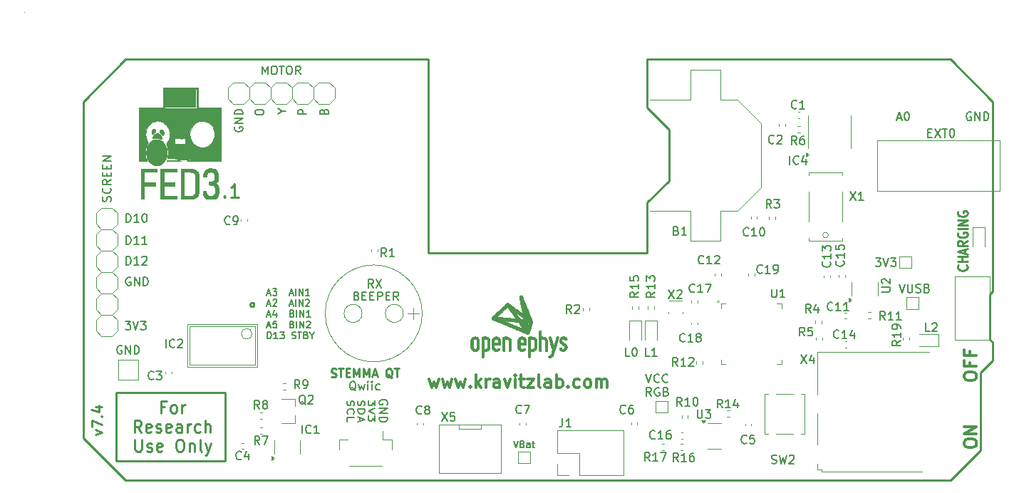
<source format=gbr>
%TF.GenerationSoftware,KiCad,Pcbnew,9.0.2*%
%TF.CreationDate,2025-06-25T10:28:10+01:00*%
%TF.ProjectId,FED3,46454433-2e6b-4696-9361-645f70636258,rev?*%
%TF.SameCoordinates,Original*%
%TF.FileFunction,Legend,Top*%
%TF.FilePolarity,Positive*%
%FSLAX46Y46*%
G04 Gerber Fmt 4.6, Leading zero omitted, Abs format (unit mm)*
G04 Created by KiCad (PCBNEW 9.0.2) date 2025-06-25 10:28:10*
%MOMM*%
%LPD*%
G01*
G04 APERTURE LIST*
%ADD10C,0.254000*%
%ADD11C,0.010000*%
%ADD12C,0.200000*%
%ADD13C,0.250000*%
%ADD14C,0.300000*%
%ADD15C,0.137160*%
%ADD16C,0.251460*%
%ADD17C,0.240000*%
%ADD18C,0.289560*%
%ADD19C,0.241808*%
%ADD20C,0.150000*%
%ADD21C,0.100000*%
%TA.AperFunction,Profile*%
%ADD22C,0.250000*%
%TD*%
G04 APERTURE END LIST*
D10*
X114821100Y-109175600D02*
G75*
G02*
X114313100Y-109175600I-254000J0D01*
G01*
X114313100Y-109175600D02*
G75*
G02*
X114821100Y-109175600I254000J0D01*
G01*
X111367000Y-119572000D02*
X111367000Y-127700000D01*
X98413000Y-119572000D02*
X111367000Y-119572000D01*
X98413000Y-127700000D02*
X98413000Y-119572000D01*
X111367000Y-127700000D02*
X98413000Y-127700000D01*
D11*
X87487760Y-74351613D02*
X87487787Y-74351642D01*
D12*
X97719600Y-96867945D02*
X97767219Y-96725088D01*
X97767219Y-96725088D02*
X97767219Y-96486993D01*
X97767219Y-96486993D02*
X97719600Y-96391755D01*
X97719600Y-96391755D02*
X97671980Y-96344136D01*
X97671980Y-96344136D02*
X97576742Y-96296517D01*
X97576742Y-96296517D02*
X97481504Y-96296517D01*
X97481504Y-96296517D02*
X97386266Y-96344136D01*
X97386266Y-96344136D02*
X97338647Y-96391755D01*
X97338647Y-96391755D02*
X97291028Y-96486993D01*
X97291028Y-96486993D02*
X97243409Y-96677469D01*
X97243409Y-96677469D02*
X97195790Y-96772707D01*
X97195790Y-96772707D02*
X97148171Y-96820326D01*
X97148171Y-96820326D02*
X97052933Y-96867945D01*
X97052933Y-96867945D02*
X96957695Y-96867945D01*
X96957695Y-96867945D02*
X96862457Y-96820326D01*
X96862457Y-96820326D02*
X96814838Y-96772707D01*
X96814838Y-96772707D02*
X96767219Y-96677469D01*
X96767219Y-96677469D02*
X96767219Y-96439374D01*
X96767219Y-96439374D02*
X96814838Y-96296517D01*
X97671980Y-95296517D02*
X97719600Y-95344136D01*
X97719600Y-95344136D02*
X97767219Y-95486993D01*
X97767219Y-95486993D02*
X97767219Y-95582231D01*
X97767219Y-95582231D02*
X97719600Y-95725088D01*
X97719600Y-95725088D02*
X97624361Y-95820326D01*
X97624361Y-95820326D02*
X97529123Y-95867945D01*
X97529123Y-95867945D02*
X97338647Y-95915564D01*
X97338647Y-95915564D02*
X97195790Y-95915564D01*
X97195790Y-95915564D02*
X97005314Y-95867945D01*
X97005314Y-95867945D02*
X96910076Y-95820326D01*
X96910076Y-95820326D02*
X96814838Y-95725088D01*
X96814838Y-95725088D02*
X96767219Y-95582231D01*
X96767219Y-95582231D02*
X96767219Y-95486993D01*
X96767219Y-95486993D02*
X96814838Y-95344136D01*
X96814838Y-95344136D02*
X96862457Y-95296517D01*
X97767219Y-94296517D02*
X97291028Y-94629850D01*
X97767219Y-94867945D02*
X96767219Y-94867945D01*
X96767219Y-94867945D02*
X96767219Y-94486993D01*
X96767219Y-94486993D02*
X96814838Y-94391755D01*
X96814838Y-94391755D02*
X96862457Y-94344136D01*
X96862457Y-94344136D02*
X96957695Y-94296517D01*
X96957695Y-94296517D02*
X97100552Y-94296517D01*
X97100552Y-94296517D02*
X97195790Y-94344136D01*
X97195790Y-94344136D02*
X97243409Y-94391755D01*
X97243409Y-94391755D02*
X97291028Y-94486993D01*
X97291028Y-94486993D02*
X97291028Y-94867945D01*
X97243409Y-93867945D02*
X97243409Y-93534612D01*
X97767219Y-93391755D02*
X97767219Y-93867945D01*
X97767219Y-93867945D02*
X96767219Y-93867945D01*
X96767219Y-93867945D02*
X96767219Y-93391755D01*
X97243409Y-92963183D02*
X97243409Y-92629850D01*
X97767219Y-92486993D02*
X97767219Y-92963183D01*
X97767219Y-92963183D02*
X96767219Y-92963183D01*
X96767219Y-92963183D02*
X96767219Y-92486993D01*
X97767219Y-92058421D02*
X96767219Y-92058421D01*
X96767219Y-92058421D02*
X97767219Y-91486993D01*
X97767219Y-91486993D02*
X96767219Y-91486993D01*
X126968006Y-108088409D02*
X127110863Y-108136028D01*
X127110863Y-108136028D02*
X127158482Y-108183647D01*
X127158482Y-108183647D02*
X127206101Y-108278885D01*
X127206101Y-108278885D02*
X127206101Y-108421742D01*
X127206101Y-108421742D02*
X127158482Y-108516980D01*
X127158482Y-108516980D02*
X127110863Y-108564600D01*
X127110863Y-108564600D02*
X127015625Y-108612219D01*
X127015625Y-108612219D02*
X126634673Y-108612219D01*
X126634673Y-108612219D02*
X126634673Y-107612219D01*
X126634673Y-107612219D02*
X126968006Y-107612219D01*
X126968006Y-107612219D02*
X127063244Y-107659838D01*
X127063244Y-107659838D02*
X127110863Y-107707457D01*
X127110863Y-107707457D02*
X127158482Y-107802695D01*
X127158482Y-107802695D02*
X127158482Y-107897933D01*
X127158482Y-107897933D02*
X127110863Y-107993171D01*
X127110863Y-107993171D02*
X127063244Y-108040790D01*
X127063244Y-108040790D02*
X126968006Y-108088409D01*
X126968006Y-108088409D02*
X126634673Y-108088409D01*
X127634673Y-108088409D02*
X127968006Y-108088409D01*
X128110863Y-108612219D02*
X127634673Y-108612219D01*
X127634673Y-108612219D02*
X127634673Y-107612219D01*
X127634673Y-107612219D02*
X128110863Y-107612219D01*
X128539435Y-108088409D02*
X128872768Y-108088409D01*
X129015625Y-108612219D02*
X128539435Y-108612219D01*
X128539435Y-108612219D02*
X128539435Y-107612219D01*
X128539435Y-107612219D02*
X129015625Y-107612219D01*
X129444197Y-108612219D02*
X129444197Y-107612219D01*
X129444197Y-107612219D02*
X129825149Y-107612219D01*
X129825149Y-107612219D02*
X129920387Y-107659838D01*
X129920387Y-107659838D02*
X129968006Y-107707457D01*
X129968006Y-107707457D02*
X130015625Y-107802695D01*
X130015625Y-107802695D02*
X130015625Y-107945552D01*
X130015625Y-107945552D02*
X129968006Y-108040790D01*
X129968006Y-108040790D02*
X129920387Y-108088409D01*
X129920387Y-108088409D02*
X129825149Y-108136028D01*
X129825149Y-108136028D02*
X129444197Y-108136028D01*
X130444197Y-108088409D02*
X130777530Y-108088409D01*
X130920387Y-108612219D02*
X130444197Y-108612219D01*
X130444197Y-108612219D02*
X130444197Y-107612219D01*
X130444197Y-107612219D02*
X130920387Y-107612219D01*
X131920387Y-108612219D02*
X131587054Y-108136028D01*
X131348959Y-108612219D02*
X131348959Y-107612219D01*
X131348959Y-107612219D02*
X131729911Y-107612219D01*
X131729911Y-107612219D02*
X131825149Y-107659838D01*
X131825149Y-107659838D02*
X131872768Y-107707457D01*
X131872768Y-107707457D02*
X131920387Y-107802695D01*
X131920387Y-107802695D02*
X131920387Y-107945552D01*
X131920387Y-107945552D02*
X131872768Y-108040790D01*
X131872768Y-108040790D02*
X131825149Y-108088409D01*
X131825149Y-108088409D02*
X131729911Y-108136028D01*
X131729911Y-108136028D02*
X131348959Y-108136028D01*
X125896400Y-120572054D02*
X125858304Y-120714911D01*
X125858304Y-120714911D02*
X125858304Y-120953006D01*
X125858304Y-120953006D02*
X125896400Y-121048244D01*
X125896400Y-121048244D02*
X125934495Y-121095863D01*
X125934495Y-121095863D02*
X126010685Y-121143482D01*
X126010685Y-121143482D02*
X126086876Y-121143482D01*
X126086876Y-121143482D02*
X126163066Y-121095863D01*
X126163066Y-121095863D02*
X126201161Y-121048244D01*
X126201161Y-121048244D02*
X126239257Y-120953006D01*
X126239257Y-120953006D02*
X126277352Y-120762530D01*
X126277352Y-120762530D02*
X126315447Y-120667292D01*
X126315447Y-120667292D02*
X126353542Y-120619673D01*
X126353542Y-120619673D02*
X126429733Y-120572054D01*
X126429733Y-120572054D02*
X126505923Y-120572054D01*
X126505923Y-120572054D02*
X126582114Y-120619673D01*
X126582114Y-120619673D02*
X126620209Y-120667292D01*
X126620209Y-120667292D02*
X126658304Y-120762530D01*
X126658304Y-120762530D02*
X126658304Y-121000625D01*
X126658304Y-121000625D02*
X126620209Y-121143482D01*
X125934495Y-122143482D02*
X125896400Y-122095863D01*
X125896400Y-122095863D02*
X125858304Y-121953006D01*
X125858304Y-121953006D02*
X125858304Y-121857768D01*
X125858304Y-121857768D02*
X125896400Y-121714911D01*
X125896400Y-121714911D02*
X125972590Y-121619673D01*
X125972590Y-121619673D02*
X126048780Y-121572054D01*
X126048780Y-121572054D02*
X126201161Y-121524435D01*
X126201161Y-121524435D02*
X126315447Y-121524435D01*
X126315447Y-121524435D02*
X126467828Y-121572054D01*
X126467828Y-121572054D02*
X126544019Y-121619673D01*
X126544019Y-121619673D02*
X126620209Y-121714911D01*
X126620209Y-121714911D02*
X126658304Y-121857768D01*
X126658304Y-121857768D02*
X126658304Y-121953006D01*
X126658304Y-121953006D02*
X126620209Y-122095863D01*
X126620209Y-122095863D02*
X126582114Y-122143482D01*
X125858304Y-123048244D02*
X125858304Y-122572054D01*
X125858304Y-122572054D02*
X126658304Y-122572054D01*
X126872381Y-119367457D02*
X126777143Y-119319838D01*
X126777143Y-119319838D02*
X126681905Y-119224600D01*
X126681905Y-119224600D02*
X126539048Y-119081742D01*
X126539048Y-119081742D02*
X126443810Y-119034123D01*
X126443810Y-119034123D02*
X126348572Y-119034123D01*
X126396191Y-119272219D02*
X126300953Y-119224600D01*
X126300953Y-119224600D02*
X126205715Y-119129361D01*
X126205715Y-119129361D02*
X126158096Y-118938885D01*
X126158096Y-118938885D02*
X126158096Y-118605552D01*
X126158096Y-118605552D02*
X126205715Y-118415076D01*
X126205715Y-118415076D02*
X126300953Y-118319838D01*
X126300953Y-118319838D02*
X126396191Y-118272219D01*
X126396191Y-118272219D02*
X126586667Y-118272219D01*
X126586667Y-118272219D02*
X126681905Y-118319838D01*
X126681905Y-118319838D02*
X126777143Y-118415076D01*
X126777143Y-118415076D02*
X126824762Y-118605552D01*
X126824762Y-118605552D02*
X126824762Y-118938885D01*
X126824762Y-118938885D02*
X126777143Y-119129361D01*
X126777143Y-119129361D02*
X126681905Y-119224600D01*
X126681905Y-119224600D02*
X126586667Y-119272219D01*
X126586667Y-119272219D02*
X126396191Y-119272219D01*
X127158096Y-118605552D02*
X127348572Y-119272219D01*
X127348572Y-119272219D02*
X127539048Y-118796028D01*
X127539048Y-118796028D02*
X127729524Y-119272219D01*
X127729524Y-119272219D02*
X127920000Y-118605552D01*
X128300953Y-119272219D02*
X128300953Y-118605552D01*
X128300953Y-118272219D02*
X128253334Y-118319838D01*
X128253334Y-118319838D02*
X128300953Y-118367457D01*
X128300953Y-118367457D02*
X128348572Y-118319838D01*
X128348572Y-118319838D02*
X128300953Y-118272219D01*
X128300953Y-118272219D02*
X128300953Y-118367457D01*
X128777143Y-119272219D02*
X128777143Y-118605552D01*
X128777143Y-118272219D02*
X128729524Y-118319838D01*
X128729524Y-118319838D02*
X128777143Y-118367457D01*
X128777143Y-118367457D02*
X128824762Y-118319838D01*
X128824762Y-118319838D02*
X128777143Y-118272219D01*
X128777143Y-118272219D02*
X128777143Y-118367457D01*
X129681904Y-119224600D02*
X129586666Y-119272219D01*
X129586666Y-119272219D02*
X129396190Y-119272219D01*
X129396190Y-119272219D02*
X129300952Y-119224600D01*
X129300952Y-119224600D02*
X129253333Y-119176980D01*
X129253333Y-119176980D02*
X129205714Y-119081742D01*
X129205714Y-119081742D02*
X129205714Y-118796028D01*
X129205714Y-118796028D02*
X129253333Y-118700790D01*
X129253333Y-118700790D02*
X129300952Y-118653171D01*
X129300952Y-118653171D02*
X129396190Y-118605552D01*
X129396190Y-118605552D02*
X129586666Y-118605552D01*
X129586666Y-118605552D02*
X129681904Y-118653171D01*
X118091028Y-86174374D02*
X118567219Y-86174374D01*
X117567219Y-86507707D02*
X118091028Y-86174374D01*
X118091028Y-86174374D02*
X117567219Y-85841041D01*
X123068409Y-86174374D02*
X123116028Y-86031517D01*
X123116028Y-86031517D02*
X123163647Y-85983898D01*
X123163647Y-85983898D02*
X123258885Y-85936279D01*
X123258885Y-85936279D02*
X123401742Y-85936279D01*
X123401742Y-85936279D02*
X123496980Y-85983898D01*
X123496980Y-85983898D02*
X123544600Y-86031517D01*
X123544600Y-86031517D02*
X123592219Y-86126755D01*
X123592219Y-86126755D02*
X123592219Y-86507707D01*
X123592219Y-86507707D02*
X122592219Y-86507707D01*
X122592219Y-86507707D02*
X122592219Y-86174374D01*
X122592219Y-86174374D02*
X122639838Y-86079136D01*
X122639838Y-86079136D02*
X122687457Y-86031517D01*
X122687457Y-86031517D02*
X122782695Y-85983898D01*
X122782695Y-85983898D02*
X122877933Y-85983898D01*
X122877933Y-85983898D02*
X122973171Y-86031517D01*
X122973171Y-86031517D02*
X123020790Y-86079136D01*
X123020790Y-86079136D02*
X123068409Y-86174374D01*
X123068409Y-86174374D02*
X123068409Y-86507707D01*
X115719673Y-81767219D02*
X115719673Y-80767219D01*
X115719673Y-80767219D02*
X116053006Y-81481504D01*
X116053006Y-81481504D02*
X116386339Y-80767219D01*
X116386339Y-80767219D02*
X116386339Y-81767219D01*
X117053006Y-80767219D02*
X117243482Y-80767219D01*
X117243482Y-80767219D02*
X117338720Y-80814838D01*
X117338720Y-80814838D02*
X117433958Y-80910076D01*
X117433958Y-80910076D02*
X117481577Y-81100552D01*
X117481577Y-81100552D02*
X117481577Y-81433885D01*
X117481577Y-81433885D02*
X117433958Y-81624361D01*
X117433958Y-81624361D02*
X117338720Y-81719600D01*
X117338720Y-81719600D02*
X117243482Y-81767219D01*
X117243482Y-81767219D02*
X117053006Y-81767219D01*
X117053006Y-81767219D02*
X116957768Y-81719600D01*
X116957768Y-81719600D02*
X116862530Y-81624361D01*
X116862530Y-81624361D02*
X116814911Y-81433885D01*
X116814911Y-81433885D02*
X116814911Y-81100552D01*
X116814911Y-81100552D02*
X116862530Y-80910076D01*
X116862530Y-80910076D02*
X116957768Y-80814838D01*
X116957768Y-80814838D02*
X117053006Y-80767219D01*
X117767292Y-80767219D02*
X118338720Y-80767219D01*
X118053006Y-81767219D02*
X118053006Y-80767219D01*
X118862530Y-80767219D02*
X119053006Y-80767219D01*
X119053006Y-80767219D02*
X119148244Y-80814838D01*
X119148244Y-80814838D02*
X119243482Y-80910076D01*
X119243482Y-80910076D02*
X119291101Y-81100552D01*
X119291101Y-81100552D02*
X119291101Y-81433885D01*
X119291101Y-81433885D02*
X119243482Y-81624361D01*
X119243482Y-81624361D02*
X119148244Y-81719600D01*
X119148244Y-81719600D02*
X119053006Y-81767219D01*
X119053006Y-81767219D02*
X118862530Y-81767219D01*
X118862530Y-81767219D02*
X118767292Y-81719600D01*
X118767292Y-81719600D02*
X118672054Y-81624361D01*
X118672054Y-81624361D02*
X118624435Y-81433885D01*
X118624435Y-81433885D02*
X118624435Y-81100552D01*
X118624435Y-81100552D02*
X118672054Y-80910076D01*
X118672054Y-80910076D02*
X118767292Y-80814838D01*
X118767292Y-80814838D02*
X118862530Y-80767219D01*
X120291101Y-81767219D02*
X119957768Y-81291028D01*
X119719673Y-81767219D02*
X119719673Y-80767219D01*
X119719673Y-80767219D02*
X120100625Y-80767219D01*
X120100625Y-80767219D02*
X120195863Y-80814838D01*
X120195863Y-80814838D02*
X120243482Y-80862457D01*
X120243482Y-80862457D02*
X120291101Y-80957695D01*
X120291101Y-80957695D02*
X120291101Y-81100552D01*
X120291101Y-81100552D02*
X120243482Y-81195790D01*
X120243482Y-81195790D02*
X120195863Y-81243409D01*
X120195863Y-81243409D02*
X120100625Y-81291028D01*
X120100625Y-81291028D02*
X119719673Y-81291028D01*
D13*
X123943809Y-117692000D02*
X124086666Y-117739619D01*
X124086666Y-117739619D02*
X124324761Y-117739619D01*
X124324761Y-117739619D02*
X124419999Y-117692000D01*
X124419999Y-117692000D02*
X124467618Y-117644380D01*
X124467618Y-117644380D02*
X124515237Y-117549142D01*
X124515237Y-117549142D02*
X124515237Y-117453904D01*
X124515237Y-117453904D02*
X124467618Y-117358666D01*
X124467618Y-117358666D02*
X124419999Y-117311047D01*
X124419999Y-117311047D02*
X124324761Y-117263428D01*
X124324761Y-117263428D02*
X124134285Y-117215809D01*
X124134285Y-117215809D02*
X124039047Y-117168190D01*
X124039047Y-117168190D02*
X123991428Y-117120571D01*
X123991428Y-117120571D02*
X123943809Y-117025333D01*
X123943809Y-117025333D02*
X123943809Y-116930095D01*
X123943809Y-116930095D02*
X123991428Y-116834857D01*
X123991428Y-116834857D02*
X124039047Y-116787238D01*
X124039047Y-116787238D02*
X124134285Y-116739619D01*
X124134285Y-116739619D02*
X124372380Y-116739619D01*
X124372380Y-116739619D02*
X124515237Y-116787238D01*
X124800952Y-116739619D02*
X125372380Y-116739619D01*
X125086666Y-117739619D02*
X125086666Y-116739619D01*
X125705714Y-117215809D02*
X126039047Y-117215809D01*
X126181904Y-117739619D02*
X125705714Y-117739619D01*
X125705714Y-117739619D02*
X125705714Y-116739619D01*
X125705714Y-116739619D02*
X126181904Y-116739619D01*
X126610476Y-117739619D02*
X126610476Y-116739619D01*
X126610476Y-116739619D02*
X126943809Y-117453904D01*
X126943809Y-117453904D02*
X127277142Y-116739619D01*
X127277142Y-116739619D02*
X127277142Y-117739619D01*
X127753333Y-117739619D02*
X127753333Y-116739619D01*
X127753333Y-116739619D02*
X128086666Y-117453904D01*
X128086666Y-117453904D02*
X128419999Y-116739619D01*
X128419999Y-116739619D02*
X128419999Y-117739619D01*
X128848571Y-117453904D02*
X129324761Y-117453904D01*
X128753333Y-117739619D02*
X129086666Y-116739619D01*
X129086666Y-116739619D02*
X129419999Y-117739619D01*
X131181904Y-117834857D02*
X131086666Y-117787238D01*
X131086666Y-117787238D02*
X130991428Y-117692000D01*
X130991428Y-117692000D02*
X130848571Y-117549142D01*
X130848571Y-117549142D02*
X130753333Y-117501523D01*
X130753333Y-117501523D02*
X130658095Y-117501523D01*
X130705714Y-117739619D02*
X130610476Y-117692000D01*
X130610476Y-117692000D02*
X130515238Y-117596761D01*
X130515238Y-117596761D02*
X130467619Y-117406285D01*
X130467619Y-117406285D02*
X130467619Y-117072952D01*
X130467619Y-117072952D02*
X130515238Y-116882476D01*
X130515238Y-116882476D02*
X130610476Y-116787238D01*
X130610476Y-116787238D02*
X130705714Y-116739619D01*
X130705714Y-116739619D02*
X130896190Y-116739619D01*
X130896190Y-116739619D02*
X130991428Y-116787238D01*
X130991428Y-116787238D02*
X131086666Y-116882476D01*
X131086666Y-116882476D02*
X131134285Y-117072952D01*
X131134285Y-117072952D02*
X131134285Y-117406285D01*
X131134285Y-117406285D02*
X131086666Y-117596761D01*
X131086666Y-117596761D02*
X130991428Y-117692000D01*
X130991428Y-117692000D02*
X130896190Y-117739619D01*
X130896190Y-117739619D02*
X130705714Y-117739619D01*
X131420000Y-116739619D02*
X131991428Y-116739619D01*
X131705714Y-117739619D02*
X131705714Y-116739619D01*
D12*
X99569673Y-99342219D02*
X99569673Y-98342219D01*
X99569673Y-98342219D02*
X99807768Y-98342219D01*
X99807768Y-98342219D02*
X99950625Y-98389838D01*
X99950625Y-98389838D02*
X100045863Y-98485076D01*
X100045863Y-98485076D02*
X100093482Y-98580314D01*
X100093482Y-98580314D02*
X100141101Y-98770790D01*
X100141101Y-98770790D02*
X100141101Y-98913647D01*
X100141101Y-98913647D02*
X100093482Y-99104123D01*
X100093482Y-99104123D02*
X100045863Y-99199361D01*
X100045863Y-99199361D02*
X99950625Y-99294600D01*
X99950625Y-99294600D02*
X99807768Y-99342219D01*
X99807768Y-99342219D02*
X99569673Y-99342219D01*
X101093482Y-99342219D02*
X100522054Y-99342219D01*
X100807768Y-99342219D02*
X100807768Y-98342219D01*
X100807768Y-98342219D02*
X100712530Y-98485076D01*
X100712530Y-98485076D02*
X100617292Y-98580314D01*
X100617292Y-98580314D02*
X100522054Y-98627933D01*
X101712530Y-98342219D02*
X101807768Y-98342219D01*
X101807768Y-98342219D02*
X101903006Y-98389838D01*
X101903006Y-98389838D02*
X101950625Y-98437457D01*
X101950625Y-98437457D02*
X101998244Y-98532695D01*
X101998244Y-98532695D02*
X102045863Y-98723171D01*
X102045863Y-98723171D02*
X102045863Y-98961266D01*
X102045863Y-98961266D02*
X101998244Y-99151742D01*
X101998244Y-99151742D02*
X101950625Y-99246980D01*
X101950625Y-99246980D02*
X101903006Y-99294600D01*
X101903006Y-99294600D02*
X101807768Y-99342219D01*
X101807768Y-99342219D02*
X101712530Y-99342219D01*
X101712530Y-99342219D02*
X101617292Y-99294600D01*
X101617292Y-99294600D02*
X101569673Y-99246980D01*
X101569673Y-99246980D02*
X101522054Y-99151742D01*
X101522054Y-99151742D02*
X101474435Y-98961266D01*
X101474435Y-98961266D02*
X101474435Y-98723171D01*
X101474435Y-98723171D02*
X101522054Y-98532695D01*
X101522054Y-98532695D02*
X101569673Y-98437457D01*
X101569673Y-98437457D02*
X101617292Y-98389838D01*
X101617292Y-98389838D02*
X101712530Y-98342219D01*
D14*
X199110828Y-125759774D02*
X199110828Y-125474060D01*
X199110828Y-125474060D02*
X199182257Y-125331203D01*
X199182257Y-125331203D02*
X199325114Y-125188346D01*
X199325114Y-125188346D02*
X199610828Y-125116917D01*
X199610828Y-125116917D02*
X200110828Y-125116917D01*
X200110828Y-125116917D02*
X200396542Y-125188346D01*
X200396542Y-125188346D02*
X200539400Y-125331203D01*
X200539400Y-125331203D02*
X200610828Y-125474060D01*
X200610828Y-125474060D02*
X200610828Y-125759774D01*
X200610828Y-125759774D02*
X200539400Y-125902632D01*
X200539400Y-125902632D02*
X200396542Y-126045489D01*
X200396542Y-126045489D02*
X200110828Y-126116917D01*
X200110828Y-126116917D02*
X199610828Y-126116917D01*
X199610828Y-126116917D02*
X199325114Y-126045489D01*
X199325114Y-126045489D02*
X199182257Y-125902632D01*
X199182257Y-125902632D02*
X199110828Y-125759774D01*
X200610828Y-124474060D02*
X199110828Y-124474060D01*
X199110828Y-124474060D02*
X200610828Y-123616917D01*
X200610828Y-123616917D02*
X199110828Y-123616917D01*
D15*
X116333716Y-107802170D02*
X116714669Y-107802170D01*
X116257526Y-108030742D02*
X116524193Y-107230742D01*
X116524193Y-107230742D02*
X116790859Y-108030742D01*
X116981335Y-107230742D02*
X117476573Y-107230742D01*
X117476573Y-107230742D02*
X117209907Y-107535504D01*
X117209907Y-107535504D02*
X117324192Y-107535504D01*
X117324192Y-107535504D02*
X117400383Y-107573599D01*
X117400383Y-107573599D02*
X117438478Y-107611694D01*
X117438478Y-107611694D02*
X117476573Y-107687885D01*
X117476573Y-107687885D02*
X117476573Y-107878361D01*
X117476573Y-107878361D02*
X117438478Y-107954551D01*
X117438478Y-107954551D02*
X117400383Y-107992647D01*
X117400383Y-107992647D02*
X117324192Y-108030742D01*
X117324192Y-108030742D02*
X117095621Y-108030742D01*
X117095621Y-108030742D02*
X117019430Y-107992647D01*
X117019430Y-107992647D02*
X116981335Y-107954551D01*
X119000383Y-107802170D02*
X119381336Y-107802170D01*
X118924193Y-108030742D02*
X119190860Y-107230742D01*
X119190860Y-107230742D02*
X119457526Y-108030742D01*
X119724193Y-108030742D02*
X119724193Y-107230742D01*
X120105145Y-108030742D02*
X120105145Y-107230742D01*
X120105145Y-107230742D02*
X120562288Y-108030742D01*
X120562288Y-108030742D02*
X120562288Y-107230742D01*
X121362287Y-108030742D02*
X120905144Y-108030742D01*
X121133716Y-108030742D02*
X121133716Y-107230742D01*
X121133716Y-107230742D02*
X121057525Y-107345027D01*
X121057525Y-107345027D02*
X120981335Y-107421218D01*
X120981335Y-107421218D02*
X120905144Y-107459313D01*
X116333716Y-109090125D02*
X116714669Y-109090125D01*
X116257526Y-109318697D02*
X116524193Y-108518697D01*
X116524193Y-108518697D02*
X116790859Y-109318697D01*
X117019430Y-108594887D02*
X117057526Y-108556792D01*
X117057526Y-108556792D02*
X117133716Y-108518697D01*
X117133716Y-108518697D02*
X117324192Y-108518697D01*
X117324192Y-108518697D02*
X117400383Y-108556792D01*
X117400383Y-108556792D02*
X117438478Y-108594887D01*
X117438478Y-108594887D02*
X117476573Y-108671078D01*
X117476573Y-108671078D02*
X117476573Y-108747268D01*
X117476573Y-108747268D02*
X117438478Y-108861554D01*
X117438478Y-108861554D02*
X116981335Y-109318697D01*
X116981335Y-109318697D02*
X117476573Y-109318697D01*
X119000383Y-109090125D02*
X119381336Y-109090125D01*
X118924193Y-109318697D02*
X119190860Y-108518697D01*
X119190860Y-108518697D02*
X119457526Y-109318697D01*
X119724193Y-109318697D02*
X119724193Y-108518697D01*
X120105145Y-109318697D02*
X120105145Y-108518697D01*
X120105145Y-108518697D02*
X120562288Y-109318697D01*
X120562288Y-109318697D02*
X120562288Y-108518697D01*
X120905144Y-108594887D02*
X120943240Y-108556792D01*
X120943240Y-108556792D02*
X121019430Y-108518697D01*
X121019430Y-108518697D02*
X121209906Y-108518697D01*
X121209906Y-108518697D02*
X121286097Y-108556792D01*
X121286097Y-108556792D02*
X121324192Y-108594887D01*
X121324192Y-108594887D02*
X121362287Y-108671078D01*
X121362287Y-108671078D02*
X121362287Y-108747268D01*
X121362287Y-108747268D02*
X121324192Y-108861554D01*
X121324192Y-108861554D02*
X120867049Y-109318697D01*
X120867049Y-109318697D02*
X121362287Y-109318697D01*
X116333716Y-110378080D02*
X116714669Y-110378080D01*
X116257526Y-110606652D02*
X116524193Y-109806652D01*
X116524193Y-109806652D02*
X116790859Y-110606652D01*
X117400383Y-110073318D02*
X117400383Y-110606652D01*
X117209907Y-109768557D02*
X117019430Y-110339985D01*
X117019430Y-110339985D02*
X117514669Y-110339985D01*
X119305145Y-110187604D02*
X119419431Y-110225699D01*
X119419431Y-110225699D02*
X119457526Y-110263795D01*
X119457526Y-110263795D02*
X119495622Y-110339985D01*
X119495622Y-110339985D02*
X119495622Y-110454271D01*
X119495622Y-110454271D02*
X119457526Y-110530461D01*
X119457526Y-110530461D02*
X119419431Y-110568557D01*
X119419431Y-110568557D02*
X119343241Y-110606652D01*
X119343241Y-110606652D02*
X119038479Y-110606652D01*
X119038479Y-110606652D02*
X119038479Y-109806652D01*
X119038479Y-109806652D02*
X119305145Y-109806652D01*
X119305145Y-109806652D02*
X119381336Y-109844747D01*
X119381336Y-109844747D02*
X119419431Y-109882842D01*
X119419431Y-109882842D02*
X119457526Y-109959033D01*
X119457526Y-109959033D02*
X119457526Y-110035223D01*
X119457526Y-110035223D02*
X119419431Y-110111414D01*
X119419431Y-110111414D02*
X119381336Y-110149509D01*
X119381336Y-110149509D02*
X119305145Y-110187604D01*
X119305145Y-110187604D02*
X119038479Y-110187604D01*
X119838479Y-110606652D02*
X119838479Y-109806652D01*
X120219431Y-110606652D02*
X120219431Y-109806652D01*
X120219431Y-109806652D02*
X120676574Y-110606652D01*
X120676574Y-110606652D02*
X120676574Y-109806652D01*
X121476573Y-110606652D02*
X121019430Y-110606652D01*
X121248002Y-110606652D02*
X121248002Y-109806652D01*
X121248002Y-109806652D02*
X121171811Y-109920937D01*
X121171811Y-109920937D02*
X121095621Y-109997128D01*
X121095621Y-109997128D02*
X121019430Y-110035223D01*
X116333716Y-111666035D02*
X116714669Y-111666035D01*
X116257526Y-111894607D02*
X116524193Y-111094607D01*
X116524193Y-111094607D02*
X116790859Y-111894607D01*
X117438478Y-111094607D02*
X117057526Y-111094607D01*
X117057526Y-111094607D02*
X117019430Y-111475559D01*
X117019430Y-111475559D02*
X117057526Y-111437464D01*
X117057526Y-111437464D02*
X117133716Y-111399369D01*
X117133716Y-111399369D02*
X117324192Y-111399369D01*
X117324192Y-111399369D02*
X117400383Y-111437464D01*
X117400383Y-111437464D02*
X117438478Y-111475559D01*
X117438478Y-111475559D02*
X117476573Y-111551750D01*
X117476573Y-111551750D02*
X117476573Y-111742226D01*
X117476573Y-111742226D02*
X117438478Y-111818416D01*
X117438478Y-111818416D02*
X117400383Y-111856512D01*
X117400383Y-111856512D02*
X117324192Y-111894607D01*
X117324192Y-111894607D02*
X117133716Y-111894607D01*
X117133716Y-111894607D02*
X117057526Y-111856512D01*
X117057526Y-111856512D02*
X117019430Y-111818416D01*
X119305145Y-111475559D02*
X119419431Y-111513654D01*
X119419431Y-111513654D02*
X119457526Y-111551750D01*
X119457526Y-111551750D02*
X119495622Y-111627940D01*
X119495622Y-111627940D02*
X119495622Y-111742226D01*
X119495622Y-111742226D02*
X119457526Y-111818416D01*
X119457526Y-111818416D02*
X119419431Y-111856512D01*
X119419431Y-111856512D02*
X119343241Y-111894607D01*
X119343241Y-111894607D02*
X119038479Y-111894607D01*
X119038479Y-111894607D02*
X119038479Y-111094607D01*
X119038479Y-111094607D02*
X119305145Y-111094607D01*
X119305145Y-111094607D02*
X119381336Y-111132702D01*
X119381336Y-111132702D02*
X119419431Y-111170797D01*
X119419431Y-111170797D02*
X119457526Y-111246988D01*
X119457526Y-111246988D02*
X119457526Y-111323178D01*
X119457526Y-111323178D02*
X119419431Y-111399369D01*
X119419431Y-111399369D02*
X119381336Y-111437464D01*
X119381336Y-111437464D02*
X119305145Y-111475559D01*
X119305145Y-111475559D02*
X119038479Y-111475559D01*
X119838479Y-111894607D02*
X119838479Y-111094607D01*
X120219431Y-111894607D02*
X120219431Y-111094607D01*
X120219431Y-111094607D02*
X120676574Y-111894607D01*
X120676574Y-111894607D02*
X120676574Y-111094607D01*
X121019430Y-111170797D02*
X121057526Y-111132702D01*
X121057526Y-111132702D02*
X121133716Y-111094607D01*
X121133716Y-111094607D02*
X121324192Y-111094607D01*
X121324192Y-111094607D02*
X121400383Y-111132702D01*
X121400383Y-111132702D02*
X121438478Y-111170797D01*
X121438478Y-111170797D02*
X121476573Y-111246988D01*
X121476573Y-111246988D02*
X121476573Y-111323178D01*
X121476573Y-111323178D02*
X121438478Y-111437464D01*
X121438478Y-111437464D02*
X120981335Y-111894607D01*
X120981335Y-111894607D02*
X121476573Y-111894607D01*
X116371812Y-113182562D02*
X116371812Y-112382562D01*
X116371812Y-112382562D02*
X116562288Y-112382562D01*
X116562288Y-112382562D02*
X116676574Y-112420657D01*
X116676574Y-112420657D02*
X116752764Y-112496847D01*
X116752764Y-112496847D02*
X116790859Y-112573038D01*
X116790859Y-112573038D02*
X116828955Y-112725419D01*
X116828955Y-112725419D02*
X116828955Y-112839705D01*
X116828955Y-112839705D02*
X116790859Y-112992086D01*
X116790859Y-112992086D02*
X116752764Y-113068276D01*
X116752764Y-113068276D02*
X116676574Y-113144467D01*
X116676574Y-113144467D02*
X116562288Y-113182562D01*
X116562288Y-113182562D02*
X116371812Y-113182562D01*
X117590859Y-113182562D02*
X117133716Y-113182562D01*
X117362288Y-113182562D02*
X117362288Y-112382562D01*
X117362288Y-112382562D02*
X117286097Y-112496847D01*
X117286097Y-112496847D02*
X117209907Y-112573038D01*
X117209907Y-112573038D02*
X117133716Y-112611133D01*
X117857526Y-112382562D02*
X118352764Y-112382562D01*
X118352764Y-112382562D02*
X118086098Y-112687324D01*
X118086098Y-112687324D02*
X118200383Y-112687324D01*
X118200383Y-112687324D02*
X118276574Y-112725419D01*
X118276574Y-112725419D02*
X118314669Y-112763514D01*
X118314669Y-112763514D02*
X118352764Y-112839705D01*
X118352764Y-112839705D02*
X118352764Y-113030181D01*
X118352764Y-113030181D02*
X118314669Y-113106371D01*
X118314669Y-113106371D02*
X118276574Y-113144467D01*
X118276574Y-113144467D02*
X118200383Y-113182562D01*
X118200383Y-113182562D02*
X117971812Y-113182562D01*
X117971812Y-113182562D02*
X117895621Y-113144467D01*
X117895621Y-113144467D02*
X117857526Y-113106371D01*
X119267050Y-113144467D02*
X119381336Y-113182562D01*
X119381336Y-113182562D02*
X119571812Y-113182562D01*
X119571812Y-113182562D02*
X119648003Y-113144467D01*
X119648003Y-113144467D02*
X119686098Y-113106371D01*
X119686098Y-113106371D02*
X119724193Y-113030181D01*
X119724193Y-113030181D02*
X119724193Y-112953990D01*
X119724193Y-112953990D02*
X119686098Y-112877800D01*
X119686098Y-112877800D02*
X119648003Y-112839705D01*
X119648003Y-112839705D02*
X119571812Y-112801609D01*
X119571812Y-112801609D02*
X119419431Y-112763514D01*
X119419431Y-112763514D02*
X119343241Y-112725419D01*
X119343241Y-112725419D02*
X119305146Y-112687324D01*
X119305146Y-112687324D02*
X119267050Y-112611133D01*
X119267050Y-112611133D02*
X119267050Y-112534943D01*
X119267050Y-112534943D02*
X119305146Y-112458752D01*
X119305146Y-112458752D02*
X119343241Y-112420657D01*
X119343241Y-112420657D02*
X119419431Y-112382562D01*
X119419431Y-112382562D02*
X119609908Y-112382562D01*
X119609908Y-112382562D02*
X119724193Y-112420657D01*
X119952765Y-112382562D02*
X120409908Y-112382562D01*
X120181336Y-113182562D02*
X120181336Y-112382562D01*
X120943241Y-112763514D02*
X121057527Y-112801609D01*
X121057527Y-112801609D02*
X121095622Y-112839705D01*
X121095622Y-112839705D02*
X121133718Y-112915895D01*
X121133718Y-112915895D02*
X121133718Y-113030181D01*
X121133718Y-113030181D02*
X121095622Y-113106371D01*
X121095622Y-113106371D02*
X121057527Y-113144467D01*
X121057527Y-113144467D02*
X120981337Y-113182562D01*
X120981337Y-113182562D02*
X120676575Y-113182562D01*
X120676575Y-113182562D02*
X120676575Y-112382562D01*
X120676575Y-112382562D02*
X120943241Y-112382562D01*
X120943241Y-112382562D02*
X121019432Y-112420657D01*
X121019432Y-112420657D02*
X121057527Y-112458752D01*
X121057527Y-112458752D02*
X121095622Y-112534943D01*
X121095622Y-112534943D02*
X121095622Y-112611133D01*
X121095622Y-112611133D02*
X121057527Y-112687324D01*
X121057527Y-112687324D02*
X121019432Y-112725419D01*
X121019432Y-112725419D02*
X120943241Y-112763514D01*
X120943241Y-112763514D02*
X120676575Y-112763514D01*
X121628956Y-112801609D02*
X121628956Y-113182562D01*
X121362289Y-112382562D02*
X121628956Y-112801609D01*
X121628956Y-112801609D02*
X121895622Y-112382562D01*
D12*
X199963482Y-86304838D02*
X199868244Y-86257219D01*
X199868244Y-86257219D02*
X199725387Y-86257219D01*
X199725387Y-86257219D02*
X199582530Y-86304838D01*
X199582530Y-86304838D02*
X199487292Y-86400076D01*
X199487292Y-86400076D02*
X199439673Y-86495314D01*
X199439673Y-86495314D02*
X199392054Y-86685790D01*
X199392054Y-86685790D02*
X199392054Y-86828647D01*
X199392054Y-86828647D02*
X199439673Y-87019123D01*
X199439673Y-87019123D02*
X199487292Y-87114361D01*
X199487292Y-87114361D02*
X199582530Y-87209600D01*
X199582530Y-87209600D02*
X199725387Y-87257219D01*
X199725387Y-87257219D02*
X199820625Y-87257219D01*
X199820625Y-87257219D02*
X199963482Y-87209600D01*
X199963482Y-87209600D02*
X200011101Y-87161980D01*
X200011101Y-87161980D02*
X200011101Y-86828647D01*
X200011101Y-86828647D02*
X199820625Y-86828647D01*
X200439673Y-87257219D02*
X200439673Y-86257219D01*
X200439673Y-86257219D02*
X201011101Y-87257219D01*
X201011101Y-87257219D02*
X201011101Y-86257219D01*
X201487292Y-87257219D02*
X201487292Y-86257219D01*
X201487292Y-86257219D02*
X201725387Y-86257219D01*
X201725387Y-86257219D02*
X201868244Y-86304838D01*
X201868244Y-86304838D02*
X201963482Y-86400076D01*
X201963482Y-86400076D02*
X202011101Y-86495314D01*
X202011101Y-86495314D02*
X202058720Y-86685790D01*
X202058720Y-86685790D02*
X202058720Y-86828647D01*
X202058720Y-86828647D02*
X202011101Y-87019123D01*
X202011101Y-87019123D02*
X201963482Y-87114361D01*
X201963482Y-87114361D02*
X201868244Y-87209600D01*
X201868244Y-87209600D02*
X201725387Y-87257219D01*
X201725387Y-87257219D02*
X201487292Y-87257219D01*
X100093482Y-105914838D02*
X99998244Y-105867219D01*
X99998244Y-105867219D02*
X99855387Y-105867219D01*
X99855387Y-105867219D02*
X99712530Y-105914838D01*
X99712530Y-105914838D02*
X99617292Y-106010076D01*
X99617292Y-106010076D02*
X99569673Y-106105314D01*
X99569673Y-106105314D02*
X99522054Y-106295790D01*
X99522054Y-106295790D02*
X99522054Y-106438647D01*
X99522054Y-106438647D02*
X99569673Y-106629123D01*
X99569673Y-106629123D02*
X99617292Y-106724361D01*
X99617292Y-106724361D02*
X99712530Y-106819600D01*
X99712530Y-106819600D02*
X99855387Y-106867219D01*
X99855387Y-106867219D02*
X99950625Y-106867219D01*
X99950625Y-106867219D02*
X100093482Y-106819600D01*
X100093482Y-106819600D02*
X100141101Y-106771980D01*
X100141101Y-106771980D02*
X100141101Y-106438647D01*
X100141101Y-106438647D02*
X99950625Y-106438647D01*
X100569673Y-106867219D02*
X100569673Y-105867219D01*
X100569673Y-105867219D02*
X101141101Y-106867219D01*
X101141101Y-106867219D02*
X101141101Y-105867219D01*
X101617292Y-106867219D02*
X101617292Y-105867219D01*
X101617292Y-105867219D02*
X101855387Y-105867219D01*
X101855387Y-105867219D02*
X101998244Y-105914838D01*
X101998244Y-105914838D02*
X102093482Y-106010076D01*
X102093482Y-106010076D02*
X102141101Y-106105314D01*
X102141101Y-106105314D02*
X102188720Y-106295790D01*
X102188720Y-106295790D02*
X102188720Y-106438647D01*
X102188720Y-106438647D02*
X102141101Y-106629123D01*
X102141101Y-106629123D02*
X102093482Y-106724361D01*
X102093482Y-106724361D02*
X101998244Y-106819600D01*
X101998244Y-106819600D02*
X101855387Y-106867219D01*
X101855387Y-106867219D02*
X101617292Y-106867219D01*
X161326667Y-117387275D02*
X161660000Y-118387275D01*
X161660000Y-118387275D02*
X161993333Y-117387275D01*
X162898095Y-118292036D02*
X162850476Y-118339656D01*
X162850476Y-118339656D02*
X162707619Y-118387275D01*
X162707619Y-118387275D02*
X162612381Y-118387275D01*
X162612381Y-118387275D02*
X162469524Y-118339656D01*
X162469524Y-118339656D02*
X162374286Y-118244417D01*
X162374286Y-118244417D02*
X162326667Y-118149179D01*
X162326667Y-118149179D02*
X162279048Y-117958703D01*
X162279048Y-117958703D02*
X162279048Y-117815846D01*
X162279048Y-117815846D02*
X162326667Y-117625370D01*
X162326667Y-117625370D02*
X162374286Y-117530132D01*
X162374286Y-117530132D02*
X162469524Y-117434894D01*
X162469524Y-117434894D02*
X162612381Y-117387275D01*
X162612381Y-117387275D02*
X162707619Y-117387275D01*
X162707619Y-117387275D02*
X162850476Y-117434894D01*
X162850476Y-117434894D02*
X162898095Y-117482513D01*
X163898095Y-118292036D02*
X163850476Y-118339656D01*
X163850476Y-118339656D02*
X163707619Y-118387275D01*
X163707619Y-118387275D02*
X163612381Y-118387275D01*
X163612381Y-118387275D02*
X163469524Y-118339656D01*
X163469524Y-118339656D02*
X163374286Y-118244417D01*
X163374286Y-118244417D02*
X163326667Y-118149179D01*
X163326667Y-118149179D02*
X163279048Y-117958703D01*
X163279048Y-117958703D02*
X163279048Y-117815846D01*
X163279048Y-117815846D02*
X163326667Y-117625370D01*
X163326667Y-117625370D02*
X163374286Y-117530132D01*
X163374286Y-117530132D02*
X163469524Y-117434894D01*
X163469524Y-117434894D02*
X163612381Y-117387275D01*
X163612381Y-117387275D02*
X163707619Y-117387275D01*
X163707619Y-117387275D02*
X163850476Y-117434894D01*
X163850476Y-117434894D02*
X163898095Y-117482513D01*
X161969523Y-119997219D02*
X161636190Y-119521028D01*
X161398095Y-119997219D02*
X161398095Y-118997219D01*
X161398095Y-118997219D02*
X161779047Y-118997219D01*
X161779047Y-118997219D02*
X161874285Y-119044838D01*
X161874285Y-119044838D02*
X161921904Y-119092457D01*
X161921904Y-119092457D02*
X161969523Y-119187695D01*
X161969523Y-119187695D02*
X161969523Y-119330552D01*
X161969523Y-119330552D02*
X161921904Y-119425790D01*
X161921904Y-119425790D02*
X161874285Y-119473409D01*
X161874285Y-119473409D02*
X161779047Y-119521028D01*
X161779047Y-119521028D02*
X161398095Y-119521028D01*
X162921904Y-119044838D02*
X162826666Y-118997219D01*
X162826666Y-118997219D02*
X162683809Y-118997219D01*
X162683809Y-118997219D02*
X162540952Y-119044838D01*
X162540952Y-119044838D02*
X162445714Y-119140076D01*
X162445714Y-119140076D02*
X162398095Y-119235314D01*
X162398095Y-119235314D02*
X162350476Y-119425790D01*
X162350476Y-119425790D02*
X162350476Y-119568647D01*
X162350476Y-119568647D02*
X162398095Y-119759123D01*
X162398095Y-119759123D02*
X162445714Y-119854361D01*
X162445714Y-119854361D02*
X162540952Y-119949600D01*
X162540952Y-119949600D02*
X162683809Y-119997219D01*
X162683809Y-119997219D02*
X162779047Y-119997219D01*
X162779047Y-119997219D02*
X162921904Y-119949600D01*
X162921904Y-119949600D02*
X162969523Y-119901980D01*
X162969523Y-119901980D02*
X162969523Y-119568647D01*
X162969523Y-119568647D02*
X162779047Y-119568647D01*
X163731428Y-119473409D02*
X163874285Y-119521028D01*
X163874285Y-119521028D02*
X163921904Y-119568647D01*
X163921904Y-119568647D02*
X163969523Y-119663885D01*
X163969523Y-119663885D02*
X163969523Y-119806742D01*
X163969523Y-119806742D02*
X163921904Y-119901980D01*
X163921904Y-119901980D02*
X163874285Y-119949600D01*
X163874285Y-119949600D02*
X163779047Y-119997219D01*
X163779047Y-119997219D02*
X163398095Y-119997219D01*
X163398095Y-119997219D02*
X163398095Y-118997219D01*
X163398095Y-118997219D02*
X163731428Y-118997219D01*
X163731428Y-118997219D02*
X163826666Y-119044838D01*
X163826666Y-119044838D02*
X163874285Y-119092457D01*
X163874285Y-119092457D02*
X163921904Y-119187695D01*
X163921904Y-119187695D02*
X163921904Y-119282933D01*
X163921904Y-119282933D02*
X163874285Y-119378171D01*
X163874285Y-119378171D02*
X163826666Y-119425790D01*
X163826666Y-119425790D02*
X163731428Y-119473409D01*
X163731428Y-119473409D02*
X163398095Y-119473409D01*
D16*
X104180294Y-121253394D02*
X103705314Y-121253394D01*
X103705314Y-121999791D02*
X103705314Y-120574851D01*
X103705314Y-120574851D02*
X104383857Y-120574851D01*
X105130254Y-121999791D02*
X104994545Y-121931937D01*
X104994545Y-121931937D02*
X104926691Y-121864082D01*
X104926691Y-121864082D02*
X104858837Y-121728374D01*
X104858837Y-121728374D02*
X104858837Y-121321248D01*
X104858837Y-121321248D02*
X104926691Y-121185539D01*
X104926691Y-121185539D02*
X104994545Y-121117685D01*
X104994545Y-121117685D02*
X105130254Y-121049831D01*
X105130254Y-121049831D02*
X105333817Y-121049831D01*
X105333817Y-121049831D02*
X105469525Y-121117685D01*
X105469525Y-121117685D02*
X105537380Y-121185539D01*
X105537380Y-121185539D02*
X105605234Y-121321248D01*
X105605234Y-121321248D02*
X105605234Y-121728374D01*
X105605234Y-121728374D02*
X105537380Y-121864082D01*
X105537380Y-121864082D02*
X105469525Y-121931937D01*
X105469525Y-121931937D02*
X105333817Y-121999791D01*
X105333817Y-121999791D02*
X105130254Y-121999791D01*
X106215922Y-121999791D02*
X106215922Y-121049831D01*
X106215922Y-121321248D02*
X106283776Y-121185539D01*
X106283776Y-121185539D02*
X106351631Y-121117685D01*
X106351631Y-121117685D02*
X106487339Y-121049831D01*
X106487339Y-121049831D02*
X106623048Y-121049831D01*
X101364341Y-124293865D02*
X100889361Y-123615322D01*
X100550090Y-124293865D02*
X100550090Y-122868925D01*
X100550090Y-122868925D02*
X101092924Y-122868925D01*
X101092924Y-122868925D02*
X101228633Y-122936779D01*
X101228633Y-122936779D02*
X101296487Y-123004633D01*
X101296487Y-123004633D02*
X101364341Y-123140342D01*
X101364341Y-123140342D02*
X101364341Y-123343905D01*
X101364341Y-123343905D02*
X101296487Y-123479613D01*
X101296487Y-123479613D02*
X101228633Y-123547468D01*
X101228633Y-123547468D02*
X101092924Y-123615322D01*
X101092924Y-123615322D02*
X100550090Y-123615322D01*
X102517864Y-124226011D02*
X102382156Y-124293865D01*
X102382156Y-124293865D02*
X102110739Y-124293865D01*
X102110739Y-124293865D02*
X101975030Y-124226011D01*
X101975030Y-124226011D02*
X101907176Y-124090302D01*
X101907176Y-124090302D02*
X101907176Y-123547468D01*
X101907176Y-123547468D02*
X101975030Y-123411759D01*
X101975030Y-123411759D02*
X102110739Y-123343905D01*
X102110739Y-123343905D02*
X102382156Y-123343905D01*
X102382156Y-123343905D02*
X102517864Y-123411759D01*
X102517864Y-123411759D02*
X102585719Y-123547468D01*
X102585719Y-123547468D02*
X102585719Y-123683176D01*
X102585719Y-123683176D02*
X101907176Y-123818885D01*
X103128553Y-124226011D02*
X103264261Y-124293865D01*
X103264261Y-124293865D02*
X103535678Y-124293865D01*
X103535678Y-124293865D02*
X103671387Y-124226011D01*
X103671387Y-124226011D02*
X103739241Y-124090302D01*
X103739241Y-124090302D02*
X103739241Y-124022448D01*
X103739241Y-124022448D02*
X103671387Y-123886739D01*
X103671387Y-123886739D02*
X103535678Y-123818885D01*
X103535678Y-123818885D02*
X103332116Y-123818885D01*
X103332116Y-123818885D02*
X103196407Y-123751031D01*
X103196407Y-123751031D02*
X103128553Y-123615322D01*
X103128553Y-123615322D02*
X103128553Y-123547468D01*
X103128553Y-123547468D02*
X103196407Y-123411759D01*
X103196407Y-123411759D02*
X103332116Y-123343905D01*
X103332116Y-123343905D02*
X103535678Y-123343905D01*
X103535678Y-123343905D02*
X103671387Y-123411759D01*
X104892764Y-124226011D02*
X104757056Y-124293865D01*
X104757056Y-124293865D02*
X104485639Y-124293865D01*
X104485639Y-124293865D02*
X104349930Y-124226011D01*
X104349930Y-124226011D02*
X104282076Y-124090302D01*
X104282076Y-124090302D02*
X104282076Y-123547468D01*
X104282076Y-123547468D02*
X104349930Y-123411759D01*
X104349930Y-123411759D02*
X104485639Y-123343905D01*
X104485639Y-123343905D02*
X104757056Y-123343905D01*
X104757056Y-123343905D02*
X104892764Y-123411759D01*
X104892764Y-123411759D02*
X104960619Y-123547468D01*
X104960619Y-123547468D02*
X104960619Y-123683176D01*
X104960619Y-123683176D02*
X104282076Y-123818885D01*
X106181996Y-124293865D02*
X106181996Y-123547468D01*
X106181996Y-123547468D02*
X106114141Y-123411759D01*
X106114141Y-123411759D02*
X105978433Y-123343905D01*
X105978433Y-123343905D02*
X105707016Y-123343905D01*
X105707016Y-123343905D02*
X105571307Y-123411759D01*
X106181996Y-124226011D02*
X106046287Y-124293865D01*
X106046287Y-124293865D02*
X105707016Y-124293865D01*
X105707016Y-124293865D02*
X105571307Y-124226011D01*
X105571307Y-124226011D02*
X105503453Y-124090302D01*
X105503453Y-124090302D02*
X105503453Y-123954593D01*
X105503453Y-123954593D02*
X105571307Y-123818885D01*
X105571307Y-123818885D02*
X105707016Y-123751031D01*
X105707016Y-123751031D02*
X106046287Y-123751031D01*
X106046287Y-123751031D02*
X106181996Y-123683176D01*
X106860538Y-124293865D02*
X106860538Y-123343905D01*
X106860538Y-123615322D02*
X106928392Y-123479613D01*
X106928392Y-123479613D02*
X106996247Y-123411759D01*
X106996247Y-123411759D02*
X107131955Y-123343905D01*
X107131955Y-123343905D02*
X107267664Y-123343905D01*
X108353333Y-124226011D02*
X108217624Y-124293865D01*
X108217624Y-124293865D02*
X107946207Y-124293865D01*
X107946207Y-124293865D02*
X107810498Y-124226011D01*
X107810498Y-124226011D02*
X107742644Y-124158156D01*
X107742644Y-124158156D02*
X107674790Y-124022448D01*
X107674790Y-124022448D02*
X107674790Y-123615322D01*
X107674790Y-123615322D02*
X107742644Y-123479613D01*
X107742644Y-123479613D02*
X107810498Y-123411759D01*
X107810498Y-123411759D02*
X107946207Y-123343905D01*
X107946207Y-123343905D02*
X108217624Y-123343905D01*
X108217624Y-123343905D02*
X108353333Y-123411759D01*
X108964021Y-124293865D02*
X108964021Y-122868925D01*
X109574710Y-124293865D02*
X109574710Y-123547468D01*
X109574710Y-123547468D02*
X109506855Y-123411759D01*
X109506855Y-123411759D02*
X109371147Y-123343905D01*
X109371147Y-123343905D02*
X109167584Y-123343905D01*
X109167584Y-123343905D02*
X109031875Y-123411759D01*
X109031875Y-123411759D02*
X108964021Y-123479613D01*
X100617944Y-125162999D02*
X100617944Y-126316522D01*
X100617944Y-126316522D02*
X100685798Y-126452230D01*
X100685798Y-126452230D02*
X100753653Y-126520085D01*
X100753653Y-126520085D02*
X100889361Y-126587939D01*
X100889361Y-126587939D02*
X101160778Y-126587939D01*
X101160778Y-126587939D02*
X101296487Y-126520085D01*
X101296487Y-126520085D02*
X101364341Y-126452230D01*
X101364341Y-126452230D02*
X101432195Y-126316522D01*
X101432195Y-126316522D02*
X101432195Y-125162999D01*
X102042884Y-126520085D02*
X102178592Y-126587939D01*
X102178592Y-126587939D02*
X102450009Y-126587939D01*
X102450009Y-126587939D02*
X102585718Y-126520085D01*
X102585718Y-126520085D02*
X102653572Y-126384376D01*
X102653572Y-126384376D02*
X102653572Y-126316522D01*
X102653572Y-126316522D02*
X102585718Y-126180813D01*
X102585718Y-126180813D02*
X102450009Y-126112959D01*
X102450009Y-126112959D02*
X102246447Y-126112959D01*
X102246447Y-126112959D02*
X102110738Y-126045105D01*
X102110738Y-126045105D02*
X102042884Y-125909396D01*
X102042884Y-125909396D02*
X102042884Y-125841542D01*
X102042884Y-125841542D02*
X102110738Y-125705833D01*
X102110738Y-125705833D02*
X102246447Y-125637979D01*
X102246447Y-125637979D02*
X102450009Y-125637979D01*
X102450009Y-125637979D02*
X102585718Y-125705833D01*
X103807095Y-126520085D02*
X103671387Y-126587939D01*
X103671387Y-126587939D02*
X103399970Y-126587939D01*
X103399970Y-126587939D02*
X103264261Y-126520085D01*
X103264261Y-126520085D02*
X103196407Y-126384376D01*
X103196407Y-126384376D02*
X103196407Y-125841542D01*
X103196407Y-125841542D02*
X103264261Y-125705833D01*
X103264261Y-125705833D02*
X103399970Y-125637979D01*
X103399970Y-125637979D02*
X103671387Y-125637979D01*
X103671387Y-125637979D02*
X103807095Y-125705833D01*
X103807095Y-125705833D02*
X103874950Y-125841542D01*
X103874950Y-125841542D02*
X103874950Y-125977250D01*
X103874950Y-125977250D02*
X103196407Y-126112959D01*
X105842724Y-125162999D02*
X106114141Y-125162999D01*
X106114141Y-125162999D02*
X106249850Y-125230853D01*
X106249850Y-125230853D02*
X106385558Y-125366562D01*
X106385558Y-125366562D02*
X106453413Y-125637979D01*
X106453413Y-125637979D02*
X106453413Y-126112959D01*
X106453413Y-126112959D02*
X106385558Y-126384376D01*
X106385558Y-126384376D02*
X106249850Y-126520085D01*
X106249850Y-126520085D02*
X106114141Y-126587939D01*
X106114141Y-126587939D02*
X105842724Y-126587939D01*
X105842724Y-126587939D02*
X105707016Y-126520085D01*
X105707016Y-126520085D02*
X105571307Y-126384376D01*
X105571307Y-126384376D02*
X105503453Y-126112959D01*
X105503453Y-126112959D02*
X105503453Y-125637979D01*
X105503453Y-125637979D02*
X105571307Y-125366562D01*
X105571307Y-125366562D02*
X105707016Y-125230853D01*
X105707016Y-125230853D02*
X105842724Y-125162999D01*
X107064101Y-125637979D02*
X107064101Y-126587939D01*
X107064101Y-125773687D02*
X107131955Y-125705833D01*
X107131955Y-125705833D02*
X107267664Y-125637979D01*
X107267664Y-125637979D02*
X107471227Y-125637979D01*
X107471227Y-125637979D02*
X107606935Y-125705833D01*
X107606935Y-125705833D02*
X107674790Y-125841542D01*
X107674790Y-125841542D02*
X107674790Y-126587939D01*
X108556895Y-126587939D02*
X108421186Y-126520085D01*
X108421186Y-126520085D02*
X108353332Y-126384376D01*
X108353332Y-126384376D02*
X108353332Y-125162999D01*
X108964020Y-125637979D02*
X109303292Y-126587939D01*
X109642563Y-125637979D02*
X109303292Y-126587939D01*
X109303292Y-126587939D02*
X109167583Y-126927210D01*
X109167583Y-126927210D02*
X109099729Y-126995065D01*
X109099729Y-126995065D02*
X108964020Y-127062919D01*
D12*
X112489838Y-88031517D02*
X112442219Y-88126755D01*
X112442219Y-88126755D02*
X112442219Y-88269612D01*
X112442219Y-88269612D02*
X112489838Y-88412469D01*
X112489838Y-88412469D02*
X112585076Y-88507707D01*
X112585076Y-88507707D02*
X112680314Y-88555326D01*
X112680314Y-88555326D02*
X112870790Y-88602945D01*
X112870790Y-88602945D02*
X113013647Y-88602945D01*
X113013647Y-88602945D02*
X113204123Y-88555326D01*
X113204123Y-88555326D02*
X113299361Y-88507707D01*
X113299361Y-88507707D02*
X113394600Y-88412469D01*
X113394600Y-88412469D02*
X113442219Y-88269612D01*
X113442219Y-88269612D02*
X113442219Y-88174374D01*
X113442219Y-88174374D02*
X113394600Y-88031517D01*
X113394600Y-88031517D02*
X113346980Y-87983898D01*
X113346980Y-87983898D02*
X113013647Y-87983898D01*
X113013647Y-87983898D02*
X113013647Y-88174374D01*
X113442219Y-87555326D02*
X112442219Y-87555326D01*
X112442219Y-87555326D02*
X113442219Y-86983898D01*
X113442219Y-86983898D02*
X112442219Y-86983898D01*
X113442219Y-86507707D02*
X112442219Y-86507707D01*
X112442219Y-86507707D02*
X112442219Y-86269612D01*
X112442219Y-86269612D02*
X112489838Y-86126755D01*
X112489838Y-86126755D02*
X112585076Y-86031517D01*
X112585076Y-86031517D02*
X112680314Y-85983898D01*
X112680314Y-85983898D02*
X112870790Y-85936279D01*
X112870790Y-85936279D02*
X113013647Y-85936279D01*
X113013647Y-85936279D02*
X113204123Y-85983898D01*
X113204123Y-85983898D02*
X113299361Y-86031517D01*
X113299361Y-86031517D02*
X113394600Y-86126755D01*
X113394600Y-86126755D02*
X113442219Y-86269612D01*
X113442219Y-86269612D02*
X113442219Y-86507707D01*
X191172054Y-86951504D02*
X191648244Y-86951504D01*
X191076816Y-87237219D02*
X191410149Y-86237219D01*
X191410149Y-86237219D02*
X191743482Y-87237219D01*
X192267292Y-86237219D02*
X192362530Y-86237219D01*
X192362530Y-86237219D02*
X192457768Y-86284838D01*
X192457768Y-86284838D02*
X192505387Y-86332457D01*
X192505387Y-86332457D02*
X192553006Y-86427695D01*
X192553006Y-86427695D02*
X192600625Y-86618171D01*
X192600625Y-86618171D02*
X192600625Y-86856266D01*
X192600625Y-86856266D02*
X192553006Y-87046742D01*
X192553006Y-87046742D02*
X192505387Y-87141980D01*
X192505387Y-87141980D02*
X192457768Y-87189600D01*
X192457768Y-87189600D02*
X192362530Y-87237219D01*
X192362530Y-87237219D02*
X192267292Y-87237219D01*
X192267292Y-87237219D02*
X192172054Y-87189600D01*
X192172054Y-87189600D02*
X192124435Y-87141980D01*
X192124435Y-87141980D02*
X192076816Y-87046742D01*
X192076816Y-87046742D02*
X192029197Y-86856266D01*
X192029197Y-86856266D02*
X192029197Y-86618171D01*
X192029197Y-86618171D02*
X192076816Y-86427695D01*
X192076816Y-86427695D02*
X192124435Y-86332457D01*
X192124435Y-86332457D02*
X192172054Y-86284838D01*
X192172054Y-86284838D02*
X192267292Y-86237219D01*
D17*
X199430540Y-104456349D02*
X199487683Y-104503968D01*
X199487683Y-104503968D02*
X199544825Y-104646825D01*
X199544825Y-104646825D02*
X199544825Y-104742063D01*
X199544825Y-104742063D02*
X199487683Y-104884920D01*
X199487683Y-104884920D02*
X199373397Y-104980158D01*
X199373397Y-104980158D02*
X199259111Y-105027777D01*
X199259111Y-105027777D02*
X199030540Y-105075396D01*
X199030540Y-105075396D02*
X198859111Y-105075396D01*
X198859111Y-105075396D02*
X198630540Y-105027777D01*
X198630540Y-105027777D02*
X198516254Y-104980158D01*
X198516254Y-104980158D02*
X198401968Y-104884920D01*
X198401968Y-104884920D02*
X198344825Y-104742063D01*
X198344825Y-104742063D02*
X198344825Y-104646825D01*
X198344825Y-104646825D02*
X198401968Y-104503968D01*
X198401968Y-104503968D02*
X198459111Y-104456349D01*
X199544825Y-104027777D02*
X198344825Y-104027777D01*
X198916254Y-104027777D02*
X198916254Y-103456349D01*
X199544825Y-103456349D02*
X198344825Y-103456349D01*
X199201968Y-103027777D02*
X199201968Y-102551587D01*
X199544825Y-103123015D02*
X198344825Y-102789682D01*
X198344825Y-102789682D02*
X199544825Y-102456349D01*
X199544825Y-101551587D02*
X198973397Y-101884920D01*
X199544825Y-102123015D02*
X198344825Y-102123015D01*
X198344825Y-102123015D02*
X198344825Y-101742063D01*
X198344825Y-101742063D02*
X198401968Y-101646825D01*
X198401968Y-101646825D02*
X198459111Y-101599206D01*
X198459111Y-101599206D02*
X198573397Y-101551587D01*
X198573397Y-101551587D02*
X198744825Y-101551587D01*
X198744825Y-101551587D02*
X198859111Y-101599206D01*
X198859111Y-101599206D02*
X198916254Y-101646825D01*
X198916254Y-101646825D02*
X198973397Y-101742063D01*
X198973397Y-101742063D02*
X198973397Y-102123015D01*
X198401968Y-100599206D02*
X198344825Y-100694444D01*
X198344825Y-100694444D02*
X198344825Y-100837301D01*
X198344825Y-100837301D02*
X198401968Y-100980158D01*
X198401968Y-100980158D02*
X198516254Y-101075396D01*
X198516254Y-101075396D02*
X198630540Y-101123015D01*
X198630540Y-101123015D02*
X198859111Y-101170634D01*
X198859111Y-101170634D02*
X199030540Y-101170634D01*
X199030540Y-101170634D02*
X199259111Y-101123015D01*
X199259111Y-101123015D02*
X199373397Y-101075396D01*
X199373397Y-101075396D02*
X199487683Y-100980158D01*
X199487683Y-100980158D02*
X199544825Y-100837301D01*
X199544825Y-100837301D02*
X199544825Y-100742063D01*
X199544825Y-100742063D02*
X199487683Y-100599206D01*
X199487683Y-100599206D02*
X199430540Y-100551587D01*
X199430540Y-100551587D02*
X199030540Y-100551587D01*
X199030540Y-100551587D02*
X199030540Y-100742063D01*
X199544825Y-100123015D02*
X198344825Y-100123015D01*
X199544825Y-99646825D02*
X198344825Y-99646825D01*
X198344825Y-99646825D02*
X199544825Y-99075397D01*
X199544825Y-99075397D02*
X198344825Y-99075397D01*
X198401968Y-98075397D02*
X198344825Y-98170635D01*
X198344825Y-98170635D02*
X198344825Y-98313492D01*
X198344825Y-98313492D02*
X198401968Y-98456349D01*
X198401968Y-98456349D02*
X198516254Y-98551587D01*
X198516254Y-98551587D02*
X198630540Y-98599206D01*
X198630540Y-98599206D02*
X198859111Y-98646825D01*
X198859111Y-98646825D02*
X199030540Y-98646825D01*
X199030540Y-98646825D02*
X199259111Y-98599206D01*
X199259111Y-98599206D02*
X199373397Y-98551587D01*
X199373397Y-98551587D02*
X199487683Y-98456349D01*
X199487683Y-98456349D02*
X199544825Y-98313492D01*
X199544825Y-98313492D02*
X199544825Y-98218254D01*
X199544825Y-98218254D02*
X199487683Y-98075397D01*
X199487683Y-98075397D02*
X199430540Y-98027778D01*
X199430540Y-98027778D02*
X199030540Y-98027778D01*
X199030540Y-98027778D02*
X199030540Y-98218254D01*
D12*
X114892219Y-86364850D02*
X114892219Y-86174374D01*
X114892219Y-86174374D02*
X114939838Y-86079136D01*
X114939838Y-86079136D02*
X115035076Y-85983898D01*
X115035076Y-85983898D02*
X115225552Y-85936279D01*
X115225552Y-85936279D02*
X115558885Y-85936279D01*
X115558885Y-85936279D02*
X115749361Y-85983898D01*
X115749361Y-85983898D02*
X115844600Y-86079136D01*
X115844600Y-86079136D02*
X115892219Y-86174374D01*
X115892219Y-86174374D02*
X115892219Y-86364850D01*
X115892219Y-86364850D02*
X115844600Y-86460088D01*
X115844600Y-86460088D02*
X115749361Y-86555326D01*
X115749361Y-86555326D02*
X115558885Y-86602945D01*
X115558885Y-86602945D02*
X115225552Y-86602945D01*
X115225552Y-86602945D02*
X115035076Y-86555326D01*
X115035076Y-86555326D02*
X114939838Y-86460088D01*
X114939838Y-86460088D02*
X114892219Y-86364850D01*
X129158304Y-120524435D02*
X129158304Y-121143482D01*
X129158304Y-121143482D02*
X128853542Y-120810149D01*
X128853542Y-120810149D02*
X128853542Y-120953006D01*
X128853542Y-120953006D02*
X128815447Y-121048244D01*
X128815447Y-121048244D02*
X128777352Y-121095863D01*
X128777352Y-121095863D02*
X128701161Y-121143482D01*
X128701161Y-121143482D02*
X128510685Y-121143482D01*
X128510685Y-121143482D02*
X128434495Y-121095863D01*
X128434495Y-121095863D02*
X128396400Y-121048244D01*
X128396400Y-121048244D02*
X128358304Y-120953006D01*
X128358304Y-120953006D02*
X128358304Y-120667292D01*
X128358304Y-120667292D02*
X128396400Y-120572054D01*
X128396400Y-120572054D02*
X128434495Y-120524435D01*
X129158304Y-121429197D02*
X128358304Y-121762530D01*
X128358304Y-121762530D02*
X129158304Y-122095863D01*
X129158304Y-122333959D02*
X129158304Y-122953006D01*
X129158304Y-122953006D02*
X128853542Y-122619673D01*
X128853542Y-122619673D02*
X128853542Y-122762530D01*
X128853542Y-122762530D02*
X128815447Y-122857768D01*
X128815447Y-122857768D02*
X128777352Y-122905387D01*
X128777352Y-122905387D02*
X128701161Y-122953006D01*
X128701161Y-122953006D02*
X128510685Y-122953006D01*
X128510685Y-122953006D02*
X128434495Y-122905387D01*
X128434495Y-122905387D02*
X128396400Y-122857768D01*
X128396400Y-122857768D02*
X128358304Y-122762530D01*
X128358304Y-122762530D02*
X128358304Y-122476816D01*
X128358304Y-122476816D02*
X128396400Y-122381578D01*
X128396400Y-122381578D02*
X128434495Y-122333959D01*
X128921101Y-107117219D02*
X128587768Y-106641028D01*
X128349673Y-107117219D02*
X128349673Y-106117219D01*
X128349673Y-106117219D02*
X128730625Y-106117219D01*
X128730625Y-106117219D02*
X128825863Y-106164838D01*
X128825863Y-106164838D02*
X128873482Y-106212457D01*
X128873482Y-106212457D02*
X128921101Y-106307695D01*
X128921101Y-106307695D02*
X128921101Y-106450552D01*
X128921101Y-106450552D02*
X128873482Y-106545790D01*
X128873482Y-106545790D02*
X128825863Y-106593409D01*
X128825863Y-106593409D02*
X128730625Y-106641028D01*
X128730625Y-106641028D02*
X128349673Y-106641028D01*
X129254435Y-106117219D02*
X129921101Y-107117219D01*
X129921101Y-106117219D02*
X129254435Y-107117219D01*
X121017219Y-86507707D02*
X120017219Y-86507707D01*
X120017219Y-86507707D02*
X120017219Y-86126755D01*
X120017219Y-86126755D02*
X120064838Y-86031517D01*
X120064838Y-86031517D02*
X120112457Y-85983898D01*
X120112457Y-85983898D02*
X120207695Y-85936279D01*
X120207695Y-85936279D02*
X120350552Y-85936279D01*
X120350552Y-85936279D02*
X120445790Y-85983898D01*
X120445790Y-85983898D02*
X120493409Y-86031517D01*
X120493409Y-86031517D02*
X120541028Y-86126755D01*
X120541028Y-86126755D02*
X120541028Y-86507707D01*
D14*
X135581955Y-117998328D02*
X135867670Y-118998328D01*
X135867670Y-118998328D02*
X136153384Y-118284042D01*
X136153384Y-118284042D02*
X136439098Y-118998328D01*
X136439098Y-118998328D02*
X136724812Y-117998328D01*
X137153384Y-117998328D02*
X137439099Y-118998328D01*
X137439099Y-118998328D02*
X137724813Y-118284042D01*
X137724813Y-118284042D02*
X138010527Y-118998328D01*
X138010527Y-118998328D02*
X138296241Y-117998328D01*
X138724813Y-117998328D02*
X139010528Y-118998328D01*
X139010528Y-118998328D02*
X139296242Y-118284042D01*
X139296242Y-118284042D02*
X139581956Y-118998328D01*
X139581956Y-118998328D02*
X139867670Y-117998328D01*
X140439099Y-118855471D02*
X140510528Y-118926900D01*
X140510528Y-118926900D02*
X140439099Y-118998328D01*
X140439099Y-118998328D02*
X140367671Y-118926900D01*
X140367671Y-118926900D02*
X140439099Y-118855471D01*
X140439099Y-118855471D02*
X140439099Y-118998328D01*
X141153385Y-118998328D02*
X141153385Y-117498328D01*
X141296243Y-118426900D02*
X141724814Y-118998328D01*
X141724814Y-117998328D02*
X141153385Y-118569757D01*
X142367671Y-118998328D02*
X142367671Y-117998328D01*
X142367671Y-118284042D02*
X142439100Y-118141185D01*
X142439100Y-118141185D02*
X142510529Y-118069757D01*
X142510529Y-118069757D02*
X142653386Y-117998328D01*
X142653386Y-117998328D02*
X142796243Y-117998328D01*
X143939100Y-118998328D02*
X143939100Y-118212614D01*
X143939100Y-118212614D02*
X143867671Y-118069757D01*
X143867671Y-118069757D02*
X143724814Y-117998328D01*
X143724814Y-117998328D02*
X143439100Y-117998328D01*
X143439100Y-117998328D02*
X143296242Y-118069757D01*
X143939100Y-118926900D02*
X143796242Y-118998328D01*
X143796242Y-118998328D02*
X143439100Y-118998328D01*
X143439100Y-118998328D02*
X143296242Y-118926900D01*
X143296242Y-118926900D02*
X143224814Y-118784042D01*
X143224814Y-118784042D02*
X143224814Y-118641185D01*
X143224814Y-118641185D02*
X143296242Y-118498328D01*
X143296242Y-118498328D02*
X143439100Y-118426900D01*
X143439100Y-118426900D02*
X143796242Y-118426900D01*
X143796242Y-118426900D02*
X143939100Y-118355471D01*
X144510528Y-117998328D02*
X144867671Y-118998328D01*
X144867671Y-118998328D02*
X145224814Y-117998328D01*
X145796242Y-118998328D02*
X145796242Y-117998328D01*
X145796242Y-117498328D02*
X145724814Y-117569757D01*
X145724814Y-117569757D02*
X145796242Y-117641185D01*
X145796242Y-117641185D02*
X145867671Y-117569757D01*
X145867671Y-117569757D02*
X145796242Y-117498328D01*
X145796242Y-117498328D02*
X145796242Y-117641185D01*
X146296243Y-117998328D02*
X146867671Y-117998328D01*
X146510528Y-117498328D02*
X146510528Y-118784042D01*
X146510528Y-118784042D02*
X146581957Y-118926900D01*
X146581957Y-118926900D02*
X146724814Y-118998328D01*
X146724814Y-118998328D02*
X146867671Y-118998328D01*
X147224814Y-117998328D02*
X148010529Y-117998328D01*
X148010529Y-117998328D02*
X147224814Y-118998328D01*
X147224814Y-118998328D02*
X148010529Y-118998328D01*
X148796243Y-118998328D02*
X148653386Y-118926900D01*
X148653386Y-118926900D02*
X148581957Y-118784042D01*
X148581957Y-118784042D02*
X148581957Y-117498328D01*
X150010529Y-118998328D02*
X150010529Y-118212614D01*
X150010529Y-118212614D02*
X149939100Y-118069757D01*
X149939100Y-118069757D02*
X149796243Y-117998328D01*
X149796243Y-117998328D02*
X149510529Y-117998328D01*
X149510529Y-117998328D02*
X149367671Y-118069757D01*
X150010529Y-118926900D02*
X149867671Y-118998328D01*
X149867671Y-118998328D02*
X149510529Y-118998328D01*
X149510529Y-118998328D02*
X149367671Y-118926900D01*
X149367671Y-118926900D02*
X149296243Y-118784042D01*
X149296243Y-118784042D02*
X149296243Y-118641185D01*
X149296243Y-118641185D02*
X149367671Y-118498328D01*
X149367671Y-118498328D02*
X149510529Y-118426900D01*
X149510529Y-118426900D02*
X149867671Y-118426900D01*
X149867671Y-118426900D02*
X150010529Y-118355471D01*
X150724814Y-118998328D02*
X150724814Y-117498328D01*
X150724814Y-118069757D02*
X150867672Y-117998328D01*
X150867672Y-117998328D02*
X151153386Y-117998328D01*
X151153386Y-117998328D02*
X151296243Y-118069757D01*
X151296243Y-118069757D02*
X151367672Y-118141185D01*
X151367672Y-118141185D02*
X151439100Y-118284042D01*
X151439100Y-118284042D02*
X151439100Y-118712614D01*
X151439100Y-118712614D02*
X151367672Y-118855471D01*
X151367672Y-118855471D02*
X151296243Y-118926900D01*
X151296243Y-118926900D02*
X151153386Y-118998328D01*
X151153386Y-118998328D02*
X150867672Y-118998328D01*
X150867672Y-118998328D02*
X150724814Y-118926900D01*
X152081957Y-118855471D02*
X152153386Y-118926900D01*
X152153386Y-118926900D02*
X152081957Y-118998328D01*
X152081957Y-118998328D02*
X152010529Y-118926900D01*
X152010529Y-118926900D02*
X152081957Y-118855471D01*
X152081957Y-118855471D02*
X152081957Y-118998328D01*
X153439101Y-118926900D02*
X153296243Y-118998328D01*
X153296243Y-118998328D02*
X153010529Y-118998328D01*
X153010529Y-118998328D02*
X152867672Y-118926900D01*
X152867672Y-118926900D02*
X152796243Y-118855471D01*
X152796243Y-118855471D02*
X152724815Y-118712614D01*
X152724815Y-118712614D02*
X152724815Y-118284042D01*
X152724815Y-118284042D02*
X152796243Y-118141185D01*
X152796243Y-118141185D02*
X152867672Y-118069757D01*
X152867672Y-118069757D02*
X153010529Y-117998328D01*
X153010529Y-117998328D02*
X153296243Y-117998328D01*
X153296243Y-117998328D02*
X153439101Y-118069757D01*
X154296243Y-118998328D02*
X154153386Y-118926900D01*
X154153386Y-118926900D02*
X154081957Y-118855471D01*
X154081957Y-118855471D02*
X154010529Y-118712614D01*
X154010529Y-118712614D02*
X154010529Y-118284042D01*
X154010529Y-118284042D02*
X154081957Y-118141185D01*
X154081957Y-118141185D02*
X154153386Y-118069757D01*
X154153386Y-118069757D02*
X154296243Y-117998328D01*
X154296243Y-117998328D02*
X154510529Y-117998328D01*
X154510529Y-117998328D02*
X154653386Y-118069757D01*
X154653386Y-118069757D02*
X154724815Y-118141185D01*
X154724815Y-118141185D02*
X154796243Y-118284042D01*
X154796243Y-118284042D02*
X154796243Y-118712614D01*
X154796243Y-118712614D02*
X154724815Y-118855471D01*
X154724815Y-118855471D02*
X154653386Y-118926900D01*
X154653386Y-118926900D02*
X154510529Y-118998328D01*
X154510529Y-118998328D02*
X154296243Y-118998328D01*
X155439100Y-118998328D02*
X155439100Y-117998328D01*
X155439100Y-118141185D02*
X155510529Y-118069757D01*
X155510529Y-118069757D02*
X155653386Y-117998328D01*
X155653386Y-117998328D02*
X155867672Y-117998328D01*
X155867672Y-117998328D02*
X156010529Y-118069757D01*
X156010529Y-118069757D02*
X156081958Y-118212614D01*
X156081958Y-118212614D02*
X156081958Y-118998328D01*
X156081958Y-118212614D02*
X156153386Y-118069757D01*
X156153386Y-118069757D02*
X156296243Y-117998328D01*
X156296243Y-117998328D02*
X156510529Y-117998328D01*
X156510529Y-117998328D02*
X156653386Y-118069757D01*
X156653386Y-118069757D02*
X156724815Y-118212614D01*
X156724815Y-118212614D02*
X156724815Y-118998328D01*
D12*
X99569673Y-104392219D02*
X99569673Y-103392219D01*
X99569673Y-103392219D02*
X99807768Y-103392219D01*
X99807768Y-103392219D02*
X99950625Y-103439838D01*
X99950625Y-103439838D02*
X100045863Y-103535076D01*
X100045863Y-103535076D02*
X100093482Y-103630314D01*
X100093482Y-103630314D02*
X100141101Y-103820790D01*
X100141101Y-103820790D02*
X100141101Y-103963647D01*
X100141101Y-103963647D02*
X100093482Y-104154123D01*
X100093482Y-104154123D02*
X100045863Y-104249361D01*
X100045863Y-104249361D02*
X99950625Y-104344600D01*
X99950625Y-104344600D02*
X99807768Y-104392219D01*
X99807768Y-104392219D02*
X99569673Y-104392219D01*
X101093482Y-104392219D02*
X100522054Y-104392219D01*
X100807768Y-104392219D02*
X100807768Y-103392219D01*
X100807768Y-103392219D02*
X100712530Y-103535076D01*
X100712530Y-103535076D02*
X100617292Y-103630314D01*
X100617292Y-103630314D02*
X100522054Y-103677933D01*
X101474435Y-103487457D02*
X101522054Y-103439838D01*
X101522054Y-103439838D02*
X101617292Y-103392219D01*
X101617292Y-103392219D02*
X101855387Y-103392219D01*
X101855387Y-103392219D02*
X101950625Y-103439838D01*
X101950625Y-103439838D02*
X101998244Y-103487457D01*
X101998244Y-103487457D02*
X102045863Y-103582695D01*
X102045863Y-103582695D02*
X102045863Y-103677933D01*
X102045863Y-103677933D02*
X101998244Y-103820790D01*
X101998244Y-103820790D02*
X101426816Y-104392219D01*
X101426816Y-104392219D02*
X102045863Y-104392219D01*
X99474435Y-111117219D02*
X100093482Y-111117219D01*
X100093482Y-111117219D02*
X99760149Y-111498171D01*
X99760149Y-111498171D02*
X99903006Y-111498171D01*
X99903006Y-111498171D02*
X99998244Y-111545790D01*
X99998244Y-111545790D02*
X100045863Y-111593409D01*
X100045863Y-111593409D02*
X100093482Y-111688647D01*
X100093482Y-111688647D02*
X100093482Y-111926742D01*
X100093482Y-111926742D02*
X100045863Y-112021980D01*
X100045863Y-112021980D02*
X99998244Y-112069600D01*
X99998244Y-112069600D02*
X99903006Y-112117219D01*
X99903006Y-112117219D02*
X99617292Y-112117219D01*
X99617292Y-112117219D02*
X99522054Y-112069600D01*
X99522054Y-112069600D02*
X99474435Y-112021980D01*
X100379197Y-111117219D02*
X100712530Y-112117219D01*
X100712530Y-112117219D02*
X101045863Y-111117219D01*
X101283959Y-111117219D02*
X101903006Y-111117219D01*
X101903006Y-111117219D02*
X101569673Y-111498171D01*
X101569673Y-111498171D02*
X101712530Y-111498171D01*
X101712530Y-111498171D02*
X101807768Y-111545790D01*
X101807768Y-111545790D02*
X101855387Y-111593409D01*
X101855387Y-111593409D02*
X101903006Y-111688647D01*
X101903006Y-111688647D02*
X101903006Y-111926742D01*
X101903006Y-111926742D02*
X101855387Y-112021980D01*
X101855387Y-112021980D02*
X101807768Y-112069600D01*
X101807768Y-112069600D02*
X101712530Y-112117219D01*
X101712530Y-112117219D02*
X101426816Y-112117219D01*
X101426816Y-112117219D02*
X101331578Y-112069600D01*
X101331578Y-112069600D02*
X101283959Y-112021980D01*
D14*
X199110828Y-117779774D02*
X199110828Y-117494060D01*
X199110828Y-117494060D02*
X199182257Y-117351203D01*
X199182257Y-117351203D02*
X199325114Y-117208346D01*
X199325114Y-117208346D02*
X199610828Y-117136917D01*
X199610828Y-117136917D02*
X200110828Y-117136917D01*
X200110828Y-117136917D02*
X200396542Y-117208346D01*
X200396542Y-117208346D02*
X200539400Y-117351203D01*
X200539400Y-117351203D02*
X200610828Y-117494060D01*
X200610828Y-117494060D02*
X200610828Y-117779774D01*
X200610828Y-117779774D02*
X200539400Y-117922632D01*
X200539400Y-117922632D02*
X200396542Y-118065489D01*
X200396542Y-118065489D02*
X200110828Y-118136917D01*
X200110828Y-118136917D02*
X199610828Y-118136917D01*
X199610828Y-118136917D02*
X199325114Y-118065489D01*
X199325114Y-118065489D02*
X199182257Y-117922632D01*
X199182257Y-117922632D02*
X199110828Y-117779774D01*
X199825114Y-115994060D02*
X199825114Y-116494060D01*
X200610828Y-116494060D02*
X199110828Y-116494060D01*
X199110828Y-116494060D02*
X199110828Y-115779774D01*
X199825114Y-114708346D02*
X199825114Y-115208346D01*
X200610828Y-115208346D02*
X199110828Y-115208346D01*
X199110828Y-115208346D02*
X199110828Y-114494060D01*
D12*
X127146400Y-120572054D02*
X127108304Y-120714911D01*
X127108304Y-120714911D02*
X127108304Y-120953006D01*
X127108304Y-120953006D02*
X127146400Y-121048244D01*
X127146400Y-121048244D02*
X127184495Y-121095863D01*
X127184495Y-121095863D02*
X127260685Y-121143482D01*
X127260685Y-121143482D02*
X127336876Y-121143482D01*
X127336876Y-121143482D02*
X127413066Y-121095863D01*
X127413066Y-121095863D02*
X127451161Y-121048244D01*
X127451161Y-121048244D02*
X127489257Y-120953006D01*
X127489257Y-120953006D02*
X127527352Y-120762530D01*
X127527352Y-120762530D02*
X127565447Y-120667292D01*
X127565447Y-120667292D02*
X127603542Y-120619673D01*
X127603542Y-120619673D02*
X127679733Y-120572054D01*
X127679733Y-120572054D02*
X127755923Y-120572054D01*
X127755923Y-120572054D02*
X127832114Y-120619673D01*
X127832114Y-120619673D02*
X127870209Y-120667292D01*
X127870209Y-120667292D02*
X127908304Y-120762530D01*
X127908304Y-120762530D02*
X127908304Y-121000625D01*
X127908304Y-121000625D02*
X127870209Y-121143482D01*
X127108304Y-121572054D02*
X127908304Y-121572054D01*
X127908304Y-121572054D02*
X127908304Y-121810149D01*
X127908304Y-121810149D02*
X127870209Y-121953006D01*
X127870209Y-121953006D02*
X127794019Y-122048244D01*
X127794019Y-122048244D02*
X127717828Y-122095863D01*
X127717828Y-122095863D02*
X127565447Y-122143482D01*
X127565447Y-122143482D02*
X127451161Y-122143482D01*
X127451161Y-122143482D02*
X127298780Y-122095863D01*
X127298780Y-122095863D02*
X127222590Y-122048244D01*
X127222590Y-122048244D02*
X127146400Y-121953006D01*
X127146400Y-121953006D02*
X127108304Y-121810149D01*
X127108304Y-121810149D02*
X127108304Y-121572054D01*
X127336876Y-122524435D02*
X127336876Y-123000625D01*
X127108304Y-122429197D02*
X127908304Y-122762530D01*
X127908304Y-122762530D02*
X127108304Y-123095863D01*
D18*
X111281176Y-96255864D02*
X111359311Y-96334000D01*
X111359311Y-96334000D02*
X111281176Y-96412135D01*
X111281176Y-96412135D02*
X111203040Y-96334000D01*
X111203040Y-96334000D02*
X111281176Y-96255864D01*
X111281176Y-96255864D02*
X111281176Y-96412135D01*
X112922015Y-96412135D02*
X111984392Y-96412135D01*
X112453204Y-96412135D02*
X112453204Y-94771295D01*
X112453204Y-94771295D02*
X112296933Y-95005700D01*
X112296933Y-95005700D02*
X112140663Y-95161971D01*
X112140663Y-95161971D02*
X111984392Y-95240106D01*
D12*
X130585161Y-120993482D02*
X130632780Y-120898244D01*
X130632780Y-120898244D02*
X130632780Y-120755387D01*
X130632780Y-120755387D02*
X130585161Y-120612530D01*
X130585161Y-120612530D02*
X130489923Y-120517292D01*
X130489923Y-120517292D02*
X130394685Y-120469673D01*
X130394685Y-120469673D02*
X130204209Y-120422054D01*
X130204209Y-120422054D02*
X130061352Y-120422054D01*
X130061352Y-120422054D02*
X129870876Y-120469673D01*
X129870876Y-120469673D02*
X129775638Y-120517292D01*
X129775638Y-120517292D02*
X129680400Y-120612530D01*
X129680400Y-120612530D02*
X129632780Y-120755387D01*
X129632780Y-120755387D02*
X129632780Y-120850625D01*
X129632780Y-120850625D02*
X129680400Y-120993482D01*
X129680400Y-120993482D02*
X129728019Y-121041101D01*
X129728019Y-121041101D02*
X130061352Y-121041101D01*
X130061352Y-121041101D02*
X130061352Y-120850625D01*
X129632780Y-121469673D02*
X130632780Y-121469673D01*
X130632780Y-121469673D02*
X129632780Y-122041101D01*
X129632780Y-122041101D02*
X130632780Y-122041101D01*
X129632780Y-122517292D02*
X130632780Y-122517292D01*
X130632780Y-122517292D02*
X130632780Y-122755387D01*
X130632780Y-122755387D02*
X130585161Y-122898244D01*
X130585161Y-122898244D02*
X130489923Y-122993482D01*
X130489923Y-122993482D02*
X130394685Y-123041101D01*
X130394685Y-123041101D02*
X130204209Y-123088720D01*
X130204209Y-123088720D02*
X130061352Y-123088720D01*
X130061352Y-123088720D02*
X129870876Y-123041101D01*
X129870876Y-123041101D02*
X129775638Y-122993482D01*
X129775638Y-122993482D02*
X129680400Y-122898244D01*
X129680400Y-122898244D02*
X129632780Y-122755387D01*
X129632780Y-122755387D02*
X129632780Y-122517292D01*
D19*
X95913435Y-124588196D02*
X96719462Y-124300329D01*
X96719462Y-124300329D02*
X95913435Y-124012462D01*
X95510422Y-123667023D02*
X95510422Y-122860996D01*
X95510422Y-122860996D02*
X96719462Y-123379156D01*
X96604315Y-122400409D02*
X96661889Y-122342836D01*
X96661889Y-122342836D02*
X96719462Y-122400409D01*
X96719462Y-122400409D02*
X96661889Y-122457982D01*
X96661889Y-122457982D02*
X96604315Y-122400409D01*
X96604315Y-122400409D02*
X96719462Y-122400409D01*
X95913435Y-121306516D02*
X96719462Y-121306516D01*
X95452849Y-121594383D02*
X96316449Y-121882249D01*
X96316449Y-121882249D02*
X96316449Y-121133796D01*
D12*
X99569673Y-101967219D02*
X99569673Y-100967219D01*
X99569673Y-100967219D02*
X99807768Y-100967219D01*
X99807768Y-100967219D02*
X99950625Y-101014838D01*
X99950625Y-101014838D02*
X100045863Y-101110076D01*
X100045863Y-101110076D02*
X100093482Y-101205314D01*
X100093482Y-101205314D02*
X100141101Y-101395790D01*
X100141101Y-101395790D02*
X100141101Y-101538647D01*
X100141101Y-101538647D02*
X100093482Y-101729123D01*
X100093482Y-101729123D02*
X100045863Y-101824361D01*
X100045863Y-101824361D02*
X99950625Y-101919600D01*
X99950625Y-101919600D02*
X99807768Y-101967219D01*
X99807768Y-101967219D02*
X99569673Y-101967219D01*
X101093482Y-101967219D02*
X100522054Y-101967219D01*
X100807768Y-101967219D02*
X100807768Y-100967219D01*
X100807768Y-100967219D02*
X100712530Y-101110076D01*
X100712530Y-101110076D02*
X100617292Y-101205314D01*
X100617292Y-101205314D02*
X100522054Y-101252933D01*
X102045863Y-101967219D02*
X101474435Y-101967219D01*
X101760149Y-101967219D02*
X101760149Y-100967219D01*
X101760149Y-100967219D02*
X101664911Y-101110076D01*
X101664911Y-101110076D02*
X101569673Y-101205314D01*
X101569673Y-101205314D02*
X101474435Y-101252933D01*
X176266667Y-127979600D02*
X176409524Y-128027219D01*
X176409524Y-128027219D02*
X176647619Y-128027219D01*
X176647619Y-128027219D02*
X176742857Y-127979600D01*
X176742857Y-127979600D02*
X176790476Y-127931980D01*
X176790476Y-127931980D02*
X176838095Y-127836742D01*
X176838095Y-127836742D02*
X176838095Y-127741504D01*
X176838095Y-127741504D02*
X176790476Y-127646266D01*
X176790476Y-127646266D02*
X176742857Y-127598647D01*
X176742857Y-127598647D02*
X176647619Y-127551028D01*
X176647619Y-127551028D02*
X176457143Y-127503409D01*
X176457143Y-127503409D02*
X176361905Y-127455790D01*
X176361905Y-127455790D02*
X176314286Y-127408171D01*
X176314286Y-127408171D02*
X176266667Y-127312933D01*
X176266667Y-127312933D02*
X176266667Y-127217695D01*
X176266667Y-127217695D02*
X176314286Y-127122457D01*
X176314286Y-127122457D02*
X176361905Y-127074838D01*
X176361905Y-127074838D02*
X176457143Y-127027219D01*
X176457143Y-127027219D02*
X176695238Y-127027219D01*
X176695238Y-127027219D02*
X176838095Y-127074838D01*
X177171429Y-127027219D02*
X177409524Y-128027219D01*
X177409524Y-128027219D02*
X177600000Y-127312933D01*
X177600000Y-127312933D02*
X177790476Y-128027219D01*
X177790476Y-128027219D02*
X178028572Y-127027219D01*
X178361905Y-127122457D02*
X178409524Y-127074838D01*
X178409524Y-127074838D02*
X178504762Y-127027219D01*
X178504762Y-127027219D02*
X178742857Y-127027219D01*
X178742857Y-127027219D02*
X178838095Y-127074838D01*
X178838095Y-127074838D02*
X178885714Y-127122457D01*
X178885714Y-127122457D02*
X178933333Y-127217695D01*
X178933333Y-127217695D02*
X178933333Y-127312933D01*
X178933333Y-127312933D02*
X178885714Y-127455790D01*
X178885714Y-127455790D02*
X178314286Y-128027219D01*
X178314286Y-128027219D02*
X178933333Y-128027219D01*
X165182142Y-127777219D02*
X164848809Y-127301028D01*
X164610714Y-127777219D02*
X164610714Y-126777219D01*
X164610714Y-126777219D02*
X164991666Y-126777219D01*
X164991666Y-126777219D02*
X165086904Y-126824838D01*
X165086904Y-126824838D02*
X165134523Y-126872457D01*
X165134523Y-126872457D02*
X165182142Y-126967695D01*
X165182142Y-126967695D02*
X165182142Y-127110552D01*
X165182142Y-127110552D02*
X165134523Y-127205790D01*
X165134523Y-127205790D02*
X165086904Y-127253409D01*
X165086904Y-127253409D02*
X164991666Y-127301028D01*
X164991666Y-127301028D02*
X164610714Y-127301028D01*
X166134523Y-127777219D02*
X165563095Y-127777219D01*
X165848809Y-127777219D02*
X165848809Y-126777219D01*
X165848809Y-126777219D02*
X165753571Y-126920076D01*
X165753571Y-126920076D02*
X165658333Y-127015314D01*
X165658333Y-127015314D02*
X165563095Y-127062933D01*
X166991666Y-126777219D02*
X166801190Y-126777219D01*
X166801190Y-126777219D02*
X166705952Y-126824838D01*
X166705952Y-126824838D02*
X166658333Y-126872457D01*
X166658333Y-126872457D02*
X166563095Y-127015314D01*
X166563095Y-127015314D02*
X166515476Y-127205790D01*
X166515476Y-127205790D02*
X166515476Y-127586742D01*
X166515476Y-127586742D02*
X166563095Y-127681980D01*
X166563095Y-127681980D02*
X166610714Y-127729600D01*
X166610714Y-127729600D02*
X166705952Y-127777219D01*
X166705952Y-127777219D02*
X166896428Y-127777219D01*
X166896428Y-127777219D02*
X166991666Y-127729600D01*
X166991666Y-127729600D02*
X167039285Y-127681980D01*
X167039285Y-127681980D02*
X167086904Y-127586742D01*
X167086904Y-127586742D02*
X167086904Y-127348647D01*
X167086904Y-127348647D02*
X167039285Y-127253409D01*
X167039285Y-127253409D02*
X166991666Y-127205790D01*
X166991666Y-127205790D02*
X166896428Y-127158171D01*
X166896428Y-127158171D02*
X166705952Y-127158171D01*
X166705952Y-127158171D02*
X166610714Y-127205790D01*
X166610714Y-127205790D02*
X166563095Y-127253409D01*
X166563095Y-127253409D02*
X166515476Y-127348647D01*
X191416667Y-106702219D02*
X191750000Y-107702219D01*
X191750000Y-107702219D02*
X192083333Y-106702219D01*
X192416667Y-106702219D02*
X192416667Y-107511742D01*
X192416667Y-107511742D02*
X192464286Y-107606980D01*
X192464286Y-107606980D02*
X192511905Y-107654600D01*
X192511905Y-107654600D02*
X192607143Y-107702219D01*
X192607143Y-107702219D02*
X192797619Y-107702219D01*
X192797619Y-107702219D02*
X192892857Y-107654600D01*
X192892857Y-107654600D02*
X192940476Y-107606980D01*
X192940476Y-107606980D02*
X192988095Y-107511742D01*
X192988095Y-107511742D02*
X192988095Y-106702219D01*
X193416667Y-107654600D02*
X193559524Y-107702219D01*
X193559524Y-107702219D02*
X193797619Y-107702219D01*
X193797619Y-107702219D02*
X193892857Y-107654600D01*
X193892857Y-107654600D02*
X193940476Y-107606980D01*
X193940476Y-107606980D02*
X193988095Y-107511742D01*
X193988095Y-107511742D02*
X193988095Y-107416504D01*
X193988095Y-107416504D02*
X193940476Y-107321266D01*
X193940476Y-107321266D02*
X193892857Y-107273647D01*
X193892857Y-107273647D02*
X193797619Y-107226028D01*
X193797619Y-107226028D02*
X193607143Y-107178409D01*
X193607143Y-107178409D02*
X193511905Y-107130790D01*
X193511905Y-107130790D02*
X193464286Y-107083171D01*
X193464286Y-107083171D02*
X193416667Y-106987933D01*
X193416667Y-106987933D02*
X193416667Y-106892695D01*
X193416667Y-106892695D02*
X193464286Y-106797457D01*
X193464286Y-106797457D02*
X193511905Y-106749838D01*
X193511905Y-106749838D02*
X193607143Y-106702219D01*
X193607143Y-106702219D02*
X193845238Y-106702219D01*
X193845238Y-106702219D02*
X193988095Y-106749838D01*
X194750000Y-107178409D02*
X194892857Y-107226028D01*
X194892857Y-107226028D02*
X194940476Y-107273647D01*
X194940476Y-107273647D02*
X194988095Y-107368885D01*
X194988095Y-107368885D02*
X194988095Y-107511742D01*
X194988095Y-107511742D02*
X194940476Y-107606980D01*
X194940476Y-107606980D02*
X194892857Y-107654600D01*
X194892857Y-107654600D02*
X194797619Y-107702219D01*
X194797619Y-107702219D02*
X194416667Y-107702219D01*
X194416667Y-107702219D02*
X194416667Y-106702219D01*
X194416667Y-106702219D02*
X194750000Y-106702219D01*
X194750000Y-106702219D02*
X194845238Y-106749838D01*
X194845238Y-106749838D02*
X194892857Y-106797457D01*
X194892857Y-106797457D02*
X194940476Y-106892695D01*
X194940476Y-106892695D02*
X194940476Y-106987933D01*
X194940476Y-106987933D02*
X194892857Y-107083171D01*
X194892857Y-107083171D02*
X194845238Y-107130790D01*
X194845238Y-107130790D02*
X194750000Y-107178409D01*
X194750000Y-107178409D02*
X194416667Y-107178409D01*
X165957142Y-113469480D02*
X165909523Y-113517100D01*
X165909523Y-113517100D02*
X165766666Y-113564719D01*
X165766666Y-113564719D02*
X165671428Y-113564719D01*
X165671428Y-113564719D02*
X165528571Y-113517100D01*
X165528571Y-113517100D02*
X165433333Y-113421861D01*
X165433333Y-113421861D02*
X165385714Y-113326623D01*
X165385714Y-113326623D02*
X165338095Y-113136147D01*
X165338095Y-113136147D02*
X165338095Y-112993290D01*
X165338095Y-112993290D02*
X165385714Y-112802814D01*
X165385714Y-112802814D02*
X165433333Y-112707576D01*
X165433333Y-112707576D02*
X165528571Y-112612338D01*
X165528571Y-112612338D02*
X165671428Y-112564719D01*
X165671428Y-112564719D02*
X165766666Y-112564719D01*
X165766666Y-112564719D02*
X165909523Y-112612338D01*
X165909523Y-112612338D02*
X165957142Y-112659957D01*
X166909523Y-113564719D02*
X166338095Y-113564719D01*
X166623809Y-113564719D02*
X166623809Y-112564719D01*
X166623809Y-112564719D02*
X166528571Y-112707576D01*
X166528571Y-112707576D02*
X166433333Y-112802814D01*
X166433333Y-112802814D02*
X166338095Y-112850433D01*
X167480952Y-112993290D02*
X167385714Y-112945671D01*
X167385714Y-112945671D02*
X167338095Y-112898052D01*
X167338095Y-112898052D02*
X167290476Y-112802814D01*
X167290476Y-112802814D02*
X167290476Y-112755195D01*
X167290476Y-112755195D02*
X167338095Y-112659957D01*
X167338095Y-112659957D02*
X167385714Y-112612338D01*
X167385714Y-112612338D02*
X167480952Y-112564719D01*
X167480952Y-112564719D02*
X167671428Y-112564719D01*
X167671428Y-112564719D02*
X167766666Y-112612338D01*
X167766666Y-112612338D02*
X167814285Y-112659957D01*
X167814285Y-112659957D02*
X167861904Y-112755195D01*
X167861904Y-112755195D02*
X167861904Y-112802814D01*
X167861904Y-112802814D02*
X167814285Y-112898052D01*
X167814285Y-112898052D02*
X167766666Y-112945671D01*
X167766666Y-112945671D02*
X167671428Y-112993290D01*
X167671428Y-112993290D02*
X167480952Y-112993290D01*
X167480952Y-112993290D02*
X167385714Y-113040909D01*
X167385714Y-113040909D02*
X167338095Y-113088528D01*
X167338095Y-113088528D02*
X167290476Y-113183766D01*
X167290476Y-113183766D02*
X167290476Y-113374242D01*
X167290476Y-113374242D02*
X167338095Y-113469480D01*
X167338095Y-113469480D02*
X167385714Y-113517100D01*
X167385714Y-113517100D02*
X167480952Y-113564719D01*
X167480952Y-113564719D02*
X167671428Y-113564719D01*
X167671428Y-113564719D02*
X167766666Y-113517100D01*
X167766666Y-113517100D02*
X167814285Y-113469480D01*
X167814285Y-113469480D02*
X167861904Y-113374242D01*
X167861904Y-113374242D02*
X167861904Y-113183766D01*
X167861904Y-113183766D02*
X167814285Y-113088528D01*
X167814285Y-113088528D02*
X167766666Y-113040909D01*
X167766666Y-113040909D02*
X167671428Y-112993290D01*
X167117142Y-107579480D02*
X167069523Y-107627100D01*
X167069523Y-107627100D02*
X166926666Y-107674719D01*
X166926666Y-107674719D02*
X166831428Y-107674719D01*
X166831428Y-107674719D02*
X166688571Y-107627100D01*
X166688571Y-107627100D02*
X166593333Y-107531861D01*
X166593333Y-107531861D02*
X166545714Y-107436623D01*
X166545714Y-107436623D02*
X166498095Y-107246147D01*
X166498095Y-107246147D02*
X166498095Y-107103290D01*
X166498095Y-107103290D02*
X166545714Y-106912814D01*
X166545714Y-106912814D02*
X166593333Y-106817576D01*
X166593333Y-106817576D02*
X166688571Y-106722338D01*
X166688571Y-106722338D02*
X166831428Y-106674719D01*
X166831428Y-106674719D02*
X166926666Y-106674719D01*
X166926666Y-106674719D02*
X167069523Y-106722338D01*
X167069523Y-106722338D02*
X167117142Y-106769957D01*
X168069523Y-107674719D02*
X167498095Y-107674719D01*
X167783809Y-107674719D02*
X167783809Y-106674719D01*
X167783809Y-106674719D02*
X167688571Y-106817576D01*
X167688571Y-106817576D02*
X167593333Y-106912814D01*
X167593333Y-106912814D02*
X167498095Y-106960433D01*
X168402857Y-106674719D02*
X169069523Y-106674719D01*
X169069523Y-106674719D02*
X168640952Y-107674719D01*
X165607142Y-121152219D02*
X165273809Y-120676028D01*
X165035714Y-121152219D02*
X165035714Y-120152219D01*
X165035714Y-120152219D02*
X165416666Y-120152219D01*
X165416666Y-120152219D02*
X165511904Y-120199838D01*
X165511904Y-120199838D02*
X165559523Y-120247457D01*
X165559523Y-120247457D02*
X165607142Y-120342695D01*
X165607142Y-120342695D02*
X165607142Y-120485552D01*
X165607142Y-120485552D02*
X165559523Y-120580790D01*
X165559523Y-120580790D02*
X165511904Y-120628409D01*
X165511904Y-120628409D02*
X165416666Y-120676028D01*
X165416666Y-120676028D02*
X165035714Y-120676028D01*
X166559523Y-121152219D02*
X165988095Y-121152219D01*
X166273809Y-121152219D02*
X166273809Y-120152219D01*
X166273809Y-120152219D02*
X166178571Y-120295076D01*
X166178571Y-120295076D02*
X166083333Y-120390314D01*
X166083333Y-120390314D02*
X165988095Y-120437933D01*
X167178571Y-120152219D02*
X167273809Y-120152219D01*
X167273809Y-120152219D02*
X167369047Y-120199838D01*
X167369047Y-120199838D02*
X167416666Y-120247457D01*
X167416666Y-120247457D02*
X167464285Y-120342695D01*
X167464285Y-120342695D02*
X167511904Y-120533171D01*
X167511904Y-120533171D02*
X167511904Y-120771266D01*
X167511904Y-120771266D02*
X167464285Y-120961742D01*
X167464285Y-120961742D02*
X167416666Y-121056980D01*
X167416666Y-121056980D02*
X167369047Y-121104600D01*
X167369047Y-121104600D02*
X167273809Y-121152219D01*
X167273809Y-121152219D02*
X167178571Y-121152219D01*
X167178571Y-121152219D02*
X167083333Y-121104600D01*
X167083333Y-121104600D02*
X167035714Y-121056980D01*
X167035714Y-121056980D02*
X166988095Y-120961742D01*
X166988095Y-120961742D02*
X166940476Y-120771266D01*
X166940476Y-120771266D02*
X166940476Y-120533171D01*
X166940476Y-120533171D02*
X166988095Y-120342695D01*
X166988095Y-120342695D02*
X167035714Y-120247457D01*
X167035714Y-120247457D02*
X167083333Y-120199838D01*
X167083333Y-120199838D02*
X167178571Y-120152219D01*
X164040476Y-107402219D02*
X164707142Y-108402219D01*
X164707142Y-107402219D02*
X164040476Y-108402219D01*
X165040476Y-107497457D02*
X165088095Y-107449838D01*
X165088095Y-107449838D02*
X165183333Y-107402219D01*
X165183333Y-107402219D02*
X165421428Y-107402219D01*
X165421428Y-107402219D02*
X165516666Y-107449838D01*
X165516666Y-107449838D02*
X165564285Y-107497457D01*
X165564285Y-107497457D02*
X165611904Y-107592695D01*
X165611904Y-107592695D02*
X165611904Y-107687933D01*
X165611904Y-107687933D02*
X165564285Y-107830790D01*
X165564285Y-107830790D02*
X164992857Y-108402219D01*
X164992857Y-108402219D02*
X165611904Y-108402219D01*
X179233333Y-90102219D02*
X178900000Y-89626028D01*
X178661905Y-90102219D02*
X178661905Y-89102219D01*
X178661905Y-89102219D02*
X179042857Y-89102219D01*
X179042857Y-89102219D02*
X179138095Y-89149838D01*
X179138095Y-89149838D02*
X179185714Y-89197457D01*
X179185714Y-89197457D02*
X179233333Y-89292695D01*
X179233333Y-89292695D02*
X179233333Y-89435552D01*
X179233333Y-89435552D02*
X179185714Y-89530790D01*
X179185714Y-89530790D02*
X179138095Y-89578409D01*
X179138095Y-89578409D02*
X179042857Y-89626028D01*
X179042857Y-89626028D02*
X178661905Y-89626028D01*
X180090476Y-89102219D02*
X179900000Y-89102219D01*
X179900000Y-89102219D02*
X179804762Y-89149838D01*
X179804762Y-89149838D02*
X179757143Y-89197457D01*
X179757143Y-89197457D02*
X179661905Y-89340314D01*
X179661905Y-89340314D02*
X179614286Y-89530790D01*
X179614286Y-89530790D02*
X179614286Y-89911742D01*
X179614286Y-89911742D02*
X179661905Y-90006980D01*
X179661905Y-90006980D02*
X179709524Y-90054600D01*
X179709524Y-90054600D02*
X179804762Y-90102219D01*
X179804762Y-90102219D02*
X179995238Y-90102219D01*
X179995238Y-90102219D02*
X180090476Y-90054600D01*
X180090476Y-90054600D02*
X180138095Y-90006980D01*
X180138095Y-90006980D02*
X180185714Y-89911742D01*
X180185714Y-89911742D02*
X180185714Y-89673647D01*
X180185714Y-89673647D02*
X180138095Y-89578409D01*
X180138095Y-89578409D02*
X180090476Y-89530790D01*
X180090476Y-89530790D02*
X179995238Y-89483171D01*
X179995238Y-89483171D02*
X179804762Y-89483171D01*
X179804762Y-89483171D02*
X179709524Y-89530790D01*
X179709524Y-89530790D02*
X179661905Y-89578409D01*
X179661905Y-89578409D02*
X179614286Y-89673647D01*
X170407142Y-121402219D02*
X170073809Y-120926028D01*
X169835714Y-121402219D02*
X169835714Y-120402219D01*
X169835714Y-120402219D02*
X170216666Y-120402219D01*
X170216666Y-120402219D02*
X170311904Y-120449838D01*
X170311904Y-120449838D02*
X170359523Y-120497457D01*
X170359523Y-120497457D02*
X170407142Y-120592695D01*
X170407142Y-120592695D02*
X170407142Y-120735552D01*
X170407142Y-120735552D02*
X170359523Y-120830790D01*
X170359523Y-120830790D02*
X170311904Y-120878409D01*
X170311904Y-120878409D02*
X170216666Y-120926028D01*
X170216666Y-120926028D02*
X169835714Y-120926028D01*
X171359523Y-121402219D02*
X170788095Y-121402219D01*
X171073809Y-121402219D02*
X171073809Y-120402219D01*
X171073809Y-120402219D02*
X170978571Y-120545076D01*
X170978571Y-120545076D02*
X170883333Y-120640314D01*
X170883333Y-120640314D02*
X170788095Y-120687933D01*
X172216666Y-120735552D02*
X172216666Y-121402219D01*
X171978571Y-120354600D02*
X171740476Y-121068885D01*
X171740476Y-121068885D02*
X172359523Y-121068885D01*
X173532142Y-100881980D02*
X173484523Y-100929600D01*
X173484523Y-100929600D02*
X173341666Y-100977219D01*
X173341666Y-100977219D02*
X173246428Y-100977219D01*
X173246428Y-100977219D02*
X173103571Y-100929600D01*
X173103571Y-100929600D02*
X173008333Y-100834361D01*
X173008333Y-100834361D02*
X172960714Y-100739123D01*
X172960714Y-100739123D02*
X172913095Y-100548647D01*
X172913095Y-100548647D02*
X172913095Y-100405790D01*
X172913095Y-100405790D02*
X172960714Y-100215314D01*
X172960714Y-100215314D02*
X173008333Y-100120076D01*
X173008333Y-100120076D02*
X173103571Y-100024838D01*
X173103571Y-100024838D02*
X173246428Y-99977219D01*
X173246428Y-99977219D02*
X173341666Y-99977219D01*
X173341666Y-99977219D02*
X173484523Y-100024838D01*
X173484523Y-100024838D02*
X173532142Y-100072457D01*
X174484523Y-100977219D02*
X173913095Y-100977219D01*
X174198809Y-100977219D02*
X174198809Y-99977219D01*
X174198809Y-99977219D02*
X174103571Y-100120076D01*
X174103571Y-100120076D02*
X174008333Y-100215314D01*
X174008333Y-100215314D02*
X173913095Y-100262933D01*
X175103571Y-99977219D02*
X175198809Y-99977219D01*
X175198809Y-99977219D02*
X175294047Y-100024838D01*
X175294047Y-100024838D02*
X175341666Y-100072457D01*
X175341666Y-100072457D02*
X175389285Y-100167695D01*
X175389285Y-100167695D02*
X175436904Y-100358171D01*
X175436904Y-100358171D02*
X175436904Y-100596266D01*
X175436904Y-100596266D02*
X175389285Y-100786742D01*
X175389285Y-100786742D02*
X175341666Y-100881980D01*
X175341666Y-100881980D02*
X175294047Y-100929600D01*
X175294047Y-100929600D02*
X175198809Y-100977219D01*
X175198809Y-100977219D02*
X175103571Y-100977219D01*
X175103571Y-100977219D02*
X175008333Y-100929600D01*
X175008333Y-100929600D02*
X174960714Y-100881980D01*
X174960714Y-100881980D02*
X174913095Y-100786742D01*
X174913095Y-100786742D02*
X174865476Y-100596266D01*
X174865476Y-100596266D02*
X174865476Y-100358171D01*
X174865476Y-100358171D02*
X174913095Y-100167695D01*
X174913095Y-100167695D02*
X174960714Y-100072457D01*
X174960714Y-100072457D02*
X175008333Y-100024838D01*
X175008333Y-100024838D02*
X175103571Y-99977219D01*
X161782142Y-127727219D02*
X161448809Y-127251028D01*
X161210714Y-127727219D02*
X161210714Y-126727219D01*
X161210714Y-126727219D02*
X161591666Y-126727219D01*
X161591666Y-126727219D02*
X161686904Y-126774838D01*
X161686904Y-126774838D02*
X161734523Y-126822457D01*
X161734523Y-126822457D02*
X161782142Y-126917695D01*
X161782142Y-126917695D02*
X161782142Y-127060552D01*
X161782142Y-127060552D02*
X161734523Y-127155790D01*
X161734523Y-127155790D02*
X161686904Y-127203409D01*
X161686904Y-127203409D02*
X161591666Y-127251028D01*
X161591666Y-127251028D02*
X161210714Y-127251028D01*
X162734523Y-127727219D02*
X162163095Y-127727219D01*
X162448809Y-127727219D02*
X162448809Y-126727219D01*
X162448809Y-126727219D02*
X162353571Y-126870076D01*
X162353571Y-126870076D02*
X162258333Y-126965314D01*
X162258333Y-126965314D02*
X162163095Y-127012933D01*
X163067857Y-126727219D02*
X163734523Y-126727219D01*
X163734523Y-126727219D02*
X163305952Y-127727219D01*
X179233333Y-85756980D02*
X179185714Y-85804600D01*
X179185714Y-85804600D02*
X179042857Y-85852219D01*
X179042857Y-85852219D02*
X178947619Y-85852219D01*
X178947619Y-85852219D02*
X178804762Y-85804600D01*
X178804762Y-85804600D02*
X178709524Y-85709361D01*
X178709524Y-85709361D02*
X178661905Y-85614123D01*
X178661905Y-85614123D02*
X178614286Y-85423647D01*
X178614286Y-85423647D02*
X178614286Y-85280790D01*
X178614286Y-85280790D02*
X178661905Y-85090314D01*
X178661905Y-85090314D02*
X178709524Y-84995076D01*
X178709524Y-84995076D02*
X178804762Y-84899838D01*
X178804762Y-84899838D02*
X178947619Y-84852219D01*
X178947619Y-84852219D02*
X179042857Y-84852219D01*
X179042857Y-84852219D02*
X179185714Y-84899838D01*
X179185714Y-84899838D02*
X179233333Y-84947457D01*
X180185714Y-85852219D02*
X179614286Y-85852219D01*
X179900000Y-85852219D02*
X179900000Y-84852219D01*
X179900000Y-84852219D02*
X179804762Y-84995076D01*
X179804762Y-84995076D02*
X179709524Y-85090314D01*
X179709524Y-85090314D02*
X179614286Y-85137933D01*
X164953006Y-100343409D02*
X165095863Y-100391028D01*
X165095863Y-100391028D02*
X165143482Y-100438647D01*
X165143482Y-100438647D02*
X165191101Y-100533885D01*
X165191101Y-100533885D02*
X165191101Y-100676742D01*
X165191101Y-100676742D02*
X165143482Y-100771980D01*
X165143482Y-100771980D02*
X165095863Y-100819600D01*
X165095863Y-100819600D02*
X165000625Y-100867219D01*
X165000625Y-100867219D02*
X164619673Y-100867219D01*
X164619673Y-100867219D02*
X164619673Y-99867219D01*
X164619673Y-99867219D02*
X164953006Y-99867219D01*
X164953006Y-99867219D02*
X165048244Y-99914838D01*
X165048244Y-99914838D02*
X165095863Y-99962457D01*
X165095863Y-99962457D02*
X165143482Y-100057695D01*
X165143482Y-100057695D02*
X165143482Y-100152933D01*
X165143482Y-100152933D02*
X165095863Y-100248171D01*
X165095863Y-100248171D02*
X165048244Y-100295790D01*
X165048244Y-100295790D02*
X164953006Y-100343409D01*
X164953006Y-100343409D02*
X164619673Y-100343409D01*
X166143482Y-100867219D02*
X165572054Y-100867219D01*
X165857768Y-100867219D02*
X165857768Y-99867219D01*
X165857768Y-99867219D02*
X165762530Y-100010076D01*
X165762530Y-100010076D02*
X165667292Y-100105314D01*
X165667292Y-100105314D02*
X165572054Y-100152933D01*
X195058333Y-112327219D02*
X194582143Y-112327219D01*
X194582143Y-112327219D02*
X194582143Y-111327219D01*
X195344048Y-111422457D02*
X195391667Y-111374838D01*
X195391667Y-111374838D02*
X195486905Y-111327219D01*
X195486905Y-111327219D02*
X195725000Y-111327219D01*
X195725000Y-111327219D02*
X195820238Y-111374838D01*
X195820238Y-111374838D02*
X195867857Y-111422457D01*
X195867857Y-111422457D02*
X195915476Y-111517695D01*
X195915476Y-111517695D02*
X195915476Y-111612933D01*
X195915476Y-111612933D02*
X195867857Y-111755790D01*
X195867857Y-111755790D02*
X195296429Y-112327219D01*
X195296429Y-112327219D02*
X195915476Y-112327219D01*
X161773333Y-115272219D02*
X161297143Y-115272219D01*
X161297143Y-115272219D02*
X161297143Y-114272219D01*
X162630476Y-115272219D02*
X162059048Y-115272219D01*
X162344762Y-115272219D02*
X162344762Y-114272219D01*
X162344762Y-114272219D02*
X162249524Y-114415076D01*
X162249524Y-114415076D02*
X162154286Y-114510314D01*
X162154286Y-114510314D02*
X162059048Y-114557933D01*
X180183333Y-112852219D02*
X179850000Y-112376028D01*
X179611905Y-112852219D02*
X179611905Y-111852219D01*
X179611905Y-111852219D02*
X179992857Y-111852219D01*
X179992857Y-111852219D02*
X180088095Y-111899838D01*
X180088095Y-111899838D02*
X180135714Y-111947457D01*
X180135714Y-111947457D02*
X180183333Y-112042695D01*
X180183333Y-112042695D02*
X180183333Y-112185552D01*
X180183333Y-112185552D02*
X180135714Y-112280790D01*
X180135714Y-112280790D02*
X180088095Y-112328409D01*
X180088095Y-112328409D02*
X179992857Y-112376028D01*
X179992857Y-112376028D02*
X179611905Y-112376028D01*
X181088095Y-111852219D02*
X180611905Y-111852219D01*
X180611905Y-111852219D02*
X180564286Y-112328409D01*
X180564286Y-112328409D02*
X180611905Y-112280790D01*
X180611905Y-112280790D02*
X180707143Y-112233171D01*
X180707143Y-112233171D02*
X180945238Y-112233171D01*
X180945238Y-112233171D02*
X181040476Y-112280790D01*
X181040476Y-112280790D02*
X181088095Y-112328409D01*
X181088095Y-112328409D02*
X181135714Y-112423647D01*
X181135714Y-112423647D02*
X181135714Y-112661742D01*
X181135714Y-112661742D02*
X181088095Y-112756980D01*
X181088095Y-112756980D02*
X181040476Y-112804600D01*
X181040476Y-112804600D02*
X180945238Y-112852219D01*
X180945238Y-112852219D02*
X180707143Y-112852219D01*
X180707143Y-112852219D02*
X180611905Y-112804600D01*
X180611905Y-112804600D02*
X180564286Y-112756980D01*
X134683333Y-122056980D02*
X134635714Y-122104600D01*
X134635714Y-122104600D02*
X134492857Y-122152219D01*
X134492857Y-122152219D02*
X134397619Y-122152219D01*
X134397619Y-122152219D02*
X134254762Y-122104600D01*
X134254762Y-122104600D02*
X134159524Y-122009361D01*
X134159524Y-122009361D02*
X134111905Y-121914123D01*
X134111905Y-121914123D02*
X134064286Y-121723647D01*
X134064286Y-121723647D02*
X134064286Y-121580790D01*
X134064286Y-121580790D02*
X134111905Y-121390314D01*
X134111905Y-121390314D02*
X134159524Y-121295076D01*
X134159524Y-121295076D02*
X134254762Y-121199838D01*
X134254762Y-121199838D02*
X134397619Y-121152219D01*
X134397619Y-121152219D02*
X134492857Y-121152219D01*
X134492857Y-121152219D02*
X134635714Y-121199838D01*
X134635714Y-121199838D02*
X134683333Y-121247457D01*
X135254762Y-121580790D02*
X135159524Y-121533171D01*
X135159524Y-121533171D02*
X135111905Y-121485552D01*
X135111905Y-121485552D02*
X135064286Y-121390314D01*
X135064286Y-121390314D02*
X135064286Y-121342695D01*
X135064286Y-121342695D02*
X135111905Y-121247457D01*
X135111905Y-121247457D02*
X135159524Y-121199838D01*
X135159524Y-121199838D02*
X135254762Y-121152219D01*
X135254762Y-121152219D02*
X135445238Y-121152219D01*
X135445238Y-121152219D02*
X135540476Y-121199838D01*
X135540476Y-121199838D02*
X135588095Y-121247457D01*
X135588095Y-121247457D02*
X135635714Y-121342695D01*
X135635714Y-121342695D02*
X135635714Y-121390314D01*
X135635714Y-121390314D02*
X135588095Y-121485552D01*
X135588095Y-121485552D02*
X135540476Y-121533171D01*
X135540476Y-121533171D02*
X135445238Y-121580790D01*
X135445238Y-121580790D02*
X135254762Y-121580790D01*
X135254762Y-121580790D02*
X135159524Y-121628409D01*
X135159524Y-121628409D02*
X135111905Y-121676028D01*
X135111905Y-121676028D02*
X135064286Y-121771266D01*
X135064286Y-121771266D02*
X135064286Y-121961742D01*
X135064286Y-121961742D02*
X135111905Y-122056980D01*
X135111905Y-122056980D02*
X135159524Y-122104600D01*
X135159524Y-122104600D02*
X135254762Y-122152219D01*
X135254762Y-122152219D02*
X135445238Y-122152219D01*
X135445238Y-122152219D02*
X135540476Y-122104600D01*
X135540476Y-122104600D02*
X135588095Y-122056980D01*
X135588095Y-122056980D02*
X135635714Y-121961742D01*
X135635714Y-121961742D02*
X135635714Y-121771266D01*
X135635714Y-121771266D02*
X135588095Y-121676028D01*
X135588095Y-121676028D02*
X135540476Y-121628409D01*
X135540476Y-121628409D02*
X135445238Y-121580790D01*
X120884768Y-120994532D02*
X120789530Y-120946913D01*
X120789530Y-120946913D02*
X120694292Y-120851675D01*
X120694292Y-120851675D02*
X120551435Y-120708817D01*
X120551435Y-120708817D02*
X120456197Y-120661198D01*
X120456197Y-120661198D02*
X120360959Y-120661198D01*
X120408578Y-120899294D02*
X120313340Y-120851675D01*
X120313340Y-120851675D02*
X120218102Y-120756436D01*
X120218102Y-120756436D02*
X120170483Y-120565960D01*
X120170483Y-120565960D02*
X120170483Y-120232627D01*
X120170483Y-120232627D02*
X120218102Y-120042151D01*
X120218102Y-120042151D02*
X120313340Y-119946913D01*
X120313340Y-119946913D02*
X120408578Y-119899294D01*
X120408578Y-119899294D02*
X120599054Y-119899294D01*
X120599054Y-119899294D02*
X120694292Y-119946913D01*
X120694292Y-119946913D02*
X120789530Y-120042151D01*
X120789530Y-120042151D02*
X120837149Y-120232627D01*
X120837149Y-120232627D02*
X120837149Y-120565960D01*
X120837149Y-120565960D02*
X120789530Y-120756436D01*
X120789530Y-120756436D02*
X120694292Y-120851675D01*
X120694292Y-120851675D02*
X120599054Y-120899294D01*
X120599054Y-120899294D02*
X120408578Y-120899294D01*
X121218102Y-119994532D02*
X121265721Y-119946913D01*
X121265721Y-119946913D02*
X121360959Y-119899294D01*
X121360959Y-119899294D02*
X121599054Y-119899294D01*
X121599054Y-119899294D02*
X121694292Y-119946913D01*
X121694292Y-119946913D02*
X121741911Y-119994532D01*
X121741911Y-119994532D02*
X121789530Y-120089770D01*
X121789530Y-120089770D02*
X121789530Y-120185008D01*
X121789530Y-120185008D02*
X121741911Y-120327865D01*
X121741911Y-120327865D02*
X121170483Y-120899294D01*
X121170483Y-120899294D02*
X121789530Y-120899294D01*
X151427701Y-122655210D02*
X151427701Y-123369495D01*
X151427701Y-123369495D02*
X151380082Y-123512352D01*
X151380082Y-123512352D02*
X151284844Y-123607591D01*
X151284844Y-123607591D02*
X151141987Y-123655210D01*
X151141987Y-123655210D02*
X151046749Y-123655210D01*
X152427701Y-123655210D02*
X151856273Y-123655210D01*
X152141987Y-123655210D02*
X152141987Y-122655210D01*
X152141987Y-122655210D02*
X152046749Y-122798067D01*
X152046749Y-122798067D02*
X151951511Y-122893305D01*
X151951511Y-122893305D02*
X151856273Y-122940924D01*
X158880125Y-121996351D02*
X158832506Y-122043971D01*
X158832506Y-122043971D02*
X158689649Y-122091590D01*
X158689649Y-122091590D02*
X158594411Y-122091590D01*
X158594411Y-122091590D02*
X158451554Y-122043971D01*
X158451554Y-122043971D02*
X158356316Y-121948732D01*
X158356316Y-121948732D02*
X158308697Y-121853494D01*
X158308697Y-121853494D02*
X158261078Y-121663018D01*
X158261078Y-121663018D02*
X158261078Y-121520161D01*
X158261078Y-121520161D02*
X158308697Y-121329685D01*
X158308697Y-121329685D02*
X158356316Y-121234447D01*
X158356316Y-121234447D02*
X158451554Y-121139209D01*
X158451554Y-121139209D02*
X158594411Y-121091590D01*
X158594411Y-121091590D02*
X158689649Y-121091590D01*
X158689649Y-121091590D02*
X158832506Y-121139209D01*
X158832506Y-121139209D02*
X158880125Y-121186828D01*
X159737268Y-121091590D02*
X159546792Y-121091590D01*
X159546792Y-121091590D02*
X159451554Y-121139209D01*
X159451554Y-121139209D02*
X159403935Y-121186828D01*
X159403935Y-121186828D02*
X159308697Y-121329685D01*
X159308697Y-121329685D02*
X159261078Y-121520161D01*
X159261078Y-121520161D02*
X159261078Y-121901113D01*
X159261078Y-121901113D02*
X159308697Y-121996351D01*
X159308697Y-121996351D02*
X159356316Y-122043971D01*
X159356316Y-122043971D02*
X159451554Y-122091590D01*
X159451554Y-122091590D02*
X159642030Y-122091590D01*
X159642030Y-122091590D02*
X159737268Y-122043971D01*
X159737268Y-122043971D02*
X159784887Y-121996351D01*
X159784887Y-121996351D02*
X159832506Y-121901113D01*
X159832506Y-121901113D02*
X159832506Y-121663018D01*
X159832506Y-121663018D02*
X159784887Y-121567780D01*
X159784887Y-121567780D02*
X159737268Y-121520161D01*
X159737268Y-121520161D02*
X159642030Y-121472542D01*
X159642030Y-121472542D02*
X159451554Y-121472542D01*
X159451554Y-121472542D02*
X159356316Y-121520161D01*
X159356316Y-121520161D02*
X159308697Y-121567780D01*
X159308697Y-121567780D02*
X159261078Y-121663018D01*
X102833333Y-117956980D02*
X102785714Y-118004600D01*
X102785714Y-118004600D02*
X102642857Y-118052219D01*
X102642857Y-118052219D02*
X102547619Y-118052219D01*
X102547619Y-118052219D02*
X102404762Y-118004600D01*
X102404762Y-118004600D02*
X102309524Y-117909361D01*
X102309524Y-117909361D02*
X102261905Y-117814123D01*
X102261905Y-117814123D02*
X102214286Y-117623647D01*
X102214286Y-117623647D02*
X102214286Y-117480790D01*
X102214286Y-117480790D02*
X102261905Y-117290314D01*
X102261905Y-117290314D02*
X102309524Y-117195076D01*
X102309524Y-117195076D02*
X102404762Y-117099838D01*
X102404762Y-117099838D02*
X102547619Y-117052219D01*
X102547619Y-117052219D02*
X102642857Y-117052219D01*
X102642857Y-117052219D02*
X102785714Y-117099838D01*
X102785714Y-117099838D02*
X102833333Y-117147457D01*
X103166667Y-117052219D02*
X103785714Y-117052219D01*
X103785714Y-117052219D02*
X103452381Y-117433171D01*
X103452381Y-117433171D02*
X103595238Y-117433171D01*
X103595238Y-117433171D02*
X103690476Y-117480790D01*
X103690476Y-117480790D02*
X103738095Y-117528409D01*
X103738095Y-117528409D02*
X103785714Y-117623647D01*
X103785714Y-117623647D02*
X103785714Y-117861742D01*
X103785714Y-117861742D02*
X103738095Y-117956980D01*
X103738095Y-117956980D02*
X103690476Y-118004600D01*
X103690476Y-118004600D02*
X103595238Y-118052219D01*
X103595238Y-118052219D02*
X103309524Y-118052219D01*
X103309524Y-118052219D02*
X103214286Y-118004600D01*
X103214286Y-118004600D02*
X103166667Y-117956980D01*
X165107142Y-116427219D02*
X164773809Y-115951028D01*
X164535714Y-116427219D02*
X164535714Y-115427219D01*
X164535714Y-115427219D02*
X164916666Y-115427219D01*
X164916666Y-115427219D02*
X165011904Y-115474838D01*
X165011904Y-115474838D02*
X165059523Y-115522457D01*
X165059523Y-115522457D02*
X165107142Y-115617695D01*
X165107142Y-115617695D02*
X165107142Y-115760552D01*
X165107142Y-115760552D02*
X165059523Y-115855790D01*
X165059523Y-115855790D02*
X165011904Y-115903409D01*
X165011904Y-115903409D02*
X164916666Y-115951028D01*
X164916666Y-115951028D02*
X164535714Y-115951028D01*
X166059523Y-116427219D02*
X165488095Y-116427219D01*
X165773809Y-116427219D02*
X165773809Y-115427219D01*
X165773809Y-115427219D02*
X165678571Y-115570076D01*
X165678571Y-115570076D02*
X165583333Y-115665314D01*
X165583333Y-115665314D02*
X165488095Y-115712933D01*
X166440476Y-115522457D02*
X166488095Y-115474838D01*
X166488095Y-115474838D02*
X166583333Y-115427219D01*
X166583333Y-115427219D02*
X166821428Y-115427219D01*
X166821428Y-115427219D02*
X166916666Y-115474838D01*
X166916666Y-115474838D02*
X166964285Y-115522457D01*
X166964285Y-115522457D02*
X167011904Y-115617695D01*
X167011904Y-115617695D02*
X167011904Y-115712933D01*
X167011904Y-115712933D02*
X166964285Y-115855790D01*
X166964285Y-115855790D02*
X166392857Y-116427219D01*
X166392857Y-116427219D02*
X167011904Y-116427219D01*
X104277946Y-114237219D02*
X104277946Y-113237219D01*
X105325564Y-114141980D02*
X105277945Y-114189600D01*
X105277945Y-114189600D02*
X105135088Y-114237219D01*
X105135088Y-114237219D02*
X105039850Y-114237219D01*
X105039850Y-114237219D02*
X104896993Y-114189600D01*
X104896993Y-114189600D02*
X104801755Y-114094361D01*
X104801755Y-114094361D02*
X104754136Y-113999123D01*
X104754136Y-113999123D02*
X104706517Y-113808647D01*
X104706517Y-113808647D02*
X104706517Y-113665790D01*
X104706517Y-113665790D02*
X104754136Y-113475314D01*
X104754136Y-113475314D02*
X104801755Y-113380076D01*
X104801755Y-113380076D02*
X104896993Y-113284838D01*
X104896993Y-113284838D02*
X105039850Y-113237219D01*
X105039850Y-113237219D02*
X105135088Y-113237219D01*
X105135088Y-113237219D02*
X105277945Y-113284838D01*
X105277945Y-113284838D02*
X105325564Y-113332457D01*
X105706517Y-113332457D02*
X105754136Y-113284838D01*
X105754136Y-113284838D02*
X105849374Y-113237219D01*
X105849374Y-113237219D02*
X106087469Y-113237219D01*
X106087469Y-113237219D02*
X106182707Y-113284838D01*
X106182707Y-113284838D02*
X106230326Y-113332457D01*
X106230326Y-113332457D02*
X106277945Y-113427695D01*
X106277945Y-113427695D02*
X106277945Y-113522933D01*
X106277945Y-113522933D02*
X106230326Y-113665790D01*
X106230326Y-113665790D02*
X105658898Y-114237219D01*
X105658898Y-114237219D02*
X106277945Y-114237219D01*
X167438095Y-121602219D02*
X167438095Y-122411742D01*
X167438095Y-122411742D02*
X167485714Y-122506980D01*
X167485714Y-122506980D02*
X167533333Y-122554600D01*
X167533333Y-122554600D02*
X167628571Y-122602219D01*
X167628571Y-122602219D02*
X167819047Y-122602219D01*
X167819047Y-122602219D02*
X167914285Y-122554600D01*
X167914285Y-122554600D02*
X167961904Y-122506980D01*
X167961904Y-122506980D02*
X168009523Y-122411742D01*
X168009523Y-122411742D02*
X168009523Y-121602219D01*
X168390476Y-121602219D02*
X169009523Y-121602219D01*
X169009523Y-121602219D02*
X168676190Y-121983171D01*
X168676190Y-121983171D02*
X168819047Y-121983171D01*
X168819047Y-121983171D02*
X168914285Y-122030790D01*
X168914285Y-122030790D02*
X168961904Y-122078409D01*
X168961904Y-122078409D02*
X169009523Y-122173647D01*
X169009523Y-122173647D02*
X169009523Y-122411742D01*
X169009523Y-122411742D02*
X168961904Y-122506980D01*
X168961904Y-122506980D02*
X168914285Y-122554600D01*
X168914285Y-122554600D02*
X168819047Y-122602219D01*
X168819047Y-122602219D02*
X168533333Y-122602219D01*
X168533333Y-122602219D02*
X168438095Y-122554600D01*
X168438095Y-122554600D02*
X168390476Y-122506980D01*
X185606517Y-95737219D02*
X186273183Y-96737219D01*
X186273183Y-95737219D02*
X185606517Y-96737219D01*
X187177945Y-96737219D02*
X186606517Y-96737219D01*
X186892231Y-96737219D02*
X186892231Y-95737219D01*
X186892231Y-95737219D02*
X186796993Y-95880076D01*
X186796993Y-95880076D02*
X186701755Y-95975314D01*
X186701755Y-95975314D02*
X186606517Y-96022933D01*
X115413333Y-121522219D02*
X115080000Y-121046028D01*
X114841905Y-121522219D02*
X114841905Y-120522219D01*
X114841905Y-120522219D02*
X115222857Y-120522219D01*
X115222857Y-120522219D02*
X115318095Y-120569838D01*
X115318095Y-120569838D02*
X115365714Y-120617457D01*
X115365714Y-120617457D02*
X115413333Y-120712695D01*
X115413333Y-120712695D02*
X115413333Y-120855552D01*
X115413333Y-120855552D02*
X115365714Y-120950790D01*
X115365714Y-120950790D02*
X115318095Y-120998409D01*
X115318095Y-120998409D02*
X115222857Y-121046028D01*
X115222857Y-121046028D02*
X114841905Y-121046028D01*
X115984762Y-120950790D02*
X115889524Y-120903171D01*
X115889524Y-120903171D02*
X115841905Y-120855552D01*
X115841905Y-120855552D02*
X115794286Y-120760314D01*
X115794286Y-120760314D02*
X115794286Y-120712695D01*
X115794286Y-120712695D02*
X115841905Y-120617457D01*
X115841905Y-120617457D02*
X115889524Y-120569838D01*
X115889524Y-120569838D02*
X115984762Y-120522219D01*
X115984762Y-120522219D02*
X116175238Y-120522219D01*
X116175238Y-120522219D02*
X116270476Y-120569838D01*
X116270476Y-120569838D02*
X116318095Y-120617457D01*
X116318095Y-120617457D02*
X116365714Y-120712695D01*
X116365714Y-120712695D02*
X116365714Y-120760314D01*
X116365714Y-120760314D02*
X116318095Y-120855552D01*
X116318095Y-120855552D02*
X116270476Y-120903171D01*
X116270476Y-120903171D02*
X116175238Y-120950790D01*
X116175238Y-120950790D02*
X115984762Y-120950790D01*
X115984762Y-120950790D02*
X115889524Y-120998409D01*
X115889524Y-120998409D02*
X115841905Y-121046028D01*
X115841905Y-121046028D02*
X115794286Y-121141266D01*
X115794286Y-121141266D02*
X115794286Y-121331742D01*
X115794286Y-121331742D02*
X115841905Y-121426980D01*
X115841905Y-121426980D02*
X115889524Y-121474600D01*
X115889524Y-121474600D02*
X115984762Y-121522219D01*
X115984762Y-121522219D02*
X116175238Y-121522219D01*
X116175238Y-121522219D02*
X116270476Y-121474600D01*
X116270476Y-121474600D02*
X116318095Y-121426980D01*
X116318095Y-121426980D02*
X116365714Y-121331742D01*
X116365714Y-121331742D02*
X116365714Y-121141266D01*
X116365714Y-121141266D02*
X116318095Y-121046028D01*
X116318095Y-121046028D02*
X116270476Y-120998409D01*
X116270476Y-120998409D02*
X116175238Y-120950790D01*
X120473810Y-124452219D02*
X120473810Y-123452219D01*
X121521428Y-124356980D02*
X121473809Y-124404600D01*
X121473809Y-124404600D02*
X121330952Y-124452219D01*
X121330952Y-124452219D02*
X121235714Y-124452219D01*
X121235714Y-124452219D02*
X121092857Y-124404600D01*
X121092857Y-124404600D02*
X120997619Y-124309361D01*
X120997619Y-124309361D02*
X120950000Y-124214123D01*
X120950000Y-124214123D02*
X120902381Y-124023647D01*
X120902381Y-124023647D02*
X120902381Y-123880790D01*
X120902381Y-123880790D02*
X120950000Y-123690314D01*
X120950000Y-123690314D02*
X120997619Y-123595076D01*
X120997619Y-123595076D02*
X121092857Y-123499838D01*
X121092857Y-123499838D02*
X121235714Y-123452219D01*
X121235714Y-123452219D02*
X121330952Y-123452219D01*
X121330952Y-123452219D02*
X121473809Y-123499838D01*
X121473809Y-123499838D02*
X121521428Y-123547457D01*
X122473809Y-124452219D02*
X121902381Y-124452219D01*
X122188095Y-124452219D02*
X122188095Y-123452219D01*
X122188095Y-123452219D02*
X122092857Y-123595076D01*
X122092857Y-123595076D02*
X121997619Y-123690314D01*
X121997619Y-123690314D02*
X121902381Y-123737933D01*
X175142142Y-105329480D02*
X175094523Y-105377100D01*
X175094523Y-105377100D02*
X174951666Y-105424719D01*
X174951666Y-105424719D02*
X174856428Y-105424719D01*
X174856428Y-105424719D02*
X174713571Y-105377100D01*
X174713571Y-105377100D02*
X174618333Y-105281861D01*
X174618333Y-105281861D02*
X174570714Y-105186623D01*
X174570714Y-105186623D02*
X174523095Y-104996147D01*
X174523095Y-104996147D02*
X174523095Y-104853290D01*
X174523095Y-104853290D02*
X174570714Y-104662814D01*
X174570714Y-104662814D02*
X174618333Y-104567576D01*
X174618333Y-104567576D02*
X174713571Y-104472338D01*
X174713571Y-104472338D02*
X174856428Y-104424719D01*
X174856428Y-104424719D02*
X174951666Y-104424719D01*
X174951666Y-104424719D02*
X175094523Y-104472338D01*
X175094523Y-104472338D02*
X175142142Y-104519957D01*
X176094523Y-105424719D02*
X175523095Y-105424719D01*
X175808809Y-105424719D02*
X175808809Y-104424719D01*
X175808809Y-104424719D02*
X175713571Y-104567576D01*
X175713571Y-104567576D02*
X175618333Y-104662814D01*
X175618333Y-104662814D02*
X175523095Y-104710433D01*
X176570714Y-105424719D02*
X176761190Y-105424719D01*
X176761190Y-105424719D02*
X176856428Y-105377100D01*
X176856428Y-105377100D02*
X176904047Y-105329480D01*
X176904047Y-105329480D02*
X176999285Y-105186623D01*
X176999285Y-105186623D02*
X177046904Y-104996147D01*
X177046904Y-104996147D02*
X177046904Y-104615195D01*
X177046904Y-104615195D02*
X176999285Y-104519957D01*
X176999285Y-104519957D02*
X176951666Y-104472338D01*
X176951666Y-104472338D02*
X176856428Y-104424719D01*
X176856428Y-104424719D02*
X176665952Y-104424719D01*
X176665952Y-104424719D02*
X176570714Y-104472338D01*
X176570714Y-104472338D02*
X176523095Y-104519957D01*
X176523095Y-104519957D02*
X176475476Y-104615195D01*
X176475476Y-104615195D02*
X176475476Y-104853290D01*
X176475476Y-104853290D02*
X176523095Y-104948528D01*
X176523095Y-104948528D02*
X176570714Y-104996147D01*
X176570714Y-104996147D02*
X176665952Y-105043766D01*
X176665952Y-105043766D02*
X176856428Y-105043766D01*
X176856428Y-105043766D02*
X176951666Y-104996147D01*
X176951666Y-104996147D02*
X176999285Y-104948528D01*
X176999285Y-104948528D02*
X177046904Y-104853290D01*
X179774435Y-115117219D02*
X180441101Y-116117219D01*
X180441101Y-115117219D02*
X179774435Y-116117219D01*
X181250625Y-115450552D02*
X181250625Y-116117219D01*
X181012530Y-115069600D02*
X180774435Y-115783885D01*
X180774435Y-115783885D02*
X181393482Y-115783885D01*
X160442219Y-107642857D02*
X159966028Y-107976190D01*
X160442219Y-108214285D02*
X159442219Y-108214285D01*
X159442219Y-108214285D02*
X159442219Y-107833333D01*
X159442219Y-107833333D02*
X159489838Y-107738095D01*
X159489838Y-107738095D02*
X159537457Y-107690476D01*
X159537457Y-107690476D02*
X159632695Y-107642857D01*
X159632695Y-107642857D02*
X159775552Y-107642857D01*
X159775552Y-107642857D02*
X159870790Y-107690476D01*
X159870790Y-107690476D02*
X159918409Y-107738095D01*
X159918409Y-107738095D02*
X159966028Y-107833333D01*
X159966028Y-107833333D02*
X159966028Y-108214285D01*
X160442219Y-106690476D02*
X160442219Y-107261904D01*
X160442219Y-106976190D02*
X159442219Y-106976190D01*
X159442219Y-106976190D02*
X159585076Y-107071428D01*
X159585076Y-107071428D02*
X159680314Y-107166666D01*
X159680314Y-107166666D02*
X159727933Y-107261904D01*
X159442219Y-105785714D02*
X159442219Y-106261904D01*
X159442219Y-106261904D02*
X159918409Y-106309523D01*
X159918409Y-106309523D02*
X159870790Y-106261904D01*
X159870790Y-106261904D02*
X159823171Y-106166666D01*
X159823171Y-106166666D02*
X159823171Y-105928571D01*
X159823171Y-105928571D02*
X159870790Y-105833333D01*
X159870790Y-105833333D02*
X159918409Y-105785714D01*
X159918409Y-105785714D02*
X160013647Y-105738095D01*
X160013647Y-105738095D02*
X160251742Y-105738095D01*
X160251742Y-105738095D02*
X160346980Y-105785714D01*
X160346980Y-105785714D02*
X160394600Y-105833333D01*
X160394600Y-105833333D02*
X160442219Y-105928571D01*
X160442219Y-105928571D02*
X160442219Y-106166666D01*
X160442219Y-106166666D02*
X160394600Y-106261904D01*
X160394600Y-106261904D02*
X160346980Y-106309523D01*
X189757142Y-110952219D02*
X189423809Y-110476028D01*
X189185714Y-110952219D02*
X189185714Y-109952219D01*
X189185714Y-109952219D02*
X189566666Y-109952219D01*
X189566666Y-109952219D02*
X189661904Y-109999838D01*
X189661904Y-109999838D02*
X189709523Y-110047457D01*
X189709523Y-110047457D02*
X189757142Y-110142695D01*
X189757142Y-110142695D02*
X189757142Y-110285552D01*
X189757142Y-110285552D02*
X189709523Y-110380790D01*
X189709523Y-110380790D02*
X189661904Y-110428409D01*
X189661904Y-110428409D02*
X189566666Y-110476028D01*
X189566666Y-110476028D02*
X189185714Y-110476028D01*
X190709523Y-110952219D02*
X190138095Y-110952219D01*
X190423809Y-110952219D02*
X190423809Y-109952219D01*
X190423809Y-109952219D02*
X190328571Y-110095076D01*
X190328571Y-110095076D02*
X190233333Y-110190314D01*
X190233333Y-110190314D02*
X190138095Y-110237933D01*
X191661904Y-110952219D02*
X191090476Y-110952219D01*
X191376190Y-110952219D02*
X191376190Y-109952219D01*
X191376190Y-109952219D02*
X191280952Y-110095076D01*
X191280952Y-110095076D02*
X191185714Y-110190314D01*
X191185714Y-110190314D02*
X191090476Y-110237933D01*
X159413333Y-115262219D02*
X158937143Y-115262219D01*
X158937143Y-115262219D02*
X158937143Y-114262219D01*
X159937143Y-114262219D02*
X160032381Y-114262219D01*
X160032381Y-114262219D02*
X160127619Y-114309838D01*
X160127619Y-114309838D02*
X160175238Y-114357457D01*
X160175238Y-114357457D02*
X160222857Y-114452695D01*
X160222857Y-114452695D02*
X160270476Y-114643171D01*
X160270476Y-114643171D02*
X160270476Y-114881266D01*
X160270476Y-114881266D02*
X160222857Y-115071742D01*
X160222857Y-115071742D02*
X160175238Y-115166980D01*
X160175238Y-115166980D02*
X160127619Y-115214600D01*
X160127619Y-115214600D02*
X160032381Y-115262219D01*
X160032381Y-115262219D02*
X159937143Y-115262219D01*
X159937143Y-115262219D02*
X159841905Y-115214600D01*
X159841905Y-115214600D02*
X159794286Y-115166980D01*
X159794286Y-115166980D02*
X159746667Y-115071742D01*
X159746667Y-115071742D02*
X159699048Y-114881266D01*
X159699048Y-114881266D02*
X159699048Y-114643171D01*
X159699048Y-114643171D02*
X159746667Y-114452695D01*
X159746667Y-114452695D02*
X159794286Y-114357457D01*
X159794286Y-114357457D02*
X159841905Y-114309838D01*
X159841905Y-114309838D02*
X159937143Y-114262219D01*
X178423810Y-92452219D02*
X178423810Y-91452219D01*
X179471428Y-92356980D02*
X179423809Y-92404600D01*
X179423809Y-92404600D02*
X179280952Y-92452219D01*
X179280952Y-92452219D02*
X179185714Y-92452219D01*
X179185714Y-92452219D02*
X179042857Y-92404600D01*
X179042857Y-92404600D02*
X178947619Y-92309361D01*
X178947619Y-92309361D02*
X178900000Y-92214123D01*
X178900000Y-92214123D02*
X178852381Y-92023647D01*
X178852381Y-92023647D02*
X178852381Y-91880790D01*
X178852381Y-91880790D02*
X178900000Y-91690314D01*
X178900000Y-91690314D02*
X178947619Y-91595076D01*
X178947619Y-91595076D02*
X179042857Y-91499838D01*
X179042857Y-91499838D02*
X179185714Y-91452219D01*
X179185714Y-91452219D02*
X179280952Y-91452219D01*
X179280952Y-91452219D02*
X179423809Y-91499838D01*
X179423809Y-91499838D02*
X179471428Y-91547457D01*
X180328571Y-91785552D02*
X180328571Y-92452219D01*
X180090476Y-91404600D02*
X179852381Y-92118885D01*
X179852381Y-92118885D02*
X180471428Y-92118885D01*
X184781980Y-103942857D02*
X184829600Y-103990476D01*
X184829600Y-103990476D02*
X184877219Y-104133333D01*
X184877219Y-104133333D02*
X184877219Y-104228571D01*
X184877219Y-104228571D02*
X184829600Y-104371428D01*
X184829600Y-104371428D02*
X184734361Y-104466666D01*
X184734361Y-104466666D02*
X184639123Y-104514285D01*
X184639123Y-104514285D02*
X184448647Y-104561904D01*
X184448647Y-104561904D02*
X184305790Y-104561904D01*
X184305790Y-104561904D02*
X184115314Y-104514285D01*
X184115314Y-104514285D02*
X184020076Y-104466666D01*
X184020076Y-104466666D02*
X183924838Y-104371428D01*
X183924838Y-104371428D02*
X183877219Y-104228571D01*
X183877219Y-104228571D02*
X183877219Y-104133333D01*
X183877219Y-104133333D02*
X183924838Y-103990476D01*
X183924838Y-103990476D02*
X183972457Y-103942857D01*
X184877219Y-102990476D02*
X184877219Y-103561904D01*
X184877219Y-103276190D02*
X183877219Y-103276190D01*
X183877219Y-103276190D02*
X184020076Y-103371428D01*
X184020076Y-103371428D02*
X184115314Y-103466666D01*
X184115314Y-103466666D02*
X184162933Y-103561904D01*
X183877219Y-102085714D02*
X183877219Y-102561904D01*
X183877219Y-102561904D02*
X184353409Y-102609523D01*
X184353409Y-102609523D02*
X184305790Y-102561904D01*
X184305790Y-102561904D02*
X184258171Y-102466666D01*
X184258171Y-102466666D02*
X184258171Y-102228571D01*
X184258171Y-102228571D02*
X184305790Y-102133333D01*
X184305790Y-102133333D02*
X184353409Y-102085714D01*
X184353409Y-102085714D02*
X184448647Y-102038095D01*
X184448647Y-102038095D02*
X184686742Y-102038095D01*
X184686742Y-102038095D02*
X184781980Y-102085714D01*
X184781980Y-102085714D02*
X184829600Y-102133333D01*
X184829600Y-102133333D02*
X184877219Y-102228571D01*
X184877219Y-102228571D02*
X184877219Y-102466666D01*
X184877219Y-102466666D02*
X184829600Y-102561904D01*
X184829600Y-102561904D02*
X184781980Y-102609523D01*
X146533333Y-121981980D02*
X146485714Y-122029600D01*
X146485714Y-122029600D02*
X146342857Y-122077219D01*
X146342857Y-122077219D02*
X146247619Y-122077219D01*
X146247619Y-122077219D02*
X146104762Y-122029600D01*
X146104762Y-122029600D02*
X146009524Y-121934361D01*
X146009524Y-121934361D02*
X145961905Y-121839123D01*
X145961905Y-121839123D02*
X145914286Y-121648647D01*
X145914286Y-121648647D02*
X145914286Y-121505790D01*
X145914286Y-121505790D02*
X145961905Y-121315314D01*
X145961905Y-121315314D02*
X146009524Y-121220076D01*
X146009524Y-121220076D02*
X146104762Y-121124838D01*
X146104762Y-121124838D02*
X146247619Y-121077219D01*
X146247619Y-121077219D02*
X146342857Y-121077219D01*
X146342857Y-121077219D02*
X146485714Y-121124838D01*
X146485714Y-121124838D02*
X146533333Y-121172457D01*
X146866667Y-121077219D02*
X147533333Y-121077219D01*
X147533333Y-121077219D02*
X147104762Y-122077219D01*
X113258333Y-127466980D02*
X113210714Y-127514600D01*
X113210714Y-127514600D02*
X113067857Y-127562219D01*
X113067857Y-127562219D02*
X112972619Y-127562219D01*
X112972619Y-127562219D02*
X112829762Y-127514600D01*
X112829762Y-127514600D02*
X112734524Y-127419361D01*
X112734524Y-127419361D02*
X112686905Y-127324123D01*
X112686905Y-127324123D02*
X112639286Y-127133647D01*
X112639286Y-127133647D02*
X112639286Y-126990790D01*
X112639286Y-126990790D02*
X112686905Y-126800314D01*
X112686905Y-126800314D02*
X112734524Y-126705076D01*
X112734524Y-126705076D02*
X112829762Y-126609838D01*
X112829762Y-126609838D02*
X112972619Y-126562219D01*
X112972619Y-126562219D02*
X113067857Y-126562219D01*
X113067857Y-126562219D02*
X113210714Y-126609838D01*
X113210714Y-126609838D02*
X113258333Y-126657457D01*
X114115476Y-126895552D02*
X114115476Y-127562219D01*
X113877381Y-126514600D02*
X113639286Y-127228885D01*
X113639286Y-127228885D02*
X114258333Y-127228885D01*
X168192142Y-104204480D02*
X168144523Y-104252100D01*
X168144523Y-104252100D02*
X168001666Y-104299719D01*
X168001666Y-104299719D02*
X167906428Y-104299719D01*
X167906428Y-104299719D02*
X167763571Y-104252100D01*
X167763571Y-104252100D02*
X167668333Y-104156861D01*
X167668333Y-104156861D02*
X167620714Y-104061623D01*
X167620714Y-104061623D02*
X167573095Y-103871147D01*
X167573095Y-103871147D02*
X167573095Y-103728290D01*
X167573095Y-103728290D02*
X167620714Y-103537814D01*
X167620714Y-103537814D02*
X167668333Y-103442576D01*
X167668333Y-103442576D02*
X167763571Y-103347338D01*
X167763571Y-103347338D02*
X167906428Y-103299719D01*
X167906428Y-103299719D02*
X168001666Y-103299719D01*
X168001666Y-103299719D02*
X168144523Y-103347338D01*
X168144523Y-103347338D02*
X168192142Y-103394957D01*
X169144523Y-104299719D02*
X168573095Y-104299719D01*
X168858809Y-104299719D02*
X168858809Y-103299719D01*
X168858809Y-103299719D02*
X168763571Y-103442576D01*
X168763571Y-103442576D02*
X168668333Y-103537814D01*
X168668333Y-103537814D02*
X168573095Y-103585433D01*
X169525476Y-103394957D02*
X169573095Y-103347338D01*
X169573095Y-103347338D02*
X169668333Y-103299719D01*
X169668333Y-103299719D02*
X169906428Y-103299719D01*
X169906428Y-103299719D02*
X170001666Y-103347338D01*
X170001666Y-103347338D02*
X170049285Y-103394957D01*
X170049285Y-103394957D02*
X170096904Y-103490195D01*
X170096904Y-103490195D02*
X170096904Y-103585433D01*
X170096904Y-103585433D02*
X170049285Y-103728290D01*
X170049285Y-103728290D02*
X169477857Y-104299719D01*
X169477857Y-104299719D02*
X170096904Y-104299719D01*
X162377219Y-107642857D02*
X161901028Y-107976190D01*
X162377219Y-108214285D02*
X161377219Y-108214285D01*
X161377219Y-108214285D02*
X161377219Y-107833333D01*
X161377219Y-107833333D02*
X161424838Y-107738095D01*
X161424838Y-107738095D02*
X161472457Y-107690476D01*
X161472457Y-107690476D02*
X161567695Y-107642857D01*
X161567695Y-107642857D02*
X161710552Y-107642857D01*
X161710552Y-107642857D02*
X161805790Y-107690476D01*
X161805790Y-107690476D02*
X161853409Y-107738095D01*
X161853409Y-107738095D02*
X161901028Y-107833333D01*
X161901028Y-107833333D02*
X161901028Y-108214285D01*
X162377219Y-106690476D02*
X162377219Y-107261904D01*
X162377219Y-106976190D02*
X161377219Y-106976190D01*
X161377219Y-106976190D02*
X161520076Y-107071428D01*
X161520076Y-107071428D02*
X161615314Y-107166666D01*
X161615314Y-107166666D02*
X161662933Y-107261904D01*
X161377219Y-106357142D02*
X161377219Y-105738095D01*
X161377219Y-105738095D02*
X161758171Y-106071428D01*
X161758171Y-106071428D02*
X161758171Y-105928571D01*
X161758171Y-105928571D02*
X161805790Y-105833333D01*
X161805790Y-105833333D02*
X161853409Y-105785714D01*
X161853409Y-105785714D02*
X161948647Y-105738095D01*
X161948647Y-105738095D02*
X162186742Y-105738095D01*
X162186742Y-105738095D02*
X162281980Y-105785714D01*
X162281980Y-105785714D02*
X162329600Y-105833333D01*
X162329600Y-105833333D02*
X162377219Y-105928571D01*
X162377219Y-105928571D02*
X162377219Y-106214285D01*
X162377219Y-106214285D02*
X162329600Y-106309523D01*
X162329600Y-106309523D02*
X162281980Y-106357142D01*
X188611905Y-103602219D02*
X189230952Y-103602219D01*
X189230952Y-103602219D02*
X188897619Y-103983171D01*
X188897619Y-103983171D02*
X189040476Y-103983171D01*
X189040476Y-103983171D02*
X189135714Y-104030790D01*
X189135714Y-104030790D02*
X189183333Y-104078409D01*
X189183333Y-104078409D02*
X189230952Y-104173647D01*
X189230952Y-104173647D02*
X189230952Y-104411742D01*
X189230952Y-104411742D02*
X189183333Y-104506980D01*
X189183333Y-104506980D02*
X189135714Y-104554600D01*
X189135714Y-104554600D02*
X189040476Y-104602219D01*
X189040476Y-104602219D02*
X188754762Y-104602219D01*
X188754762Y-104602219D02*
X188659524Y-104554600D01*
X188659524Y-104554600D02*
X188611905Y-104506980D01*
X189516667Y-103602219D02*
X189850000Y-104602219D01*
X189850000Y-104602219D02*
X190183333Y-103602219D01*
X190421429Y-103602219D02*
X191040476Y-103602219D01*
X191040476Y-103602219D02*
X190707143Y-103983171D01*
X190707143Y-103983171D02*
X190850000Y-103983171D01*
X190850000Y-103983171D02*
X190945238Y-104030790D01*
X190945238Y-104030790D02*
X190992857Y-104078409D01*
X190992857Y-104078409D02*
X191040476Y-104173647D01*
X191040476Y-104173647D02*
X191040476Y-104411742D01*
X191040476Y-104411742D02*
X190992857Y-104506980D01*
X190992857Y-104506980D02*
X190945238Y-104554600D01*
X190945238Y-104554600D02*
X190850000Y-104602219D01*
X190850000Y-104602219D02*
X190564286Y-104602219D01*
X190564286Y-104602219D02*
X190469048Y-104554600D01*
X190469048Y-104554600D02*
X190421429Y-104506980D01*
X176269673Y-107267219D02*
X176269673Y-108076742D01*
X176269673Y-108076742D02*
X176317292Y-108171980D01*
X176317292Y-108171980D02*
X176364911Y-108219600D01*
X176364911Y-108219600D02*
X176460149Y-108267219D01*
X176460149Y-108267219D02*
X176650625Y-108267219D01*
X176650625Y-108267219D02*
X176745863Y-108219600D01*
X176745863Y-108219600D02*
X176793482Y-108171980D01*
X176793482Y-108171980D02*
X176841101Y-108076742D01*
X176841101Y-108076742D02*
X176841101Y-107267219D01*
X177841101Y-108267219D02*
X177269673Y-108267219D01*
X177555387Y-108267219D02*
X177555387Y-107267219D01*
X177555387Y-107267219D02*
X177460149Y-107410076D01*
X177460149Y-107410076D02*
X177364911Y-107505314D01*
X177364911Y-107505314D02*
X177269673Y-107552933D01*
X176533333Y-89906980D02*
X176485714Y-89954600D01*
X176485714Y-89954600D02*
X176342857Y-90002219D01*
X176342857Y-90002219D02*
X176247619Y-90002219D01*
X176247619Y-90002219D02*
X176104762Y-89954600D01*
X176104762Y-89954600D02*
X176009524Y-89859361D01*
X176009524Y-89859361D02*
X175961905Y-89764123D01*
X175961905Y-89764123D02*
X175914286Y-89573647D01*
X175914286Y-89573647D02*
X175914286Y-89430790D01*
X175914286Y-89430790D02*
X175961905Y-89240314D01*
X175961905Y-89240314D02*
X176009524Y-89145076D01*
X176009524Y-89145076D02*
X176104762Y-89049838D01*
X176104762Y-89049838D02*
X176247619Y-89002219D01*
X176247619Y-89002219D02*
X176342857Y-89002219D01*
X176342857Y-89002219D02*
X176485714Y-89049838D01*
X176485714Y-89049838D02*
X176533333Y-89097457D01*
X176914286Y-89097457D02*
X176961905Y-89049838D01*
X176961905Y-89049838D02*
X177057143Y-89002219D01*
X177057143Y-89002219D02*
X177295238Y-89002219D01*
X177295238Y-89002219D02*
X177390476Y-89049838D01*
X177390476Y-89049838D02*
X177438095Y-89097457D01*
X177438095Y-89097457D02*
X177485714Y-89192695D01*
X177485714Y-89192695D02*
X177485714Y-89287933D01*
X177485714Y-89287933D02*
X177438095Y-89430790D01*
X177438095Y-89430790D02*
X176866667Y-90002219D01*
X176866667Y-90002219D02*
X177485714Y-90002219D01*
X191572219Y-113402857D02*
X191096028Y-113736190D01*
X191572219Y-113974285D02*
X190572219Y-113974285D01*
X190572219Y-113974285D02*
X190572219Y-113593333D01*
X190572219Y-113593333D02*
X190619838Y-113498095D01*
X190619838Y-113498095D02*
X190667457Y-113450476D01*
X190667457Y-113450476D02*
X190762695Y-113402857D01*
X190762695Y-113402857D02*
X190905552Y-113402857D01*
X190905552Y-113402857D02*
X191000790Y-113450476D01*
X191000790Y-113450476D02*
X191048409Y-113498095D01*
X191048409Y-113498095D02*
X191096028Y-113593333D01*
X191096028Y-113593333D02*
X191096028Y-113974285D01*
X191572219Y-112450476D02*
X191572219Y-113021904D01*
X191572219Y-112736190D02*
X190572219Y-112736190D01*
X190572219Y-112736190D02*
X190715076Y-112831428D01*
X190715076Y-112831428D02*
X190810314Y-112926666D01*
X190810314Y-112926666D02*
X190857933Y-113021904D01*
X191572219Y-111974285D02*
X191572219Y-111783809D01*
X191572219Y-111783809D02*
X191524600Y-111688571D01*
X191524600Y-111688571D02*
X191476980Y-111640952D01*
X191476980Y-111640952D02*
X191334123Y-111545714D01*
X191334123Y-111545714D02*
X191143647Y-111498095D01*
X191143647Y-111498095D02*
X190762695Y-111498095D01*
X190762695Y-111498095D02*
X190667457Y-111545714D01*
X190667457Y-111545714D02*
X190619838Y-111593333D01*
X190619838Y-111593333D02*
X190572219Y-111688571D01*
X190572219Y-111688571D02*
X190572219Y-111879047D01*
X190572219Y-111879047D02*
X190619838Y-111974285D01*
X190619838Y-111974285D02*
X190667457Y-112021904D01*
X190667457Y-112021904D02*
X190762695Y-112069523D01*
X190762695Y-112069523D02*
X191000790Y-112069523D01*
X191000790Y-112069523D02*
X191096028Y-112021904D01*
X191096028Y-112021904D02*
X191143647Y-111974285D01*
X191143647Y-111974285D02*
X191191266Y-111879047D01*
X191191266Y-111879047D02*
X191191266Y-111688571D01*
X191191266Y-111688571D02*
X191143647Y-111593333D01*
X191143647Y-111593333D02*
X191096028Y-111545714D01*
X191096028Y-111545714D02*
X191000790Y-111498095D01*
X184257142Y-113056980D02*
X184209523Y-113104600D01*
X184209523Y-113104600D02*
X184066666Y-113152219D01*
X184066666Y-113152219D02*
X183971428Y-113152219D01*
X183971428Y-113152219D02*
X183828571Y-113104600D01*
X183828571Y-113104600D02*
X183733333Y-113009361D01*
X183733333Y-113009361D02*
X183685714Y-112914123D01*
X183685714Y-112914123D02*
X183638095Y-112723647D01*
X183638095Y-112723647D02*
X183638095Y-112580790D01*
X183638095Y-112580790D02*
X183685714Y-112390314D01*
X183685714Y-112390314D02*
X183733333Y-112295076D01*
X183733333Y-112295076D02*
X183828571Y-112199838D01*
X183828571Y-112199838D02*
X183971428Y-112152219D01*
X183971428Y-112152219D02*
X184066666Y-112152219D01*
X184066666Y-112152219D02*
X184209523Y-112199838D01*
X184209523Y-112199838D02*
X184257142Y-112247457D01*
X185209523Y-113152219D02*
X184638095Y-113152219D01*
X184923809Y-113152219D02*
X184923809Y-112152219D01*
X184923809Y-112152219D02*
X184828571Y-112295076D01*
X184828571Y-112295076D02*
X184733333Y-112390314D01*
X184733333Y-112390314D02*
X184638095Y-112437933D01*
X186066666Y-112485552D02*
X186066666Y-113152219D01*
X185828571Y-112104600D02*
X185590476Y-112818885D01*
X185590476Y-112818885D02*
X186209523Y-112818885D01*
X137069300Y-121973672D02*
X137735966Y-122973672D01*
X137735966Y-121973672D02*
X137069300Y-122973672D01*
X138593109Y-121973672D02*
X138116919Y-121973672D01*
X138116919Y-121973672D02*
X138069300Y-122449862D01*
X138069300Y-122449862D02*
X138116919Y-122402243D01*
X138116919Y-122402243D02*
X138212157Y-122354624D01*
X138212157Y-122354624D02*
X138450252Y-122354624D01*
X138450252Y-122354624D02*
X138545490Y-122402243D01*
X138545490Y-122402243D02*
X138593109Y-122449862D01*
X138593109Y-122449862D02*
X138640728Y-122545100D01*
X138640728Y-122545100D02*
X138640728Y-122783195D01*
X138640728Y-122783195D02*
X138593109Y-122878433D01*
X138593109Y-122878433D02*
X138545490Y-122926053D01*
X138545490Y-122926053D02*
X138450252Y-122973672D01*
X138450252Y-122973672D02*
X138212157Y-122973672D01*
X138212157Y-122973672D02*
X138116919Y-122926053D01*
X138116919Y-122926053D02*
X138069300Y-122878433D01*
X183181980Y-104042857D02*
X183229600Y-104090476D01*
X183229600Y-104090476D02*
X183277219Y-104233333D01*
X183277219Y-104233333D02*
X183277219Y-104328571D01*
X183277219Y-104328571D02*
X183229600Y-104471428D01*
X183229600Y-104471428D02*
X183134361Y-104566666D01*
X183134361Y-104566666D02*
X183039123Y-104614285D01*
X183039123Y-104614285D02*
X182848647Y-104661904D01*
X182848647Y-104661904D02*
X182705790Y-104661904D01*
X182705790Y-104661904D02*
X182515314Y-104614285D01*
X182515314Y-104614285D02*
X182420076Y-104566666D01*
X182420076Y-104566666D02*
X182324838Y-104471428D01*
X182324838Y-104471428D02*
X182277219Y-104328571D01*
X182277219Y-104328571D02*
X182277219Y-104233333D01*
X182277219Y-104233333D02*
X182324838Y-104090476D01*
X182324838Y-104090476D02*
X182372457Y-104042857D01*
X183277219Y-103090476D02*
X183277219Y-103661904D01*
X183277219Y-103376190D02*
X182277219Y-103376190D01*
X182277219Y-103376190D02*
X182420076Y-103471428D01*
X182420076Y-103471428D02*
X182515314Y-103566666D01*
X182515314Y-103566666D02*
X182562933Y-103661904D01*
X182277219Y-102757142D02*
X182277219Y-102138095D01*
X182277219Y-102138095D02*
X182658171Y-102471428D01*
X182658171Y-102471428D02*
X182658171Y-102328571D01*
X182658171Y-102328571D02*
X182705790Y-102233333D01*
X182705790Y-102233333D02*
X182753409Y-102185714D01*
X182753409Y-102185714D02*
X182848647Y-102138095D01*
X182848647Y-102138095D02*
X183086742Y-102138095D01*
X183086742Y-102138095D02*
X183181980Y-102185714D01*
X183181980Y-102185714D02*
X183229600Y-102233333D01*
X183229600Y-102233333D02*
X183277219Y-102328571D01*
X183277219Y-102328571D02*
X183277219Y-102614285D01*
X183277219Y-102614285D02*
X183229600Y-102709523D01*
X183229600Y-102709523D02*
X183181980Y-102757142D01*
X180933333Y-110102219D02*
X180600000Y-109626028D01*
X180361905Y-110102219D02*
X180361905Y-109102219D01*
X180361905Y-109102219D02*
X180742857Y-109102219D01*
X180742857Y-109102219D02*
X180838095Y-109149838D01*
X180838095Y-109149838D02*
X180885714Y-109197457D01*
X180885714Y-109197457D02*
X180933333Y-109292695D01*
X180933333Y-109292695D02*
X180933333Y-109435552D01*
X180933333Y-109435552D02*
X180885714Y-109530790D01*
X180885714Y-109530790D02*
X180838095Y-109578409D01*
X180838095Y-109578409D02*
X180742857Y-109626028D01*
X180742857Y-109626028D02*
X180361905Y-109626028D01*
X181790476Y-109435552D02*
X181790476Y-110102219D01*
X181552381Y-109054600D02*
X181314286Y-109768885D01*
X181314286Y-109768885D02*
X181933333Y-109768885D01*
X120183333Y-119102219D02*
X119850000Y-118626028D01*
X119611905Y-119102219D02*
X119611905Y-118102219D01*
X119611905Y-118102219D02*
X119992857Y-118102219D01*
X119992857Y-118102219D02*
X120088095Y-118149838D01*
X120088095Y-118149838D02*
X120135714Y-118197457D01*
X120135714Y-118197457D02*
X120183333Y-118292695D01*
X120183333Y-118292695D02*
X120183333Y-118435552D01*
X120183333Y-118435552D02*
X120135714Y-118530790D01*
X120135714Y-118530790D02*
X120088095Y-118578409D01*
X120088095Y-118578409D02*
X119992857Y-118626028D01*
X119992857Y-118626028D02*
X119611905Y-118626028D01*
X120659524Y-119102219D02*
X120850000Y-119102219D01*
X120850000Y-119102219D02*
X120945238Y-119054600D01*
X120945238Y-119054600D02*
X120992857Y-119006980D01*
X120992857Y-119006980D02*
X121088095Y-118864123D01*
X121088095Y-118864123D02*
X121135714Y-118673647D01*
X121135714Y-118673647D02*
X121135714Y-118292695D01*
X121135714Y-118292695D02*
X121088095Y-118197457D01*
X121088095Y-118197457D02*
X121040476Y-118149838D01*
X121040476Y-118149838D02*
X120945238Y-118102219D01*
X120945238Y-118102219D02*
X120754762Y-118102219D01*
X120754762Y-118102219D02*
X120659524Y-118149838D01*
X120659524Y-118149838D02*
X120611905Y-118197457D01*
X120611905Y-118197457D02*
X120564286Y-118292695D01*
X120564286Y-118292695D02*
X120564286Y-118530790D01*
X120564286Y-118530790D02*
X120611905Y-118626028D01*
X120611905Y-118626028D02*
X120659524Y-118673647D01*
X120659524Y-118673647D02*
X120754762Y-118721266D01*
X120754762Y-118721266D02*
X120945238Y-118721266D01*
X120945238Y-118721266D02*
X121040476Y-118673647D01*
X121040476Y-118673647D02*
X121088095Y-118626028D01*
X121088095Y-118626028D02*
X121135714Y-118530790D01*
X130483333Y-103427219D02*
X130150000Y-102951028D01*
X129911905Y-103427219D02*
X129911905Y-102427219D01*
X129911905Y-102427219D02*
X130292857Y-102427219D01*
X130292857Y-102427219D02*
X130388095Y-102474838D01*
X130388095Y-102474838D02*
X130435714Y-102522457D01*
X130435714Y-102522457D02*
X130483333Y-102617695D01*
X130483333Y-102617695D02*
X130483333Y-102760552D01*
X130483333Y-102760552D02*
X130435714Y-102855790D01*
X130435714Y-102855790D02*
X130388095Y-102903409D01*
X130388095Y-102903409D02*
X130292857Y-102951028D01*
X130292857Y-102951028D02*
X129911905Y-102951028D01*
X131435714Y-103427219D02*
X130864286Y-103427219D01*
X131150000Y-103427219D02*
X131150000Y-102427219D01*
X131150000Y-102427219D02*
X131054762Y-102570076D01*
X131054762Y-102570076D02*
X130959524Y-102665314D01*
X130959524Y-102665314D02*
X130864286Y-102712933D01*
X176233333Y-97652219D02*
X175900000Y-97176028D01*
X175661905Y-97652219D02*
X175661905Y-96652219D01*
X175661905Y-96652219D02*
X176042857Y-96652219D01*
X176042857Y-96652219D02*
X176138095Y-96699838D01*
X176138095Y-96699838D02*
X176185714Y-96747457D01*
X176185714Y-96747457D02*
X176233333Y-96842695D01*
X176233333Y-96842695D02*
X176233333Y-96985552D01*
X176233333Y-96985552D02*
X176185714Y-97080790D01*
X176185714Y-97080790D02*
X176138095Y-97128409D01*
X176138095Y-97128409D02*
X176042857Y-97176028D01*
X176042857Y-97176028D02*
X175661905Y-97176028D01*
X176566667Y-96652219D02*
X177185714Y-96652219D01*
X177185714Y-96652219D02*
X176852381Y-97033171D01*
X176852381Y-97033171D02*
X176995238Y-97033171D01*
X176995238Y-97033171D02*
X177090476Y-97080790D01*
X177090476Y-97080790D02*
X177138095Y-97128409D01*
X177138095Y-97128409D02*
X177185714Y-97223647D01*
X177185714Y-97223647D02*
X177185714Y-97461742D01*
X177185714Y-97461742D02*
X177138095Y-97556980D01*
X177138095Y-97556980D02*
X177090476Y-97604600D01*
X177090476Y-97604600D02*
X176995238Y-97652219D01*
X176995238Y-97652219D02*
X176709524Y-97652219D01*
X176709524Y-97652219D02*
X176614286Y-97604600D01*
X176614286Y-97604600D02*
X176566667Y-97556980D01*
X183507142Y-109756980D02*
X183459523Y-109804600D01*
X183459523Y-109804600D02*
X183316666Y-109852219D01*
X183316666Y-109852219D02*
X183221428Y-109852219D01*
X183221428Y-109852219D02*
X183078571Y-109804600D01*
X183078571Y-109804600D02*
X182983333Y-109709361D01*
X182983333Y-109709361D02*
X182935714Y-109614123D01*
X182935714Y-109614123D02*
X182888095Y-109423647D01*
X182888095Y-109423647D02*
X182888095Y-109280790D01*
X182888095Y-109280790D02*
X182935714Y-109090314D01*
X182935714Y-109090314D02*
X182983333Y-108995076D01*
X182983333Y-108995076D02*
X183078571Y-108899838D01*
X183078571Y-108899838D02*
X183221428Y-108852219D01*
X183221428Y-108852219D02*
X183316666Y-108852219D01*
X183316666Y-108852219D02*
X183459523Y-108899838D01*
X183459523Y-108899838D02*
X183507142Y-108947457D01*
X184459523Y-109852219D02*
X183888095Y-109852219D01*
X184173809Y-109852219D02*
X184173809Y-108852219D01*
X184173809Y-108852219D02*
X184078571Y-108995076D01*
X184078571Y-108995076D02*
X183983333Y-109090314D01*
X183983333Y-109090314D02*
X183888095Y-109137933D01*
X185411904Y-109852219D02*
X184840476Y-109852219D01*
X185126190Y-109852219D02*
X185126190Y-108852219D01*
X185126190Y-108852219D02*
X185030952Y-108995076D01*
X185030952Y-108995076D02*
X184935714Y-109090314D01*
X184935714Y-109090314D02*
X184840476Y-109137933D01*
X99038095Y-114049838D02*
X98942857Y-114002219D01*
X98942857Y-114002219D02*
X98800000Y-114002219D01*
X98800000Y-114002219D02*
X98657143Y-114049838D01*
X98657143Y-114049838D02*
X98561905Y-114145076D01*
X98561905Y-114145076D02*
X98514286Y-114240314D01*
X98514286Y-114240314D02*
X98466667Y-114430790D01*
X98466667Y-114430790D02*
X98466667Y-114573647D01*
X98466667Y-114573647D02*
X98514286Y-114764123D01*
X98514286Y-114764123D02*
X98561905Y-114859361D01*
X98561905Y-114859361D02*
X98657143Y-114954600D01*
X98657143Y-114954600D02*
X98800000Y-115002219D01*
X98800000Y-115002219D02*
X98895238Y-115002219D01*
X98895238Y-115002219D02*
X99038095Y-114954600D01*
X99038095Y-114954600D02*
X99085714Y-114906980D01*
X99085714Y-114906980D02*
X99085714Y-114573647D01*
X99085714Y-114573647D02*
X98895238Y-114573647D01*
X99514286Y-115002219D02*
X99514286Y-114002219D01*
X99514286Y-114002219D02*
X100085714Y-115002219D01*
X100085714Y-115002219D02*
X100085714Y-114002219D01*
X100561905Y-115002219D02*
X100561905Y-114002219D01*
X100561905Y-114002219D02*
X100800000Y-114002219D01*
X100800000Y-114002219D02*
X100942857Y-114049838D01*
X100942857Y-114049838D02*
X101038095Y-114145076D01*
X101038095Y-114145076D02*
X101085714Y-114240314D01*
X101085714Y-114240314D02*
X101133333Y-114430790D01*
X101133333Y-114430790D02*
X101133333Y-114573647D01*
X101133333Y-114573647D02*
X101085714Y-114764123D01*
X101085714Y-114764123D02*
X101038095Y-114859361D01*
X101038095Y-114859361D02*
X100942857Y-114954600D01*
X100942857Y-114954600D02*
X100800000Y-115002219D01*
X100800000Y-115002219D02*
X100561905Y-115002219D01*
X162407142Y-125006980D02*
X162359523Y-125054600D01*
X162359523Y-125054600D02*
X162216666Y-125102219D01*
X162216666Y-125102219D02*
X162121428Y-125102219D01*
X162121428Y-125102219D02*
X161978571Y-125054600D01*
X161978571Y-125054600D02*
X161883333Y-124959361D01*
X161883333Y-124959361D02*
X161835714Y-124864123D01*
X161835714Y-124864123D02*
X161788095Y-124673647D01*
X161788095Y-124673647D02*
X161788095Y-124530790D01*
X161788095Y-124530790D02*
X161835714Y-124340314D01*
X161835714Y-124340314D02*
X161883333Y-124245076D01*
X161883333Y-124245076D02*
X161978571Y-124149838D01*
X161978571Y-124149838D02*
X162121428Y-124102219D01*
X162121428Y-124102219D02*
X162216666Y-124102219D01*
X162216666Y-124102219D02*
X162359523Y-124149838D01*
X162359523Y-124149838D02*
X162407142Y-124197457D01*
X163359523Y-125102219D02*
X162788095Y-125102219D01*
X163073809Y-125102219D02*
X163073809Y-124102219D01*
X163073809Y-124102219D02*
X162978571Y-124245076D01*
X162978571Y-124245076D02*
X162883333Y-124340314D01*
X162883333Y-124340314D02*
X162788095Y-124387933D01*
X164216666Y-124102219D02*
X164026190Y-124102219D01*
X164026190Y-124102219D02*
X163930952Y-124149838D01*
X163930952Y-124149838D02*
X163883333Y-124197457D01*
X163883333Y-124197457D02*
X163788095Y-124340314D01*
X163788095Y-124340314D02*
X163740476Y-124530790D01*
X163740476Y-124530790D02*
X163740476Y-124911742D01*
X163740476Y-124911742D02*
X163788095Y-125006980D01*
X163788095Y-125006980D02*
X163835714Y-125054600D01*
X163835714Y-125054600D02*
X163930952Y-125102219D01*
X163930952Y-125102219D02*
X164121428Y-125102219D01*
X164121428Y-125102219D02*
X164216666Y-125054600D01*
X164216666Y-125054600D02*
X164264285Y-125006980D01*
X164264285Y-125006980D02*
X164311904Y-124911742D01*
X164311904Y-124911742D02*
X164311904Y-124673647D01*
X164311904Y-124673647D02*
X164264285Y-124578409D01*
X164264285Y-124578409D02*
X164216666Y-124530790D01*
X164216666Y-124530790D02*
X164121428Y-124483171D01*
X164121428Y-124483171D02*
X163930952Y-124483171D01*
X163930952Y-124483171D02*
X163835714Y-124530790D01*
X163835714Y-124530790D02*
X163788095Y-124578409D01*
X163788095Y-124578409D02*
X163740476Y-124673647D01*
D20*
X145592857Y-125312295D02*
X145859524Y-126112295D01*
X145859524Y-126112295D02*
X146126190Y-125312295D01*
X146659523Y-125693247D02*
X146773809Y-125731342D01*
X146773809Y-125731342D02*
X146811904Y-125769438D01*
X146811904Y-125769438D02*
X146850000Y-125845628D01*
X146850000Y-125845628D02*
X146850000Y-125959914D01*
X146850000Y-125959914D02*
X146811904Y-126036104D01*
X146811904Y-126036104D02*
X146773809Y-126074200D01*
X146773809Y-126074200D02*
X146697619Y-126112295D01*
X146697619Y-126112295D02*
X146392857Y-126112295D01*
X146392857Y-126112295D02*
X146392857Y-125312295D01*
X146392857Y-125312295D02*
X146659523Y-125312295D01*
X146659523Y-125312295D02*
X146735714Y-125350390D01*
X146735714Y-125350390D02*
X146773809Y-125388485D01*
X146773809Y-125388485D02*
X146811904Y-125464676D01*
X146811904Y-125464676D02*
X146811904Y-125540866D01*
X146811904Y-125540866D02*
X146773809Y-125617057D01*
X146773809Y-125617057D02*
X146735714Y-125655152D01*
X146735714Y-125655152D02*
X146659523Y-125693247D01*
X146659523Y-125693247D02*
X146392857Y-125693247D01*
X147535714Y-126112295D02*
X147535714Y-125693247D01*
X147535714Y-125693247D02*
X147497619Y-125617057D01*
X147497619Y-125617057D02*
X147421428Y-125578961D01*
X147421428Y-125578961D02*
X147269047Y-125578961D01*
X147269047Y-125578961D02*
X147192857Y-125617057D01*
X147535714Y-126074200D02*
X147459523Y-126112295D01*
X147459523Y-126112295D02*
X147269047Y-126112295D01*
X147269047Y-126112295D02*
X147192857Y-126074200D01*
X147192857Y-126074200D02*
X147154761Y-125998009D01*
X147154761Y-125998009D02*
X147154761Y-125921819D01*
X147154761Y-125921819D02*
X147192857Y-125845628D01*
X147192857Y-125845628D02*
X147269047Y-125807533D01*
X147269047Y-125807533D02*
X147459523Y-125807533D01*
X147459523Y-125807533D02*
X147535714Y-125769438D01*
X147802381Y-125578961D02*
X148107143Y-125578961D01*
X147916667Y-125312295D02*
X147916667Y-125998009D01*
X147916667Y-125998009D02*
X147954762Y-126074200D01*
X147954762Y-126074200D02*
X148030952Y-126112295D01*
X148030952Y-126112295D02*
X148107143Y-126112295D01*
D12*
X173283333Y-125556980D02*
X173235714Y-125604600D01*
X173235714Y-125604600D02*
X173092857Y-125652219D01*
X173092857Y-125652219D02*
X172997619Y-125652219D01*
X172997619Y-125652219D02*
X172854762Y-125604600D01*
X172854762Y-125604600D02*
X172759524Y-125509361D01*
X172759524Y-125509361D02*
X172711905Y-125414123D01*
X172711905Y-125414123D02*
X172664286Y-125223647D01*
X172664286Y-125223647D02*
X172664286Y-125080790D01*
X172664286Y-125080790D02*
X172711905Y-124890314D01*
X172711905Y-124890314D02*
X172759524Y-124795076D01*
X172759524Y-124795076D02*
X172854762Y-124699838D01*
X172854762Y-124699838D02*
X172997619Y-124652219D01*
X172997619Y-124652219D02*
X173092857Y-124652219D01*
X173092857Y-124652219D02*
X173235714Y-124699838D01*
X173235714Y-124699838D02*
X173283333Y-124747457D01*
X174188095Y-124652219D02*
X173711905Y-124652219D01*
X173711905Y-124652219D02*
X173664286Y-125128409D01*
X173664286Y-125128409D02*
X173711905Y-125080790D01*
X173711905Y-125080790D02*
X173807143Y-125033171D01*
X173807143Y-125033171D02*
X174045238Y-125033171D01*
X174045238Y-125033171D02*
X174140476Y-125080790D01*
X174140476Y-125080790D02*
X174188095Y-125128409D01*
X174188095Y-125128409D02*
X174235714Y-125223647D01*
X174235714Y-125223647D02*
X174235714Y-125461742D01*
X174235714Y-125461742D02*
X174188095Y-125556980D01*
X174188095Y-125556980D02*
X174140476Y-125604600D01*
X174140476Y-125604600D02*
X174045238Y-125652219D01*
X174045238Y-125652219D02*
X173807143Y-125652219D01*
X173807143Y-125652219D02*
X173711905Y-125604600D01*
X173711905Y-125604600D02*
X173664286Y-125556980D01*
X152483333Y-110152219D02*
X152150000Y-109676028D01*
X151911905Y-110152219D02*
X151911905Y-109152219D01*
X151911905Y-109152219D02*
X152292857Y-109152219D01*
X152292857Y-109152219D02*
X152388095Y-109199838D01*
X152388095Y-109199838D02*
X152435714Y-109247457D01*
X152435714Y-109247457D02*
X152483333Y-109342695D01*
X152483333Y-109342695D02*
X152483333Y-109485552D01*
X152483333Y-109485552D02*
X152435714Y-109580790D01*
X152435714Y-109580790D02*
X152388095Y-109628409D01*
X152388095Y-109628409D02*
X152292857Y-109676028D01*
X152292857Y-109676028D02*
X151911905Y-109676028D01*
X152864286Y-109247457D02*
X152911905Y-109199838D01*
X152911905Y-109199838D02*
X153007143Y-109152219D01*
X153007143Y-109152219D02*
X153245238Y-109152219D01*
X153245238Y-109152219D02*
X153340476Y-109199838D01*
X153340476Y-109199838D02*
X153388095Y-109247457D01*
X153388095Y-109247457D02*
X153435714Y-109342695D01*
X153435714Y-109342695D02*
X153435714Y-109437933D01*
X153435714Y-109437933D02*
X153388095Y-109580790D01*
X153388095Y-109580790D02*
X152816667Y-110152219D01*
X152816667Y-110152219D02*
X153435714Y-110152219D01*
X111908333Y-99531980D02*
X111860714Y-99579600D01*
X111860714Y-99579600D02*
X111717857Y-99627219D01*
X111717857Y-99627219D02*
X111622619Y-99627219D01*
X111622619Y-99627219D02*
X111479762Y-99579600D01*
X111479762Y-99579600D02*
X111384524Y-99484361D01*
X111384524Y-99484361D02*
X111336905Y-99389123D01*
X111336905Y-99389123D02*
X111289286Y-99198647D01*
X111289286Y-99198647D02*
X111289286Y-99055790D01*
X111289286Y-99055790D02*
X111336905Y-98865314D01*
X111336905Y-98865314D02*
X111384524Y-98770076D01*
X111384524Y-98770076D02*
X111479762Y-98674838D01*
X111479762Y-98674838D02*
X111622619Y-98627219D01*
X111622619Y-98627219D02*
X111717857Y-98627219D01*
X111717857Y-98627219D02*
X111860714Y-98674838D01*
X111860714Y-98674838D02*
X111908333Y-98722457D01*
X112384524Y-99627219D02*
X112575000Y-99627219D01*
X112575000Y-99627219D02*
X112670238Y-99579600D01*
X112670238Y-99579600D02*
X112717857Y-99531980D01*
X112717857Y-99531980D02*
X112813095Y-99389123D01*
X112813095Y-99389123D02*
X112860714Y-99198647D01*
X112860714Y-99198647D02*
X112860714Y-98817695D01*
X112860714Y-98817695D02*
X112813095Y-98722457D01*
X112813095Y-98722457D02*
X112765476Y-98674838D01*
X112765476Y-98674838D02*
X112670238Y-98627219D01*
X112670238Y-98627219D02*
X112479762Y-98627219D01*
X112479762Y-98627219D02*
X112384524Y-98674838D01*
X112384524Y-98674838D02*
X112336905Y-98722457D01*
X112336905Y-98722457D02*
X112289286Y-98817695D01*
X112289286Y-98817695D02*
X112289286Y-99055790D01*
X112289286Y-99055790D02*
X112336905Y-99151028D01*
X112336905Y-99151028D02*
X112384524Y-99198647D01*
X112384524Y-99198647D02*
X112479762Y-99246266D01*
X112479762Y-99246266D02*
X112670238Y-99246266D01*
X112670238Y-99246266D02*
X112765476Y-99198647D01*
X112765476Y-99198647D02*
X112813095Y-99151028D01*
X112813095Y-99151028D02*
X112860714Y-99055790D01*
X115433333Y-125752219D02*
X115100000Y-125276028D01*
X114861905Y-125752219D02*
X114861905Y-124752219D01*
X114861905Y-124752219D02*
X115242857Y-124752219D01*
X115242857Y-124752219D02*
X115338095Y-124799838D01*
X115338095Y-124799838D02*
X115385714Y-124847457D01*
X115385714Y-124847457D02*
X115433333Y-124942695D01*
X115433333Y-124942695D02*
X115433333Y-125085552D01*
X115433333Y-125085552D02*
X115385714Y-125180790D01*
X115385714Y-125180790D02*
X115338095Y-125228409D01*
X115338095Y-125228409D02*
X115242857Y-125276028D01*
X115242857Y-125276028D02*
X114861905Y-125276028D01*
X115766667Y-124752219D02*
X116433333Y-124752219D01*
X116433333Y-124752219D02*
X116004762Y-125752219D01*
X194835088Y-88713409D02*
X195168421Y-88713409D01*
X195311278Y-89237219D02*
X194835088Y-89237219D01*
X194835088Y-89237219D02*
X194835088Y-88237219D01*
X194835088Y-88237219D02*
X195311278Y-88237219D01*
X195644612Y-88237219D02*
X196311278Y-89237219D01*
X196311278Y-88237219D02*
X195644612Y-89237219D01*
X196549374Y-88237219D02*
X197120802Y-88237219D01*
X196835088Y-89237219D02*
X196835088Y-88237219D01*
X197644612Y-88237219D02*
X197739850Y-88237219D01*
X197739850Y-88237219D02*
X197835088Y-88284838D01*
X197835088Y-88284838D02*
X197882707Y-88332457D01*
X197882707Y-88332457D02*
X197930326Y-88427695D01*
X197930326Y-88427695D02*
X197977945Y-88618171D01*
X197977945Y-88618171D02*
X197977945Y-88856266D01*
X197977945Y-88856266D02*
X197930326Y-89046742D01*
X197930326Y-89046742D02*
X197882707Y-89141980D01*
X197882707Y-89141980D02*
X197835088Y-89189600D01*
X197835088Y-89189600D02*
X197739850Y-89237219D01*
X197739850Y-89237219D02*
X197644612Y-89237219D01*
X197644612Y-89237219D02*
X197549374Y-89189600D01*
X197549374Y-89189600D02*
X197501755Y-89141980D01*
X197501755Y-89141980D02*
X197454136Y-89046742D01*
X197454136Y-89046742D02*
X197406517Y-88856266D01*
X197406517Y-88856266D02*
X197406517Y-88618171D01*
X197406517Y-88618171D02*
X197454136Y-88427695D01*
X197454136Y-88427695D02*
X197501755Y-88332457D01*
X197501755Y-88332457D02*
X197549374Y-88284838D01*
X197549374Y-88284838D02*
X197644612Y-88237219D01*
X189352219Y-107611904D02*
X190161742Y-107611904D01*
X190161742Y-107611904D02*
X190256980Y-107564285D01*
X190256980Y-107564285D02*
X190304600Y-107516666D01*
X190304600Y-107516666D02*
X190352219Y-107421428D01*
X190352219Y-107421428D02*
X190352219Y-107230952D01*
X190352219Y-107230952D02*
X190304600Y-107135714D01*
X190304600Y-107135714D02*
X190256980Y-107088095D01*
X190256980Y-107088095D02*
X190161742Y-107040476D01*
X190161742Y-107040476D02*
X189352219Y-107040476D01*
X189447457Y-106611904D02*
X189399838Y-106564285D01*
X189399838Y-106564285D02*
X189352219Y-106469047D01*
X189352219Y-106469047D02*
X189352219Y-106230952D01*
X189352219Y-106230952D02*
X189399838Y-106135714D01*
X189399838Y-106135714D02*
X189447457Y-106088095D01*
X189447457Y-106088095D02*
X189542695Y-106040476D01*
X189542695Y-106040476D02*
X189637933Y-106040476D01*
X189637933Y-106040476D02*
X189780790Y-106088095D01*
X189780790Y-106088095D02*
X190352219Y-106659523D01*
X190352219Y-106659523D02*
X190352219Y-106040476D01*
D21*
%TO.C,SW2*%
X175430000Y-119755000D02*
X175430000Y-124495000D01*
X175430000Y-119755000D02*
X175830000Y-119755000D01*
X175430000Y-124495000D02*
X175830000Y-124495000D01*
X176770000Y-119755000D02*
X178830000Y-119755000D01*
X176770000Y-124495000D02*
X178830000Y-124495000D01*
X180170000Y-119755000D02*
X179770000Y-119755000D01*
X180170000Y-119755000D02*
X180170000Y-124495000D01*
X180170000Y-124495000D02*
X179770000Y-124495000D01*
%TO.C,R16*%
X165421527Y-125670000D02*
X165728809Y-125670000D01*
X165421527Y-126430000D02*
X165728809Y-126430000D01*
%TO.C,SCREEN0*%
X95981100Y-99538600D02*
X95981100Y-98268600D01*
X95981100Y-100808600D02*
X96616100Y-100173600D01*
X95981100Y-102078600D02*
X95981100Y-100808600D01*
X95981100Y-103348600D02*
X96616100Y-102713600D01*
X95981100Y-104618600D02*
X95981100Y-103348600D01*
X95981100Y-107158600D02*
X95981100Y-105888600D01*
X95981100Y-108428600D02*
X96616100Y-107793600D01*
X95981100Y-109698600D02*
X95981100Y-108428600D01*
X95981100Y-112238600D02*
X95981100Y-110968600D01*
X96616100Y-97633600D02*
X95981100Y-98268600D01*
X96616100Y-100173600D02*
X95981100Y-99538600D01*
X96616100Y-102713600D02*
X95981100Y-102078600D01*
X96616100Y-105253600D02*
X95981100Y-104618600D01*
X96616100Y-105253600D02*
X95981100Y-105888600D01*
X96616100Y-107793600D02*
X95981100Y-107158600D01*
X96616100Y-110333600D02*
X95981100Y-109698600D01*
X96616100Y-110333600D02*
X95981100Y-110968600D01*
X96616100Y-112873600D02*
X95981100Y-112238600D01*
X97886100Y-97633600D02*
X96616100Y-97633600D01*
X97886100Y-100173600D02*
X96616100Y-100173600D01*
X97886100Y-100173600D02*
X98521100Y-100808600D01*
X97886100Y-102713600D02*
X96616100Y-102713600D01*
X97886100Y-102713600D02*
X98521100Y-103348600D01*
X97886100Y-105253600D02*
X96616100Y-105253600D01*
X97886100Y-107793600D02*
X96616100Y-107793600D01*
X97886100Y-107793600D02*
X98521100Y-108428600D01*
X97886100Y-110333600D02*
X96616100Y-110333600D01*
X97886100Y-112873600D02*
X96616100Y-112873600D01*
X98521100Y-98268600D02*
X97886100Y-97633600D01*
X98521100Y-98268600D02*
X98521100Y-99538600D01*
X98521100Y-99538600D02*
X97886100Y-100173600D01*
X98521100Y-100808600D02*
X98521100Y-102078600D01*
X98521100Y-102078600D02*
X97886100Y-102713600D01*
X98521100Y-103348600D02*
X98521100Y-104618600D01*
X98521100Y-104618600D02*
X97886100Y-105253600D01*
X98521100Y-105888600D02*
X97886100Y-105253600D01*
X98521100Y-105888600D02*
X98521100Y-107158600D01*
X98521100Y-107158600D02*
X97886100Y-107793600D01*
X98521100Y-108428600D02*
X98521100Y-109698600D01*
X98521100Y-109698600D02*
X97886100Y-110333600D01*
X98521100Y-110968600D02*
X97886100Y-110333600D01*
X98521100Y-110968600D02*
X98521100Y-112238600D01*
X98521100Y-112238600D02*
X97886100Y-112873600D01*
%TO.C,TP4*%
X192300000Y-108250000D02*
X193700000Y-108250000D01*
X192300000Y-109650000D02*
X192300000Y-108250000D01*
X193700000Y-108250000D02*
X193700000Y-109650000D01*
X193700000Y-109650000D02*
X192300000Y-109650000D01*
%TO.C,C18*%
X166750000Y-111279664D02*
X166750000Y-111495336D01*
X167470000Y-111279664D02*
X167470000Y-111495336D01*
%TO.C,C17*%
X166740000Y-108880336D02*
X166740000Y-108664664D01*
X167460000Y-108880336D02*
X167460000Y-108664664D01*
%TO.C,R10*%
X165570000Y-122296359D02*
X165570000Y-122603641D01*
X166330000Y-122296359D02*
X166330000Y-122603641D01*
%TO.C,X2*%
X164010000Y-110007500D02*
X164010000Y-110187500D01*
X165620000Y-108687500D02*
X164120000Y-108687500D01*
X165730000Y-110007500D02*
X165730000Y-110187500D01*
%TO.C,R6*%
X179366359Y-87920000D02*
X179673641Y-87920000D01*
X179366359Y-88680000D02*
X179673641Y-88680000D01*
%TO.C,R14*%
X171253641Y-121720000D02*
X170946359Y-121720000D01*
X171253641Y-122480000D02*
X170946359Y-122480000D01*
%TO.C,C10*%
X173795500Y-98920236D02*
X173795500Y-98704564D01*
X174515500Y-98920236D02*
X174515500Y-98704564D01*
%TO.C,R17*%
X163531309Y-125670000D02*
X163224027Y-125670000D01*
X163531309Y-126430000D02*
X163224027Y-126430000D01*
%TO.C,C1*%
X179607836Y-86240000D02*
X179392164Y-86240000D01*
X179607836Y-86960000D02*
X179392164Y-86960000D01*
%TO.C,B1*%
X161811100Y-97999600D02*
X166637100Y-97999600D01*
X166637100Y-81235600D02*
X166637100Y-84791600D01*
X166637100Y-84791600D02*
X161811100Y-84791600D01*
X166637100Y-97999600D02*
X166637100Y-101555600D01*
X166637100Y-101555600D02*
X170193100Y-101555600D01*
X170193100Y-81235600D02*
X166637100Y-81235600D01*
X170193100Y-84791600D02*
X170193100Y-81235600D01*
X170193100Y-97999600D02*
X172225100Y-97999600D01*
X170193100Y-101555600D02*
X170193100Y-97999600D01*
X172225100Y-84791600D02*
X170193100Y-84791600D01*
X172225100Y-97999600D02*
X175019100Y-95205600D01*
X175019100Y-87585600D02*
X172225100Y-84791600D01*
X175019100Y-95205600D02*
X175019100Y-87585600D01*
%TO.C,G\u002A\u002A\u002A*%
X142268136Y-112938139D02*
X142302035Y-112938677D01*
X142329008Y-112939699D01*
X142350805Y-112941276D01*
X142369181Y-112943478D01*
X142385889Y-112946376D01*
X142402680Y-112950042D01*
X142405734Y-112950762D01*
X142484963Y-112976522D01*
X142557674Y-113014176D01*
X142622870Y-113062813D01*
X142679553Y-113121526D01*
X142726726Y-113189406D01*
X142763394Y-113265544D01*
X142769586Y-113282272D01*
X142789214Y-113338035D01*
X142789214Y-113798079D01*
X142789214Y-114258123D01*
X142772939Y-114306915D01*
X142739395Y-114386968D01*
X142695274Y-114458064D01*
X142640851Y-114519886D01*
X142576405Y-114572110D01*
X142510400Y-114610476D01*
X142478950Y-114625370D01*
X142450766Y-114637038D01*
X142423389Y-114645923D01*
X142394364Y-114652467D01*
X142361234Y-114657112D01*
X142321543Y-114660299D01*
X142272832Y-114662470D01*
X142212647Y-114664067D01*
X142212417Y-114664072D01*
X142053841Y-114667531D01*
X142053688Y-114989089D01*
X142053620Y-115064895D01*
X142053462Y-115128049D01*
X142053167Y-115179839D01*
X142052686Y-115221555D01*
X142051970Y-115254486D01*
X142050972Y-115279918D01*
X142049644Y-115299143D01*
X142047937Y-115313447D01*
X142045804Y-115324121D01*
X142043195Y-115332452D01*
X142040626Y-115338529D01*
X142020373Y-115370646D01*
X141993647Y-115396673D01*
X141968001Y-115411274D01*
X141941814Y-115416959D01*
X141910155Y-115418022D01*
X141879278Y-115414696D01*
X141855439Y-115407213D01*
X141855186Y-115407081D01*
X141827054Y-115389235D01*
X141807824Y-115368516D01*
X141795107Y-115345499D01*
X141793446Y-115341453D01*
X141791936Y-115336452D01*
X141790568Y-115329853D01*
X141789335Y-115321011D01*
X141788230Y-115309282D01*
X141787247Y-115294022D01*
X141786377Y-115274587D01*
X141785614Y-115250333D01*
X141784951Y-115220617D01*
X141784380Y-115184793D01*
X141783894Y-115142218D01*
X141783486Y-115092248D01*
X141783150Y-115034239D01*
X141782877Y-114967547D01*
X141782661Y-114891527D01*
X141782494Y-114805536D01*
X141782370Y-114708930D01*
X141782281Y-114601064D01*
X141782220Y-114481295D01*
X141782194Y-114395476D01*
X142053841Y-114395476D01*
X142194991Y-114392529D01*
X142244273Y-114391361D01*
X142281991Y-114390026D01*
X142310519Y-114388279D01*
X142332235Y-114385877D01*
X142349513Y-114382573D01*
X142364729Y-114378124D01*
X142376301Y-114373856D01*
X142417574Y-114351368D01*
X142456044Y-114318793D01*
X142487646Y-114279927D01*
X142500198Y-114258123D01*
X142517370Y-114223271D01*
X142519323Y-113811101D01*
X142519720Y-113724918D01*
X142520007Y-113651528D01*
X142520152Y-113589782D01*
X142520124Y-113538532D01*
X142519890Y-113496631D01*
X142519419Y-113462930D01*
X142518678Y-113436281D01*
X142517636Y-113415535D01*
X142516260Y-113399546D01*
X142514518Y-113387165D01*
X142512379Y-113377243D01*
X142509811Y-113368633D01*
X142506780Y-113360187D01*
X142506751Y-113360107D01*
X142484085Y-113316869D01*
X142451157Y-113277034D01*
X142411634Y-113244614D01*
X142389831Y-113232088D01*
X142376269Y-113225616D01*
X142364030Y-113220728D01*
X142350888Y-113217165D01*
X142334615Y-113214670D01*
X142312985Y-113212984D01*
X142283771Y-113211850D01*
X142244747Y-113211009D01*
X142201961Y-113210330D01*
X142053841Y-113208091D01*
X142053841Y-113801784D01*
X142053841Y-114395476D01*
X141782194Y-114395476D01*
X141782180Y-114348979D01*
X141782154Y-114203470D01*
X141782150Y-114178422D01*
X141782099Y-113801784D01*
X141781997Y-113039226D01*
X141796782Y-113008683D01*
X141816526Y-112979959D01*
X141839825Y-112959433D01*
X141868082Y-112940724D01*
X142107343Y-112938721D01*
X142172543Y-112938232D01*
X142225556Y-112938014D01*
X142268136Y-112938139D01*
G36*
X142268136Y-112938139D02*
G01*
X142302035Y-112938677D01*
X142329008Y-112939699D01*
X142350805Y-112941276D01*
X142369181Y-112943478D01*
X142385889Y-112946376D01*
X142402680Y-112950042D01*
X142405734Y-112950762D01*
X142484963Y-112976522D01*
X142557674Y-113014176D01*
X142622870Y-113062813D01*
X142679553Y-113121526D01*
X142726726Y-113189406D01*
X142763394Y-113265544D01*
X142769586Y-113282272D01*
X142789214Y-113338035D01*
X142789214Y-113798079D01*
X142789214Y-114258123D01*
X142772939Y-114306915D01*
X142739395Y-114386968D01*
X142695274Y-114458064D01*
X142640851Y-114519886D01*
X142576405Y-114572110D01*
X142510400Y-114610476D01*
X142478950Y-114625370D01*
X142450766Y-114637038D01*
X142423389Y-114645923D01*
X142394364Y-114652467D01*
X142361234Y-114657112D01*
X142321543Y-114660299D01*
X142272832Y-114662470D01*
X142212647Y-114664067D01*
X142212417Y-114664072D01*
X142053841Y-114667531D01*
X142053688Y-114989089D01*
X142053620Y-115064895D01*
X142053462Y-115128049D01*
X142053167Y-115179839D01*
X142052686Y-115221555D01*
X142051970Y-115254486D01*
X142050972Y-115279918D01*
X142049644Y-115299143D01*
X142047937Y-115313447D01*
X142045804Y-115324121D01*
X142043195Y-115332452D01*
X142040626Y-115338529D01*
X142020373Y-115370646D01*
X141993647Y-115396673D01*
X141968001Y-115411274D01*
X141941814Y-115416959D01*
X141910155Y-115418022D01*
X141879278Y-115414696D01*
X141855439Y-115407213D01*
X141855186Y-115407081D01*
X141827054Y-115389235D01*
X141807824Y-115368516D01*
X141795107Y-115345499D01*
X141793446Y-115341453D01*
X141791936Y-115336452D01*
X141790568Y-115329853D01*
X141789335Y-115321011D01*
X141788230Y-115309282D01*
X141787247Y-115294022D01*
X141786377Y-115274587D01*
X141785614Y-115250333D01*
X141784951Y-115220617D01*
X141784380Y-115184793D01*
X141783894Y-115142218D01*
X141783486Y-115092248D01*
X141783150Y-115034239D01*
X141782877Y-114967547D01*
X141782661Y-114891527D01*
X141782494Y-114805536D01*
X141782370Y-114708930D01*
X141782281Y-114601064D01*
X141782220Y-114481295D01*
X141782194Y-114395476D01*
X142053841Y-114395476D01*
X142194991Y-114392529D01*
X142244273Y-114391361D01*
X142281991Y-114390026D01*
X142310519Y-114388279D01*
X142332235Y-114385877D01*
X142349513Y-114382573D01*
X142364729Y-114378124D01*
X142376301Y-114373856D01*
X142417574Y-114351368D01*
X142456044Y-114318793D01*
X142487646Y-114279927D01*
X142500198Y-114258123D01*
X142517370Y-114223271D01*
X142519323Y-113811101D01*
X142519720Y-113724918D01*
X142520007Y-113651528D01*
X142520152Y-113589782D01*
X142520124Y-113538532D01*
X142519890Y-113496631D01*
X142519419Y-113462930D01*
X142518678Y-113436281D01*
X142517636Y-113415535D01*
X142516260Y-113399546D01*
X142514518Y-113387165D01*
X142512379Y-113377243D01*
X142509811Y-113368633D01*
X142506780Y-113360187D01*
X142506751Y-113360107D01*
X142484085Y-113316869D01*
X142451157Y-113277034D01*
X142411634Y-113244614D01*
X142389831Y-113232088D01*
X142376269Y-113225616D01*
X142364030Y-113220728D01*
X142350888Y-113217165D01*
X142334615Y-113214670D01*
X142312985Y-113212984D01*
X142283771Y-113211850D01*
X142244747Y-113211009D01*
X142201961Y-113210330D01*
X142053841Y-113208091D01*
X142053841Y-113801784D01*
X142053841Y-114395476D01*
X141782194Y-114395476D01*
X141782180Y-114348979D01*
X141782154Y-114203470D01*
X141782150Y-114178422D01*
X141782099Y-113801784D01*
X141781997Y-113039226D01*
X141796782Y-113008683D01*
X141816526Y-112979959D01*
X141839825Y-112959433D01*
X141868082Y-112940724D01*
X142107343Y-112938721D01*
X142172543Y-112938232D01*
X142225556Y-112938014D01*
X142268136Y-112938139D01*
G37*
X151561212Y-112925060D02*
X151605852Y-112930577D01*
X151617358Y-112933137D01*
X151675315Y-112952150D01*
X151731265Y-112978587D01*
X151783635Y-113011008D01*
X151830854Y-113047973D01*
X151871349Y-113088042D01*
X151903549Y-113129774D01*
X151925881Y-113171730D01*
X151936775Y-113212470D01*
X151937594Y-113226509D01*
X151931493Y-113265438D01*
X151914946Y-113298960D01*
X151890206Y-113326133D01*
X151859527Y-113346016D01*
X151825163Y-113357664D01*
X151789368Y-113360135D01*
X151754396Y-113352487D01*
X151722499Y-113333777D01*
X151709947Y-113321716D01*
X151677638Y-113286112D01*
X151652749Y-113259453D01*
X151633501Y-113240210D01*
X151618115Y-113226853D01*
X151604812Y-113217852D01*
X151591814Y-113211677D01*
X151577343Y-113206798D01*
X151575834Y-113206348D01*
X151521464Y-113196074D01*
X151471600Y-113198862D01*
X151431751Y-113211838D01*
X151387171Y-113239494D01*
X151352474Y-113275264D01*
X151328384Y-113317189D01*
X151315625Y-113363313D01*
X151314923Y-113411675D01*
X151327002Y-113460319D01*
X151333946Y-113476160D01*
X151339888Y-113487913D01*
X151346091Y-113498490D01*
X151353676Y-113508810D01*
X151363769Y-113519789D01*
X151377494Y-113532343D01*
X151395972Y-113547389D01*
X151420330Y-113565844D01*
X151451689Y-113588625D01*
X151491175Y-113616649D01*
X151539910Y-113650832D01*
X151596267Y-113690173D01*
X151640894Y-113721651D01*
X151683819Y-113752585D01*
X151723092Y-113781518D01*
X151756762Y-113806996D01*
X151782878Y-113827564D01*
X151799492Y-113841764D01*
X151799814Y-113842068D01*
X151852255Y-113900751D01*
X151893423Y-113966970D01*
X151923631Y-114041337D01*
X151942539Y-114120545D01*
X151949452Y-114201293D01*
X151942819Y-114279993D01*
X151923004Y-114355562D01*
X151890367Y-114426912D01*
X151845270Y-114492960D01*
X151802990Y-114538843D01*
X151741713Y-114590789D01*
X151678906Y-114629692D01*
X151612514Y-114656442D01*
X151540483Y-114671927D01*
X151484741Y-114676572D01*
X151450342Y-114677092D01*
X151417616Y-114676290D01*
X151391292Y-114674342D01*
X151380710Y-114672732D01*
X151302021Y-114649801D01*
X151228835Y-114616016D01*
X151162937Y-114572526D01*
X151106113Y-114520479D01*
X151066713Y-114471003D01*
X151041200Y-114426008D01*
X151028612Y-114384425D01*
X151028789Y-114344862D01*
X151041569Y-114305925D01*
X151046527Y-114296460D01*
X151069668Y-114268004D01*
X151100620Y-114247886D01*
X151136368Y-114236375D01*
X151173896Y-114233742D01*
X151210186Y-114240255D01*
X151242225Y-114256185D01*
X151263643Y-114277039D01*
X151301484Y-114323525D01*
X151336987Y-114358061D01*
X151372213Y-114381925D01*
X151409226Y-114396398D01*
X151450086Y-114402756D01*
X151467315Y-114403312D01*
X151519966Y-114396876D01*
X151568171Y-114377897D01*
X151610102Y-114347524D01*
X151643927Y-114306907D01*
X151656622Y-114284366D01*
X151672505Y-114236829D01*
X151676152Y-114186817D01*
X151668079Y-114137268D01*
X151648802Y-114091120D01*
X151618837Y-114051311D01*
X151615031Y-114047560D01*
X151602265Y-114036772D01*
X151579674Y-114019204D01*
X151548872Y-113996046D01*
X151511471Y-113968492D01*
X151469081Y-113937733D01*
X151423315Y-113904960D01*
X151395422Y-113885191D01*
X151348224Y-113851587D01*
X151303305Y-113819074D01*
X151262312Y-113788883D01*
X151226888Y-113762246D01*
X151198679Y-113740394D01*
X151179332Y-113724556D01*
X151172870Y-113718665D01*
X151124007Y-113660359D01*
X151086227Y-113595156D01*
X151059708Y-113524840D01*
X151044628Y-113451196D01*
X151041165Y-113376009D01*
X151049495Y-113301065D01*
X151069796Y-113228148D01*
X151102246Y-113159044D01*
X151115163Y-113138121D01*
X151163829Y-113076298D01*
X151222659Y-113022313D01*
X151289209Y-112978061D01*
X151361032Y-112945435D01*
X151366245Y-112943618D01*
X151407434Y-112933302D01*
X151456996Y-112926631D01*
X151509925Y-112923814D01*
X151561212Y-112925060D01*
G36*
X151561212Y-112925060D02*
G01*
X151605852Y-112930577D01*
X151617358Y-112933137D01*
X151675315Y-112952150D01*
X151731265Y-112978587D01*
X151783635Y-113011008D01*
X151830854Y-113047973D01*
X151871349Y-113088042D01*
X151903549Y-113129774D01*
X151925881Y-113171730D01*
X151936775Y-113212470D01*
X151937594Y-113226509D01*
X151931493Y-113265438D01*
X151914946Y-113298960D01*
X151890206Y-113326133D01*
X151859527Y-113346016D01*
X151825163Y-113357664D01*
X151789368Y-113360135D01*
X151754396Y-113352487D01*
X151722499Y-113333777D01*
X151709947Y-113321716D01*
X151677638Y-113286112D01*
X151652749Y-113259453D01*
X151633501Y-113240210D01*
X151618115Y-113226853D01*
X151604812Y-113217852D01*
X151591814Y-113211677D01*
X151577343Y-113206798D01*
X151575834Y-113206348D01*
X151521464Y-113196074D01*
X151471600Y-113198862D01*
X151431751Y-113211838D01*
X151387171Y-113239494D01*
X151352474Y-113275264D01*
X151328384Y-113317189D01*
X151315625Y-113363313D01*
X151314923Y-113411675D01*
X151327002Y-113460319D01*
X151333946Y-113476160D01*
X151339888Y-113487913D01*
X151346091Y-113498490D01*
X151353676Y-113508810D01*
X151363769Y-113519789D01*
X151377494Y-113532343D01*
X151395972Y-113547389D01*
X151420330Y-113565844D01*
X151451689Y-113588625D01*
X151491175Y-113616649D01*
X151539910Y-113650832D01*
X151596267Y-113690173D01*
X151640894Y-113721651D01*
X151683819Y-113752585D01*
X151723092Y-113781518D01*
X151756762Y-113806996D01*
X151782878Y-113827564D01*
X151799492Y-113841764D01*
X151799814Y-113842068D01*
X151852255Y-113900751D01*
X151893423Y-113966970D01*
X151923631Y-114041337D01*
X151942539Y-114120545D01*
X151949452Y-114201293D01*
X151942819Y-114279993D01*
X151923004Y-114355562D01*
X151890367Y-114426912D01*
X151845270Y-114492960D01*
X151802990Y-114538843D01*
X151741713Y-114590789D01*
X151678906Y-114629692D01*
X151612514Y-114656442D01*
X151540483Y-114671927D01*
X151484741Y-114676572D01*
X151450342Y-114677092D01*
X151417616Y-114676290D01*
X151391292Y-114674342D01*
X151380710Y-114672732D01*
X151302021Y-114649801D01*
X151228835Y-114616016D01*
X151162937Y-114572526D01*
X151106113Y-114520479D01*
X151066713Y-114471003D01*
X151041200Y-114426008D01*
X151028612Y-114384425D01*
X151028789Y-114344862D01*
X151041569Y-114305925D01*
X151046527Y-114296460D01*
X151069668Y-114268004D01*
X151100620Y-114247886D01*
X151136368Y-114236375D01*
X151173896Y-114233742D01*
X151210186Y-114240255D01*
X151242225Y-114256185D01*
X151263643Y-114277039D01*
X151301484Y-114323525D01*
X151336987Y-114358061D01*
X151372213Y-114381925D01*
X151409226Y-114396398D01*
X151450086Y-114402756D01*
X151467315Y-114403312D01*
X151519966Y-114396876D01*
X151568171Y-114377897D01*
X151610102Y-114347524D01*
X151643927Y-114306907D01*
X151656622Y-114284366D01*
X151672505Y-114236829D01*
X151676152Y-114186817D01*
X151668079Y-114137268D01*
X151648802Y-114091120D01*
X151618837Y-114051311D01*
X151615031Y-114047560D01*
X151602265Y-114036772D01*
X151579674Y-114019204D01*
X151548872Y-113996046D01*
X151511471Y-113968492D01*
X151469081Y-113937733D01*
X151423315Y-113904960D01*
X151395422Y-113885191D01*
X151348224Y-113851587D01*
X151303305Y-113819074D01*
X151262312Y-113788883D01*
X151226888Y-113762246D01*
X151198679Y-113740394D01*
X151179332Y-113724556D01*
X151172870Y-113718665D01*
X151124007Y-113660359D01*
X151086227Y-113595156D01*
X151059708Y-113524840D01*
X151044628Y-113451196D01*
X151041165Y-113376009D01*
X151049495Y-113301065D01*
X151069796Y-113228148D01*
X151102246Y-113159044D01*
X151115163Y-113138121D01*
X151163829Y-113076298D01*
X151222659Y-113022313D01*
X151289209Y-112978061D01*
X151361032Y-112945435D01*
X151366245Y-112943618D01*
X151407434Y-112933302D01*
X151456996Y-112926631D01*
X151509925Y-112923814D01*
X151561212Y-112925060D01*
G37*
X141091733Y-112929930D02*
X141170430Y-112949204D01*
X141243901Y-112980395D01*
X141311042Y-113022656D01*
X141370750Y-113075141D01*
X141421921Y-113137001D01*
X141463451Y-113207393D01*
X141494237Y-113285467D01*
X141498115Y-113298697D01*
X141501267Y-113310458D01*
X141503952Y-113322212D01*
X141506216Y-113335163D01*
X141508105Y-113350515D01*
X141509665Y-113369469D01*
X141510942Y-113393231D01*
X141511982Y-113423002D01*
X141512830Y-113459987D01*
X141513532Y-113505389D01*
X141514134Y-113560411D01*
X141514683Y-113626255D01*
X141515223Y-113704127D01*
X141515558Y-113756257D01*
X141516087Y-113852662D01*
X141516332Y-113936291D01*
X141516233Y-114008308D01*
X141515729Y-114069874D01*
X141514758Y-114122152D01*
X141513261Y-114166306D01*
X141511176Y-114203499D01*
X141508442Y-114234893D01*
X141504999Y-114261651D01*
X141500785Y-114284936D01*
X141495740Y-114305912D01*
X141489804Y-114325740D01*
X141485043Y-114339677D01*
X141454898Y-114406305D01*
X141413642Y-114470511D01*
X141363783Y-114529236D01*
X141307822Y-114579423D01*
X141264614Y-114608877D01*
X141192115Y-114643894D01*
X141114247Y-114666841D01*
X141033242Y-114677330D01*
X140951336Y-114674974D01*
X140914187Y-114669512D01*
X140834511Y-114647867D01*
X140760641Y-114614201D01*
X140693707Y-114569625D01*
X140634837Y-114515250D01*
X140585159Y-114452187D01*
X140545802Y-114381547D01*
X140517893Y-114304441D01*
X140510108Y-114271645D01*
X140507775Y-114258733D01*
X140505798Y-114244099D01*
X140504156Y-114226613D01*
X140502828Y-114205145D01*
X140501794Y-114178563D01*
X140501032Y-114145739D01*
X140500523Y-114105541D01*
X140500244Y-114056838D01*
X140500176Y-113998502D01*
X140500297Y-113929401D01*
X140500587Y-113848405D01*
X140500817Y-113798079D01*
X140774780Y-113798079D01*
X140774798Y-113885972D01*
X140774876Y-113961041D01*
X140775045Y-114024403D01*
X140775338Y-114077175D01*
X140775787Y-114120474D01*
X140776425Y-114155417D01*
X140777284Y-114183120D01*
X140778396Y-114204702D01*
X140779795Y-114221277D01*
X140781513Y-114233965D01*
X140783581Y-114243880D01*
X140786033Y-114252141D01*
X140788145Y-114257926D01*
X140804176Y-114288087D01*
X140828359Y-114320360D01*
X140856688Y-114350039D01*
X140885155Y-114372416D01*
X140886131Y-114373026D01*
X140931828Y-114393561D01*
X140983020Y-114403515D01*
X141035897Y-114402686D01*
X141086650Y-114390875D01*
X141102625Y-114384377D01*
X141151977Y-114354545D01*
X141191374Y-114315214D01*
X141220067Y-114267348D01*
X141237308Y-114211913D01*
X141237705Y-114209793D01*
X141239323Y-114193743D01*
X141240750Y-114165411D01*
X141241984Y-114126452D01*
X141243023Y-114078522D01*
X141243867Y-114023277D01*
X141244512Y-113962374D01*
X141244958Y-113897469D01*
X141245203Y-113830218D01*
X141245245Y-113762278D01*
X141245084Y-113695304D01*
X141244716Y-113630953D01*
X141244140Y-113570881D01*
X141243356Y-113516744D01*
X141242361Y-113470199D01*
X141241153Y-113432901D01*
X141239731Y-113406507D01*
X141238504Y-113394743D01*
X141222641Y-113338398D01*
X141194957Y-113289250D01*
X141155974Y-113248022D01*
X141109675Y-113217225D01*
X141090913Y-113208234D01*
X141073395Y-113202695D01*
X141052718Y-113199802D01*
X141024482Y-113198749D01*
X141008287Y-113198661D01*
X140975063Y-113199138D01*
X140951107Y-113201175D01*
X140931764Y-113205626D01*
X140912379Y-113213342D01*
X140902612Y-113218004D01*
X140856786Y-113248179D01*
X140818924Y-113289563D01*
X140793148Y-113333713D01*
X140774780Y-113372887D01*
X140774780Y-113798079D01*
X140500817Y-113798079D01*
X140500930Y-113773375D01*
X140502887Y-113372887D01*
X140503091Y-113331065D01*
X140522004Y-113275302D01*
X140546525Y-113214237D01*
X140577202Y-113159847D01*
X140616610Y-113108082D01*
X140653076Y-113068910D01*
X140715163Y-113014860D01*
X140781379Y-112973720D01*
X140852783Y-112945059D01*
X140930432Y-112928442D01*
X141008915Y-112923419D01*
X141091733Y-112929930D01*
G36*
X141091733Y-112929930D02*
G01*
X141170430Y-112949204D01*
X141243901Y-112980395D01*
X141311042Y-113022656D01*
X141370750Y-113075141D01*
X141421921Y-113137001D01*
X141463451Y-113207393D01*
X141494237Y-113285467D01*
X141498115Y-113298697D01*
X141501267Y-113310458D01*
X141503952Y-113322212D01*
X141506216Y-113335163D01*
X141508105Y-113350515D01*
X141509665Y-113369469D01*
X141510942Y-113393231D01*
X141511982Y-113423002D01*
X141512830Y-113459987D01*
X141513532Y-113505389D01*
X141514134Y-113560411D01*
X141514683Y-113626255D01*
X141515223Y-113704127D01*
X141515558Y-113756257D01*
X141516087Y-113852662D01*
X141516332Y-113936291D01*
X141516233Y-114008308D01*
X141515729Y-114069874D01*
X141514758Y-114122152D01*
X141513261Y-114166306D01*
X141511176Y-114203499D01*
X141508442Y-114234893D01*
X141504999Y-114261651D01*
X141500785Y-114284936D01*
X141495740Y-114305912D01*
X141489804Y-114325740D01*
X141485043Y-114339677D01*
X141454898Y-114406305D01*
X141413642Y-114470511D01*
X141363783Y-114529236D01*
X141307822Y-114579423D01*
X141264614Y-114608877D01*
X141192115Y-114643894D01*
X141114247Y-114666841D01*
X141033242Y-114677330D01*
X140951336Y-114674974D01*
X140914187Y-114669512D01*
X140834511Y-114647867D01*
X140760641Y-114614201D01*
X140693707Y-114569625D01*
X140634837Y-114515250D01*
X140585159Y-114452187D01*
X140545802Y-114381547D01*
X140517893Y-114304441D01*
X140510108Y-114271645D01*
X140507775Y-114258733D01*
X140505798Y-114244099D01*
X140504156Y-114226613D01*
X140502828Y-114205145D01*
X140501794Y-114178563D01*
X140501032Y-114145739D01*
X140500523Y-114105541D01*
X140500244Y-114056838D01*
X140500176Y-113998502D01*
X140500297Y-113929401D01*
X140500587Y-113848405D01*
X140500817Y-113798079D01*
X140774780Y-113798079D01*
X140774798Y-113885972D01*
X140774876Y-113961041D01*
X140775045Y-114024403D01*
X140775338Y-114077175D01*
X140775787Y-114120474D01*
X140776425Y-114155417D01*
X140777284Y-114183120D01*
X140778396Y-114204702D01*
X140779795Y-114221277D01*
X140781513Y-114233965D01*
X140783581Y-114243880D01*
X140786033Y-114252141D01*
X140788145Y-114257926D01*
X140804176Y-114288087D01*
X140828359Y-114320360D01*
X140856688Y-114350039D01*
X140885155Y-114372416D01*
X140886131Y-114373026D01*
X140931828Y-114393561D01*
X140983020Y-114403515D01*
X141035897Y-114402686D01*
X141086650Y-114390875D01*
X141102625Y-114384377D01*
X141151977Y-114354545D01*
X141191374Y-114315214D01*
X141220067Y-114267348D01*
X141237308Y-114211913D01*
X141237705Y-114209793D01*
X141239323Y-114193743D01*
X141240750Y-114165411D01*
X141241984Y-114126452D01*
X141243023Y-114078522D01*
X141243867Y-114023277D01*
X141244512Y-113962374D01*
X141244958Y-113897469D01*
X141245203Y-113830218D01*
X141245245Y-113762278D01*
X141245084Y-113695304D01*
X141244716Y-113630953D01*
X141244140Y-113570881D01*
X141243356Y-113516744D01*
X141242361Y-113470199D01*
X141241153Y-113432901D01*
X141239731Y-113406507D01*
X141238504Y-113394743D01*
X141222641Y-113338398D01*
X141194957Y-113289250D01*
X141155974Y-113248022D01*
X141109675Y-113217225D01*
X141090913Y-113208234D01*
X141073395Y-113202695D01*
X141052718Y-113199802D01*
X141024482Y-113198749D01*
X141008287Y-113198661D01*
X140975063Y-113199138D01*
X140951107Y-113201175D01*
X140931764Y-113205626D01*
X140912379Y-113213342D01*
X140902612Y-113218004D01*
X140856786Y-113248179D01*
X140818924Y-113289563D01*
X140793148Y-113333713D01*
X140774780Y-113372887D01*
X140774780Y-113798079D01*
X140500817Y-113798079D01*
X140500930Y-113773375D01*
X140502887Y-113372887D01*
X140503091Y-113331065D01*
X140522004Y-113275302D01*
X140546525Y-113214237D01*
X140577202Y-113159847D01*
X140616610Y-113108082D01*
X140653076Y-113068910D01*
X140715163Y-113014860D01*
X140781379Y-112973720D01*
X140852783Y-112945059D01*
X140930432Y-112928442D01*
X141008915Y-112923419D01*
X141091733Y-112929930D01*
G37*
X144728021Y-112938299D02*
X144778519Y-112939144D01*
X144820359Y-112940959D01*
X144855302Y-112943951D01*
X144885108Y-112948329D01*
X144911537Y-112954298D01*
X144936348Y-112962067D01*
X144961300Y-112971843D01*
X144988155Y-112983833D01*
X144991849Y-112985552D01*
X145064223Y-113026800D01*
X145127640Y-113078658D01*
X145181695Y-113140728D01*
X145225982Y-113212611D01*
X145229470Y-113219539D01*
X145238107Y-113236944D01*
X145245719Y-113252732D01*
X145252370Y-113267857D01*
X145258126Y-113283274D01*
X145263051Y-113299940D01*
X145267210Y-113318810D01*
X145270668Y-113340838D01*
X145273491Y-113366980D01*
X145275743Y-113398193D01*
X145277488Y-113435430D01*
X145278793Y-113479648D01*
X145279721Y-113531802D01*
X145280338Y-113592847D01*
X145280709Y-113663738D01*
X145280898Y-113745432D01*
X145280971Y-113838883D01*
X145280992Y-113945047D01*
X145280998Y-113977789D01*
X145281032Y-114085394D01*
X145281048Y-114179952D01*
X145280988Y-114262359D01*
X145280793Y-114333507D01*
X145280405Y-114394293D01*
X145279765Y-114445610D01*
X145278815Y-114488353D01*
X145277495Y-114523416D01*
X145275747Y-114551693D01*
X145273513Y-114574080D01*
X145270735Y-114591469D01*
X145267352Y-114604757D01*
X145263308Y-114614836D01*
X145258543Y-114622602D01*
X145252998Y-114628949D01*
X145246616Y-114634771D01*
X145239338Y-114640963D01*
X145237448Y-114642606D01*
X145200879Y-114666370D01*
X145161510Y-114677515D01*
X145121734Y-114676363D01*
X145083941Y-114663232D01*
X145050521Y-114638444D01*
X145031459Y-114615011D01*
X145012760Y-114586760D01*
X145009275Y-113983309D01*
X145008661Y-113877775D01*
X145008099Y-113785271D01*
X145007562Y-113704882D01*
X145007024Y-113635698D01*
X145006459Y-113576805D01*
X145005839Y-113527293D01*
X145005137Y-113486249D01*
X145004329Y-113452760D01*
X145003386Y-113425916D01*
X145002282Y-113404802D01*
X145000991Y-113388509D01*
X144999486Y-113376122D01*
X144997740Y-113366732D01*
X144995728Y-113359424D01*
X144993421Y-113353287D01*
X144990794Y-113347410D01*
X144990728Y-113347266D01*
X144964706Y-113305075D01*
X144929018Y-113266942D01*
X144887935Y-113237233D01*
X144877824Y-113231880D01*
X144864374Y-113225472D01*
X144852172Y-113220633D01*
X144838994Y-113217105D01*
X144822614Y-113214632D01*
X144800808Y-113212960D01*
X144771351Y-113211831D01*
X144732019Y-113210990D01*
X144690482Y-113210331D01*
X144542462Y-113208094D01*
X144540619Y-113893426D01*
X144540311Y-114006333D01*
X144540019Y-114106145D01*
X144539723Y-114193706D01*
X144539404Y-114269861D01*
X144539042Y-114335456D01*
X144538618Y-114391336D01*
X144538112Y-114438345D01*
X144537505Y-114477329D01*
X144536778Y-114509134D01*
X144535911Y-114534603D01*
X144534885Y-114554582D01*
X144533679Y-114569916D01*
X144532276Y-114581450D01*
X144530655Y-114590030D01*
X144528797Y-114596500D01*
X144526683Y-114601705D01*
X144524292Y-114606491D01*
X144524214Y-114606641D01*
X144499559Y-114639890D01*
X144466995Y-114663267D01*
X144429242Y-114675924D01*
X144389019Y-114677012D01*
X144349045Y-114665680D01*
X144343605Y-114663046D01*
X144317965Y-114646396D01*
X144296577Y-114626299D01*
X144291328Y-114619470D01*
X144273902Y-114593725D01*
X144272070Y-113814171D01*
X144271790Y-113693304D01*
X144271557Y-113585589D01*
X144271383Y-113490238D01*
X144271281Y-113406462D01*
X144271263Y-113333473D01*
X144271340Y-113270482D01*
X144271524Y-113216701D01*
X144271829Y-113171340D01*
X144272265Y-113133613D01*
X144272845Y-113102730D01*
X144273580Y-113077902D01*
X144274484Y-113058342D01*
X144275567Y-113043261D01*
X144276843Y-113031870D01*
X144278322Y-113023380D01*
X144280018Y-113017004D01*
X144281941Y-113011953D01*
X144284105Y-113007438D01*
X144284406Y-113006847D01*
X144299371Y-112985586D01*
X144319949Y-112965495D01*
X144327537Y-112959901D01*
X144356501Y-112940724D01*
X144594016Y-112938691D01*
X144667107Y-112938217D01*
X144728021Y-112938299D01*
G36*
X144728021Y-112938299D02*
G01*
X144778519Y-112939144D01*
X144820359Y-112940959D01*
X144855302Y-112943951D01*
X144885108Y-112948329D01*
X144911537Y-112954298D01*
X144936348Y-112962067D01*
X144961300Y-112971843D01*
X144988155Y-112983833D01*
X144991849Y-112985552D01*
X145064223Y-113026800D01*
X145127640Y-113078658D01*
X145181695Y-113140728D01*
X145225982Y-113212611D01*
X145229470Y-113219539D01*
X145238107Y-113236944D01*
X145245719Y-113252732D01*
X145252370Y-113267857D01*
X145258126Y-113283274D01*
X145263051Y-113299940D01*
X145267210Y-113318810D01*
X145270668Y-113340838D01*
X145273491Y-113366980D01*
X145275743Y-113398193D01*
X145277488Y-113435430D01*
X145278793Y-113479648D01*
X145279721Y-113531802D01*
X145280338Y-113592847D01*
X145280709Y-113663738D01*
X145280898Y-113745432D01*
X145280971Y-113838883D01*
X145280992Y-113945047D01*
X145280998Y-113977789D01*
X145281032Y-114085394D01*
X145281048Y-114179952D01*
X145280988Y-114262359D01*
X145280793Y-114333507D01*
X145280405Y-114394293D01*
X145279765Y-114445610D01*
X145278815Y-114488353D01*
X145277495Y-114523416D01*
X145275747Y-114551693D01*
X145273513Y-114574080D01*
X145270735Y-114591469D01*
X145267352Y-114604757D01*
X145263308Y-114614836D01*
X145258543Y-114622602D01*
X145252998Y-114628949D01*
X145246616Y-114634771D01*
X145239338Y-114640963D01*
X145237448Y-114642606D01*
X145200879Y-114666370D01*
X145161510Y-114677515D01*
X145121734Y-114676363D01*
X145083941Y-114663232D01*
X145050521Y-114638444D01*
X145031459Y-114615011D01*
X145012760Y-114586760D01*
X145009275Y-113983309D01*
X145008661Y-113877775D01*
X145008099Y-113785271D01*
X145007562Y-113704882D01*
X145007024Y-113635698D01*
X145006459Y-113576805D01*
X145005839Y-113527293D01*
X145005137Y-113486249D01*
X145004329Y-113452760D01*
X145003386Y-113425916D01*
X145002282Y-113404802D01*
X145000991Y-113388509D01*
X144999486Y-113376122D01*
X144997740Y-113366732D01*
X144995728Y-113359424D01*
X144993421Y-113353287D01*
X144990794Y-113347410D01*
X144990728Y-113347266D01*
X144964706Y-113305075D01*
X144929018Y-113266942D01*
X144887935Y-113237233D01*
X144877824Y-113231880D01*
X144864374Y-113225472D01*
X144852172Y-113220633D01*
X144838994Y-113217105D01*
X144822614Y-113214632D01*
X144800808Y-113212960D01*
X144771351Y-113211831D01*
X144732019Y-113210990D01*
X144690482Y-113210331D01*
X144542462Y-113208094D01*
X144540619Y-113893426D01*
X144540311Y-114006333D01*
X144540019Y-114106145D01*
X144539723Y-114193706D01*
X144539404Y-114269861D01*
X144539042Y-114335456D01*
X144538618Y-114391336D01*
X144538112Y-114438345D01*
X144537505Y-114477329D01*
X144536778Y-114509134D01*
X144535911Y-114534603D01*
X144534885Y-114554582D01*
X144533679Y-114569916D01*
X144532276Y-114581450D01*
X144530655Y-114590030D01*
X144528797Y-114596500D01*
X144526683Y-114601705D01*
X144524292Y-114606491D01*
X144524214Y-114606641D01*
X144499559Y-114639890D01*
X144466995Y-114663267D01*
X144429242Y-114675924D01*
X144389019Y-114677012D01*
X144349045Y-114665680D01*
X144343605Y-114663046D01*
X144317965Y-114646396D01*
X144296577Y-114626299D01*
X144291328Y-114619470D01*
X144273902Y-114593725D01*
X144272070Y-113814171D01*
X144271790Y-113693304D01*
X144271557Y-113585589D01*
X144271383Y-113490238D01*
X144271281Y-113406462D01*
X144271263Y-113333473D01*
X144271340Y-113270482D01*
X144271524Y-113216701D01*
X144271829Y-113171340D01*
X144272265Y-113133613D01*
X144272845Y-113102730D01*
X144273580Y-113077902D01*
X144274484Y-113058342D01*
X144275567Y-113043261D01*
X144276843Y-113031870D01*
X144278322Y-113023380D01*
X144280018Y-113017004D01*
X144281941Y-113011953D01*
X144284105Y-113007438D01*
X144284406Y-113006847D01*
X144299371Y-112985586D01*
X144319949Y-112965495D01*
X144327537Y-112959901D01*
X144356501Y-112940724D01*
X144594016Y-112938691D01*
X144667107Y-112938217D01*
X144728021Y-112938299D01*
G37*
X148774737Y-112182357D02*
X148809461Y-112196276D01*
X148839709Y-112220192D01*
X148863116Y-112254106D01*
X148867038Y-112262728D01*
X148869614Y-112270547D01*
X148871756Y-112281395D01*
X148873502Y-112296506D01*
X148874889Y-112317111D01*
X148875957Y-112344445D01*
X148876742Y-112379741D01*
X148877284Y-112424231D01*
X148877619Y-112479149D01*
X148877787Y-112545729D01*
X148877826Y-112612260D01*
X148877826Y-112935973D01*
X149046857Y-112938937D01*
X149103576Y-112940108D01*
X149148325Y-112941496D01*
X149183072Y-112943247D01*
X149209789Y-112945507D01*
X149230443Y-112948422D01*
X149247007Y-112952137D01*
X149254225Y-112954294D01*
X149334443Y-112987034D01*
X149406607Y-113030414D01*
X149469838Y-113083587D01*
X149523254Y-113145707D01*
X149565975Y-113215927D01*
X149592602Y-113279525D01*
X149598064Y-113296474D01*
X149602863Y-113313940D01*
X149607037Y-113332880D01*
X149610624Y-113354253D01*
X149613661Y-113379017D01*
X149616188Y-113408129D01*
X149618242Y-113442549D01*
X149619860Y-113483234D01*
X149621082Y-113531142D01*
X149621945Y-113587231D01*
X149622487Y-113652460D01*
X149622747Y-113727787D01*
X149622761Y-113814169D01*
X149622569Y-113912565D01*
X149622208Y-114023933D01*
X149622204Y-114025168D01*
X149620169Y-114579865D01*
X149599258Y-114613533D01*
X149571386Y-114646554D01*
X149535744Y-114668091D01*
X149494425Y-114678139D01*
X149457669Y-114675752D01*
X149421352Y-114661926D01*
X149389389Y-114638719D01*
X149367485Y-114611351D01*
X149348325Y-114578759D01*
X149344840Y-113975823D01*
X149341355Y-113372887D01*
X149322773Y-113338035D01*
X149294746Y-113296960D01*
X149258369Y-113260587D01*
X149217945Y-113233054D01*
X149208918Y-113228585D01*
X149196331Y-113223208D01*
X149183652Y-113219132D01*
X149168680Y-113216137D01*
X149149213Y-113214004D01*
X149123052Y-113212512D01*
X149087994Y-113211443D01*
X149041840Y-113210576D01*
X149025946Y-113210330D01*
X148877826Y-113208091D01*
X148877673Y-113889940D01*
X148877637Y-114002841D01*
X148877574Y-114102648D01*
X148877468Y-114190207D01*
X148877304Y-114266364D01*
X148877066Y-114331965D01*
X148876739Y-114387858D01*
X148876307Y-114434888D01*
X148875755Y-114473901D01*
X148875067Y-114505744D01*
X148874229Y-114531264D01*
X148873224Y-114551306D01*
X148872037Y-114566717D01*
X148870653Y-114578343D01*
X148869056Y-114587030D01*
X148867231Y-114593626D01*
X148865163Y-114598976D01*
X148864724Y-114599959D01*
X148841658Y-114635181D01*
X148810220Y-114660539D01*
X148772766Y-114675071D01*
X148731654Y-114677813D01*
X148694193Y-114669662D01*
X148657721Y-114649930D01*
X148630142Y-114619650D01*
X148619156Y-114599670D01*
X148617489Y-114595644D01*
X148615973Y-114590695D01*
X148614599Y-114584179D01*
X148613361Y-114575454D01*
X148612252Y-114563874D01*
X148611264Y-114548798D01*
X148610390Y-114529581D01*
X148609623Y-114505580D01*
X148608956Y-114476152D01*
X148608382Y-114440653D01*
X148607894Y-114398440D01*
X148607484Y-114348868D01*
X148607145Y-114291296D01*
X148606870Y-114225079D01*
X148606652Y-114149573D01*
X148606484Y-114064136D01*
X148606359Y-113968124D01*
X148606269Y-113860894D01*
X148606207Y-113741801D01*
X148606166Y-113610203D01*
X148606140Y-113465455D01*
X148606135Y-113430168D01*
X148606125Y-113281056D01*
X148606142Y-113145256D01*
X148606191Y-113022140D01*
X148606278Y-112911081D01*
X148606409Y-112811449D01*
X148606589Y-112722618D01*
X148606824Y-112643959D01*
X148607119Y-112574843D01*
X148607482Y-112514643D01*
X148607916Y-112462730D01*
X148608429Y-112418476D01*
X148609025Y-112381254D01*
X148609710Y-112350434D01*
X148610491Y-112325389D01*
X148611373Y-112305491D01*
X148612361Y-112290112D01*
X148613461Y-112278622D01*
X148614680Y-112270395D01*
X148616022Y-112264802D01*
X148616770Y-112262728D01*
X148638393Y-112226658D01*
X148667366Y-112200587D01*
X148701325Y-112184513D01*
X148737904Y-112178436D01*
X148774737Y-112182357D01*
G36*
X148774737Y-112182357D02*
G01*
X148809461Y-112196276D01*
X148839709Y-112220192D01*
X148863116Y-112254106D01*
X148867038Y-112262728D01*
X148869614Y-112270547D01*
X148871756Y-112281395D01*
X148873502Y-112296506D01*
X148874889Y-112317111D01*
X148875957Y-112344445D01*
X148876742Y-112379741D01*
X148877284Y-112424231D01*
X148877619Y-112479149D01*
X148877787Y-112545729D01*
X148877826Y-112612260D01*
X148877826Y-112935973D01*
X149046857Y-112938937D01*
X149103576Y-112940108D01*
X149148325Y-112941496D01*
X149183072Y-112943247D01*
X149209789Y-112945507D01*
X149230443Y-112948422D01*
X149247007Y-112952137D01*
X149254225Y-112954294D01*
X149334443Y-112987034D01*
X149406607Y-113030414D01*
X149469838Y-113083587D01*
X149523254Y-113145707D01*
X149565975Y-113215927D01*
X149592602Y-113279525D01*
X149598064Y-113296474D01*
X149602863Y-113313940D01*
X149607037Y-113332880D01*
X149610624Y-113354253D01*
X149613661Y-113379017D01*
X149616188Y-113408129D01*
X149618242Y-113442549D01*
X149619860Y-113483234D01*
X149621082Y-113531142D01*
X149621945Y-113587231D01*
X149622487Y-113652460D01*
X149622747Y-113727787D01*
X149622761Y-113814169D01*
X149622569Y-113912565D01*
X149622208Y-114023933D01*
X149622204Y-114025168D01*
X149620169Y-114579865D01*
X149599258Y-114613533D01*
X149571386Y-114646554D01*
X149535744Y-114668091D01*
X149494425Y-114678139D01*
X149457669Y-114675752D01*
X149421352Y-114661926D01*
X149389389Y-114638719D01*
X149367485Y-114611351D01*
X149348325Y-114578759D01*
X149344840Y-113975823D01*
X149341355Y-113372887D01*
X149322773Y-113338035D01*
X149294746Y-113296960D01*
X149258369Y-113260587D01*
X149217945Y-113233054D01*
X149208918Y-113228585D01*
X149196331Y-113223208D01*
X149183652Y-113219132D01*
X149168680Y-113216137D01*
X149149213Y-113214004D01*
X149123052Y-113212512D01*
X149087994Y-113211443D01*
X149041840Y-113210576D01*
X149025946Y-113210330D01*
X148877826Y-113208091D01*
X148877673Y-113889940D01*
X148877637Y-114002841D01*
X148877574Y-114102648D01*
X148877468Y-114190207D01*
X148877304Y-114266364D01*
X148877066Y-114331965D01*
X148876739Y-114387858D01*
X148876307Y-114434888D01*
X148875755Y-114473901D01*
X148875067Y-114505744D01*
X148874229Y-114531264D01*
X148873224Y-114551306D01*
X148872037Y-114566717D01*
X148870653Y-114578343D01*
X148869056Y-114587030D01*
X148867231Y-114593626D01*
X148865163Y-114598976D01*
X148864724Y-114599959D01*
X148841658Y-114635181D01*
X148810220Y-114660539D01*
X148772766Y-114675071D01*
X148731654Y-114677813D01*
X148694193Y-114669662D01*
X148657721Y-114649930D01*
X148630142Y-114619650D01*
X148619156Y-114599670D01*
X148617489Y-114595644D01*
X148615973Y-114590695D01*
X148614599Y-114584179D01*
X148613361Y-114575454D01*
X148612252Y-114563874D01*
X148611264Y-114548798D01*
X148610390Y-114529581D01*
X148609623Y-114505580D01*
X148608956Y-114476152D01*
X148608382Y-114440653D01*
X148607894Y-114398440D01*
X148607484Y-114348868D01*
X148607145Y-114291296D01*
X148606870Y-114225079D01*
X148606652Y-114149573D01*
X148606484Y-114064136D01*
X148606359Y-113968124D01*
X148606269Y-113860894D01*
X148606207Y-113741801D01*
X148606166Y-113610203D01*
X148606140Y-113465455D01*
X148606135Y-113430168D01*
X148606125Y-113281056D01*
X148606142Y-113145256D01*
X148606191Y-113022140D01*
X148606278Y-112911081D01*
X148606409Y-112811449D01*
X148606589Y-112722618D01*
X148606824Y-112643959D01*
X148607119Y-112574843D01*
X148607482Y-112514643D01*
X148607916Y-112462730D01*
X148608429Y-112418476D01*
X148609025Y-112381254D01*
X148609710Y-112350434D01*
X148610491Y-112325389D01*
X148611373Y-112305491D01*
X148612361Y-112290112D01*
X148613461Y-112278622D01*
X148614680Y-112270395D01*
X148616022Y-112264802D01*
X148616770Y-112262728D01*
X148638393Y-112226658D01*
X148667366Y-112200587D01*
X148701325Y-112184513D01*
X148737904Y-112178436D01*
X148774737Y-112182357D01*
G37*
X150850306Y-112930441D02*
X150856720Y-112933398D01*
X150885834Y-112954991D01*
X150909648Y-112985030D01*
X150926047Y-113019587D01*
X150932917Y-113054735D01*
X150931864Y-113072909D01*
X150929482Y-113081917D01*
X150923312Y-113103526D01*
X150913575Y-113136987D01*
X150900495Y-113181550D01*
X150884294Y-113236467D01*
X150865195Y-113300988D01*
X150843421Y-113374363D01*
X150819195Y-113455842D01*
X150792738Y-113544677D01*
X150764274Y-113640118D01*
X150734026Y-113741414D01*
X150702215Y-113847818D01*
X150669066Y-113958579D01*
X150634799Y-114072948D01*
X150627347Y-114097804D01*
X150585267Y-114238173D01*
X150546987Y-114365846D01*
X150512276Y-114481476D01*
X150480907Y-114585712D01*
X150452651Y-114679205D01*
X150427277Y-114762607D01*
X150404558Y-114836569D01*
X150384264Y-114901740D01*
X150366165Y-114958773D01*
X150350034Y-115008318D01*
X150335641Y-115051026D01*
X150322757Y-115087548D01*
X150311153Y-115118534D01*
X150300600Y-115144636D01*
X150290868Y-115166505D01*
X150281729Y-115184791D01*
X150272954Y-115200145D01*
X150264314Y-115213218D01*
X150255579Y-115224662D01*
X150246521Y-115235126D01*
X150236910Y-115245263D01*
X150226518Y-115255722D01*
X150216268Y-115265989D01*
X150151882Y-115322234D01*
X150083023Y-115365320D01*
X150009350Y-115395402D01*
X149930521Y-115412636D01*
X149885043Y-115416685D01*
X149852151Y-115417903D01*
X149829279Y-115417563D01*
X149812547Y-115415144D01*
X149798073Y-115410124D01*
X149784071Y-115403114D01*
X149752531Y-115378632D01*
X149729870Y-115345394D01*
X149717715Y-115306549D01*
X149716729Y-115272691D01*
X149726805Y-115232322D01*
X149747297Y-115197508D01*
X149776196Y-115171386D01*
X149784782Y-115166434D01*
X149804077Y-115159320D01*
X149831728Y-115152563D01*
X149862186Y-115147488D01*
X149866205Y-115147005D01*
X149925708Y-115134376D01*
X149976984Y-115111277D01*
X150019243Y-115078211D01*
X150051692Y-115035679D01*
X150057170Y-115025623D01*
X150062461Y-115012549D01*
X150071112Y-114987888D01*
X150082546Y-114953424D01*
X150096187Y-114910944D01*
X150111461Y-114862234D01*
X150127790Y-114809080D01*
X150139442Y-114770508D01*
X150207842Y-114542514D01*
X149989019Y-113811323D01*
X149958160Y-113707964D01*
X149928821Y-113609208D01*
X149901233Y-113515862D01*
X149875630Y-113428732D01*
X149852244Y-113348624D01*
X149831307Y-113276346D01*
X149813053Y-113212703D01*
X149797715Y-113158502D01*
X149785524Y-113114549D01*
X149776714Y-113081650D01*
X149771517Y-113060612D01*
X149770114Y-113052708D01*
X149776603Y-113014333D01*
X149794905Y-112978641D01*
X149822933Y-112949338D01*
X149832027Y-112942918D01*
X149851264Y-112931614D01*
X149867778Y-112925758D01*
X149887386Y-112924008D01*
X149910789Y-112924745D01*
X149938561Y-112927178D01*
X149957963Y-112932135D01*
X149974548Y-112941430D01*
X149983978Y-112948639D01*
X150002736Y-112966070D01*
X150018324Y-112984368D01*
X150022211Y-112990256D01*
X150026024Y-113000027D01*
X150033457Y-113022099D01*
X150044179Y-113055403D01*
X150057861Y-113098872D01*
X150074175Y-113151435D01*
X150092789Y-113212024D01*
X150113375Y-113279571D01*
X150135603Y-113353007D01*
X150159144Y-113431263D01*
X150183667Y-113513271D01*
X150188569Y-113529720D01*
X150213074Y-113611872D01*
X150236499Y-113690150D01*
X150258530Y-113763525D01*
X150278857Y-113830968D01*
X150297166Y-113891453D01*
X150313145Y-113943950D01*
X150326482Y-113987432D01*
X150336865Y-114020870D01*
X150343982Y-114043236D01*
X150347520Y-114053503D01*
X150347796Y-114054046D01*
X150350468Y-114048333D01*
X150356825Y-114030254D01*
X150366555Y-114000799D01*
X150379349Y-113960957D01*
X150394897Y-113911719D01*
X150412889Y-113854073D01*
X150433015Y-113789012D01*
X150454964Y-113717523D01*
X150478428Y-113640597D01*
X150503096Y-113559225D01*
X150512530Y-113527975D01*
X150537818Y-113444438D01*
X150562223Y-113364429D01*
X150585413Y-113289003D01*
X150607054Y-113219215D01*
X150626814Y-113156120D01*
X150644359Y-113100774D01*
X150659357Y-113054233D01*
X150671474Y-113017551D01*
X150680377Y-112991785D01*
X150685734Y-112977988D01*
X150686635Y-112976287D01*
X150710212Y-112952739D01*
X150742571Y-112935321D01*
X150779510Y-112925091D01*
X150816822Y-112923112D01*
X150850306Y-112930441D01*
G36*
X150850306Y-112930441D02*
G01*
X150856720Y-112933398D01*
X150885834Y-112954991D01*
X150909648Y-112985030D01*
X150926047Y-113019587D01*
X150932917Y-113054735D01*
X150931864Y-113072909D01*
X150929482Y-113081917D01*
X150923312Y-113103526D01*
X150913575Y-113136987D01*
X150900495Y-113181550D01*
X150884294Y-113236467D01*
X150865195Y-113300988D01*
X150843421Y-113374363D01*
X150819195Y-113455842D01*
X150792738Y-113544677D01*
X150764274Y-113640118D01*
X150734026Y-113741414D01*
X1
... [114325 chars truncated]
</source>
